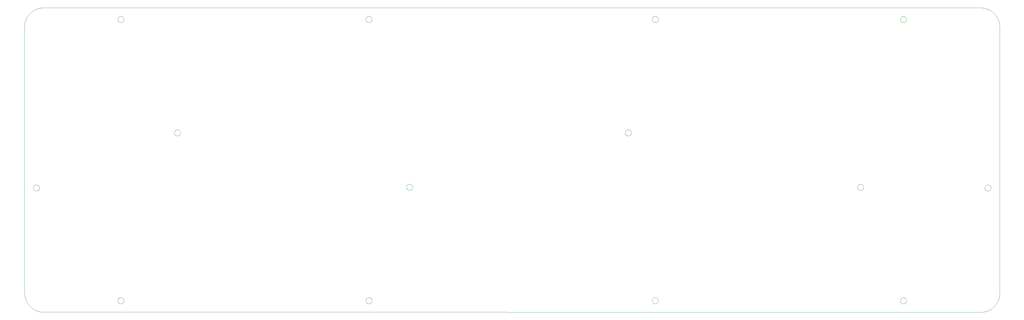
<source format=gbr>
%TF.GenerationSoftware,KiCad,Pcbnew,(6.0.5)*%
%TF.CreationDate,2022-06-29T23:50:53+09:00*%
%TF.ProjectId,sandwitch,73616e64-7769-4746-9368-2e6b69636164,rev?*%
%TF.SameCoordinates,Original*%
%TF.FileFunction,Profile,NP*%
%FSLAX46Y46*%
G04 Gerber Fmt 4.6, Leading zero omitted, Abs format (unit mm)*
G04 Created by KiCad (PCBNEW (6.0.5)) date 2022-06-29 23:50:53*
%MOMM*%
%LPD*%
G01*
G04 APERTURE LIST*
%TA.AperFunction,Profile*%
%ADD10C,0.096662*%
%TD*%
G04 APERTURE END LIST*
D10*
X469717852Y-267712403D02*
X469717852Y-267712403D01*
X469717852Y-267712403D02*
X469717852Y-267712403D01*
X469709723Y-268040380D02*
X469717852Y-267712403D01*
X469685485Y-268366132D02*
X469709723Y-268040380D01*
X469645362Y-268689116D02*
X469685485Y-268366132D01*
X469589579Y-269008790D02*
X469645362Y-268689116D01*
X469518361Y-269324611D02*
X469589579Y-269008790D01*
X469431932Y-269636038D02*
X469518361Y-269324611D01*
X469330516Y-269942528D02*
X469431932Y-269636038D01*
X469214339Y-270243538D02*
X469330516Y-269942528D01*
X469083625Y-270538527D02*
X469214339Y-270243538D01*
X468938598Y-270826952D02*
X469083625Y-270538527D01*
X468779483Y-271108270D02*
X468938598Y-270826952D01*
X468606504Y-271381939D02*
X468779483Y-271108270D01*
X468419886Y-271647418D02*
X468606504Y-271381939D01*
X468219854Y-271904163D02*
X468419886Y-271647418D01*
X468006632Y-272151632D02*
X468219854Y-271904163D01*
X467780444Y-272389283D02*
X468006632Y-272151632D01*
X467780444Y-272389283D02*
X467780444Y-272389283D01*
X467542755Y-272615435D02*
X467780444Y-272389283D01*
X467295251Y-272828621D02*
X467542755Y-272615435D01*
X467038474Y-273028616D02*
X467295251Y-272828621D01*
X466772968Y-273215195D02*
X467038474Y-273028616D01*
X466499273Y-273388134D02*
X466772968Y-273215195D01*
X466217932Y-273547208D02*
X466499273Y-273388134D01*
X465929488Y-273692193D02*
X466217932Y-273547208D01*
X465634482Y-273822865D02*
X465929488Y-273692193D01*
X465333457Y-273938999D02*
X465634482Y-273822865D01*
X465026955Y-274040370D02*
X465333457Y-273938999D01*
X464715518Y-274126755D02*
X465026955Y-274040370D01*
X464399689Y-274197928D02*
X464715518Y-274126755D01*
X464080009Y-274253666D02*
X464399689Y-274197928D01*
X463757021Y-274293743D02*
X464080009Y-274253666D01*
X463431267Y-274317936D02*
X463757021Y-274293743D01*
X463103289Y-274326020D02*
X463431267Y-274317936D01*
X463103289Y-274326020D02*
X463103289Y-274326020D01*
X136448718Y-274279664D02*
X463103289Y-274326020D01*
X136448718Y-274279664D02*
X136448718Y-274279664D01*
X136108301Y-274271009D02*
X136448718Y-274279664D01*
X135772353Y-274245421D02*
X136108301Y-274271009D01*
X135441290Y-274203313D02*
X135772353Y-274245421D01*
X135115527Y-274145103D02*
X135441290Y-274203313D01*
X134795479Y-274071204D02*
X135115527Y-274145103D01*
X134481563Y-273982033D02*
X134795479Y-274071204D01*
X134174193Y-273878005D02*
X134481563Y-273982033D01*
X133873786Y-273759536D02*
X134174193Y-273878005D01*
X133580756Y-273627041D02*
X133873786Y-273759536D01*
X133295519Y-273480936D02*
X133580756Y-273627041D01*
X133018491Y-273321635D02*
X133295519Y-273480936D01*
X132750087Y-273149556D02*
X133018491Y-273321635D01*
X132490722Y-272965112D02*
X132750087Y-273149556D01*
X132240813Y-272768720D02*
X132490722Y-272965112D01*
X132000774Y-272560794D02*
X132240813Y-272768720D01*
X131771021Y-272341752D02*
X132000774Y-272560794D01*
X131551969Y-272112007D02*
X131771021Y-272341752D01*
X131344035Y-271871976D02*
X131551969Y-272112007D01*
X131147633Y-271622073D02*
X131344035Y-271871976D01*
X130963179Y-271362715D02*
X131147633Y-271622073D01*
X130791089Y-271094317D02*
X130963179Y-271362715D01*
X130631778Y-270817295D02*
X130791089Y-271094317D01*
X130485661Y-270532063D02*
X130631778Y-270817295D01*
X130353154Y-270239038D02*
X130485661Y-270532063D01*
X130234673Y-269938635D02*
X130353154Y-270239038D01*
X130130633Y-269631269D02*
X130234673Y-269938635D01*
X130041449Y-269317355D02*
X130130633Y-269631269D01*
X129967537Y-268997311D02*
X130041449Y-269317355D01*
X129909313Y-268671549D02*
X129967537Y-268997311D01*
X129867191Y-268340488D02*
X129909313Y-268671549D01*
X129841588Y-268004541D02*
X129867191Y-268340488D01*
X129832919Y-267664124D02*
X129841588Y-268004541D01*
X129832919Y-267664124D02*
X129832919Y-267664124D01*
X129815783Y-174538208D02*
X129832919Y-267664124D01*
X129815783Y-174538208D02*
X129815783Y-174538208D01*
X129823853Y-174210233D02*
X129815783Y-174538208D01*
X129848033Y-173884481D02*
X129823853Y-174210233D01*
X129888099Y-173561495D02*
X129848033Y-173884481D01*
X129943825Y-173241816D02*
X129888099Y-173561495D01*
X130014988Y-172925987D02*
X129943825Y-173241816D01*
X130101363Y-172614551D02*
X130014988Y-172925987D01*
X130202725Y-172308050D02*
X130101363Y-172614551D01*
X130318850Y-172007025D02*
X130202725Y-172308050D01*
X130449514Y-171712020D02*
X130318850Y-172007025D01*
X130594491Y-171423577D02*
X130449514Y-171712020D01*
X130753557Y-171142238D02*
X130594491Y-171423577D01*
X130926488Y-170868545D02*
X130753557Y-171142238D01*
X131113059Y-170603041D02*
X130926488Y-170868545D01*
X131313046Y-170346268D02*
X131113059Y-170603041D01*
X131526224Y-170098769D02*
X131313046Y-170346268D01*
X131752368Y-169861084D02*
X131526224Y-170098769D01*
X131752368Y-169861084D02*
X131752368Y-169861084D01*
X131990010Y-169634894D02*
X131752368Y-169861084D01*
X132237470Y-169421668D02*
X131990010Y-169634894D01*
X132494206Y-169221633D02*
X132237470Y-169421668D01*
X132759675Y-169035011D02*
X132494206Y-169221633D01*
X133033336Y-168862029D02*
X132759675Y-169035011D01*
X133314645Y-168702910D02*
X133033336Y-168862029D01*
X133603061Y-168557879D02*
X133314645Y-168702910D01*
X133898042Y-168427161D02*
X133603061Y-168557879D01*
X134199044Y-168310980D02*
X133898042Y-168427161D01*
X134505527Y-168209562D02*
X134199044Y-168310980D01*
X134816948Y-168123130D02*
X134505527Y-168209562D01*
X135132764Y-168051909D02*
X134816948Y-168123130D01*
X135452434Y-167996124D02*
X135132764Y-168051909D01*
X135775415Y-167955999D02*
X135452434Y-167996124D01*
X136101165Y-167931760D02*
X135775415Y-167955999D01*
X136429141Y-167923630D02*
X136101165Y-167931760D01*
X136429141Y-167923630D02*
X136429141Y-167923630D01*
X463103259Y-167923630D02*
X136429141Y-167923630D01*
X463103259Y-167923630D02*
X463103259Y-167923630D01*
X463431258Y-167931759D02*
X463103259Y-167923630D01*
X463757031Y-167955997D02*
X463431258Y-167931759D01*
X464080035Y-167996119D02*
X463757031Y-167955997D01*
X464399728Y-168051901D02*
X464080035Y-167996119D01*
X464715568Y-168123117D02*
X464399728Y-168051901D01*
X465027014Y-168209545D02*
X464715568Y-168123117D01*
X465333522Y-168310958D02*
X465027014Y-168209545D01*
X465634551Y-168427132D02*
X465333522Y-168310958D01*
X465929558Y-168557843D02*
X465634551Y-168427132D01*
X466218002Y-168702867D02*
X465929558Y-168557843D01*
X466499341Y-168861979D02*
X466218002Y-168702867D01*
X466773032Y-169034953D02*
X466499341Y-168861979D01*
X467038532Y-169221566D02*
X466773032Y-169034953D01*
X467295301Y-169421594D02*
X467038532Y-169221566D01*
X467542796Y-169634811D02*
X467295301Y-169421594D01*
X467780475Y-169860993D02*
X467542796Y-169634811D01*
X467780475Y-169860993D02*
X467780475Y-169860993D01*
X468006657Y-170098671D02*
X467780475Y-169860993D01*
X468219874Y-170346166D02*
X468006657Y-170098671D01*
X468419902Y-170602935D02*
X468219874Y-170346166D01*
X468606517Y-170868436D02*
X468419902Y-170602935D01*
X468779492Y-171142127D02*
X468606517Y-170868436D01*
X468938605Y-171423465D02*
X468779492Y-171142127D01*
X469083630Y-171711909D02*
X468938605Y-171423465D01*
X469214343Y-172006917D02*
X469083630Y-171711909D01*
X469330519Y-172307945D02*
X469214343Y-172006917D01*
X469431933Y-172614454D02*
X469330519Y-172307945D01*
X469518362Y-172925899D02*
X469431933Y-172614454D01*
X469589579Y-173241739D02*
X469518362Y-172925899D01*
X469645362Y-173561433D02*
X469589579Y-173241739D01*
X469685485Y-173884437D02*
X469645362Y-173561433D01*
X469709723Y-174210209D02*
X469685485Y-173884437D01*
X469717852Y-174538208D02*
X469709723Y-174210209D01*
X469717852Y-174538208D02*
X469717852Y-174538208D01*
X469717852Y-267712403D02*
X469717852Y-174538208D01*
X163324038Y-170921418D02*
X163377780Y-170920472D01*
X163324038Y-170921418D02*
X163324038Y-170921418D01*
X163270800Y-170925034D02*
X163324038Y-170921418D01*
X163270800Y-170925034D02*
X163270800Y-170925034D01*
X163218615Y-170932267D02*
X163270800Y-170925034D01*
X163218615Y-170932267D02*
X163218615Y-170932267D01*
X163166934Y-170941041D02*
X163218615Y-170932267D01*
X163166934Y-170941041D02*
X163166934Y-170941041D01*
X163114734Y-170953446D02*
X163166934Y-170941041D01*
X163114734Y-170953446D02*
X163114734Y-170953446D01*
X163063571Y-170967408D02*
X163114734Y-170953446D01*
X163063571Y-170967408D02*
X163063571Y-170967408D01*
X163013949Y-170983429D02*
X163063571Y-170967408D01*
X163013949Y-170983429D02*
X163013949Y-170983429D01*
X162964862Y-171002030D02*
X163013949Y-170983429D01*
X162964862Y-171002030D02*
X162964862Y-171002030D01*
X162916797Y-171023224D02*
X162964862Y-171002030D01*
X162916797Y-171023224D02*
X162916797Y-171023224D01*
X162869784Y-171046998D02*
X162916797Y-171023224D01*
X162869784Y-171046998D02*
X162869784Y-171046998D01*
X162823794Y-171073349D02*
X162869784Y-171046998D01*
X162823794Y-171073349D02*
X162823794Y-171073349D01*
X162779879Y-171101258D02*
X162823794Y-171073349D01*
X162779879Y-171101258D02*
X162779879Y-171101258D01*
X162735934Y-171132264D02*
X162779879Y-171101258D01*
X162735934Y-171132264D02*
X162735934Y-171132264D01*
X162694598Y-171164307D02*
X162735934Y-171132264D01*
X162694598Y-171164307D02*
X162694598Y-171164307D01*
X162653781Y-171199448D02*
X162694598Y-171164307D01*
X162653781Y-171199448D02*
X162653781Y-171199448D01*
X162615023Y-171236130D02*
X162653781Y-171199448D01*
X162615023Y-171236130D02*
X162615023Y-171236130D01*
X162578845Y-171275406D02*
X162615023Y-171236130D01*
X162578845Y-171275406D02*
X162578845Y-171275406D01*
X162543719Y-171315201D02*
X162578845Y-171275406D01*
X162543719Y-171315201D02*
X162543719Y-171315201D01*
X162510638Y-171357056D02*
X162543719Y-171315201D01*
X162510638Y-171357056D02*
X162510638Y-171357056D01*
X162480670Y-171400467D02*
X162510638Y-171357056D01*
X162480670Y-171400467D02*
X162480670Y-171400467D01*
X162452777Y-171445420D02*
X162480670Y-171400467D01*
X162452777Y-171445420D02*
X162452777Y-171445420D01*
X162426944Y-171490372D02*
X162452777Y-171445420D01*
X162426944Y-171490372D02*
X162426944Y-171490372D01*
X162402652Y-171538437D02*
X162426944Y-171490372D01*
X162402652Y-171538437D02*
X162402652Y-171538437D01*
X162381991Y-171585969D02*
X162402652Y-171538437D01*
X162381991Y-171585969D02*
X162381991Y-171585969D01*
X162362872Y-171635071D02*
X162381991Y-171585969D01*
X162362872Y-171635071D02*
X162362872Y-171635071D01*
X162345813Y-171685212D02*
X162362872Y-171635071D01*
X162345813Y-171685212D02*
X162345813Y-171685212D01*
X162331851Y-171735337D02*
X162345813Y-171685212D01*
X162331851Y-171735337D02*
X162331851Y-171735337D01*
X162321017Y-171787018D02*
X162331851Y-171735337D01*
X162321017Y-171787018D02*
X162321017Y-171787018D01*
X162310672Y-171839203D02*
X162321017Y-171787018D01*
X162310672Y-171839203D02*
X162310672Y-171839203D01*
X162304995Y-171892426D02*
X162310672Y-171839203D01*
X162304995Y-171892426D02*
X162304995Y-171892426D01*
X162300860Y-171945130D02*
X162304995Y-171892426D01*
X162300860Y-171945130D02*
X162300860Y-171945130D01*
X162299823Y-171998353D02*
X162300860Y-171945130D01*
X162299823Y-171998353D02*
X162299823Y-171998353D01*
X162300860Y-172052094D02*
X162299823Y-171998353D01*
X162300860Y-172052094D02*
X162300860Y-172052094D01*
X162304995Y-172105317D02*
X162300860Y-172052094D01*
X162304995Y-172105317D02*
X162304995Y-172105317D01*
X162310672Y-172156998D02*
X162304995Y-172105317D01*
X162310672Y-172156998D02*
X162310672Y-172156998D01*
X162321017Y-172210221D02*
X162310672Y-172156998D01*
X162321017Y-172210221D02*
X162321017Y-172210221D01*
X162331851Y-172261384D02*
X162321017Y-172210221D01*
X162331851Y-172261384D02*
X162331851Y-172261384D01*
X162345813Y-172312043D02*
X162331851Y-172261384D01*
X162345813Y-172312043D02*
X162345813Y-172312043D01*
X162362872Y-172362153D02*
X162345813Y-172312043D01*
X162362872Y-172362153D02*
X162362872Y-172362153D01*
X162381991Y-172411255D02*
X162362872Y-172362153D01*
X162381991Y-172411255D02*
X162381991Y-172411255D01*
X162402652Y-172459321D02*
X162381991Y-172411255D01*
X162402652Y-172459321D02*
X162402652Y-172459321D01*
X162426944Y-172506348D02*
X162402652Y-172459321D01*
X162426944Y-172506348D02*
X162426944Y-172506348D01*
X162452777Y-172552323D02*
X162426944Y-172506348D01*
X162452777Y-172552323D02*
X162452777Y-172552323D01*
X162480670Y-172596268D02*
X162452777Y-172552323D01*
X162480670Y-172596268D02*
X162480670Y-172596268D01*
X162510638Y-172640183D02*
X162480670Y-172596268D01*
X162510638Y-172640183D02*
X162510638Y-172640183D01*
X162543719Y-172682038D02*
X162510638Y-172640183D01*
X162543719Y-172682038D02*
X162543719Y-172682038D01*
X162578845Y-172722336D02*
X162543719Y-172682038D01*
X162578845Y-172722336D02*
X162578845Y-172722336D01*
X162615023Y-172761109D02*
X162578845Y-172722336D01*
X162615023Y-172761109D02*
X162615023Y-172761109D01*
X162653781Y-172798310D02*
X162615023Y-172761109D01*
X162653781Y-172798310D02*
X162653781Y-172798310D01*
X162694598Y-172832428D02*
X162653781Y-172798310D01*
X162694598Y-172832428D02*
X162694598Y-172832428D01*
X162735934Y-172864975D02*
X162694598Y-172832428D01*
X162735934Y-172864975D02*
X162735934Y-172864975D01*
X162779879Y-172895463D02*
X162735934Y-172864975D01*
X162779879Y-172895463D02*
X162779879Y-172895463D01*
X162823794Y-172923371D02*
X162779879Y-172895463D01*
X162823794Y-172923371D02*
X162823794Y-172923371D01*
X162869784Y-172949204D02*
X162823794Y-172923371D01*
X162869784Y-172949204D02*
X162869784Y-172949204D01*
X162916797Y-172972977D02*
X162869784Y-172949204D01*
X162916797Y-172972977D02*
X162916797Y-172972977D01*
X162964862Y-172994172D02*
X162916797Y-172972977D01*
X162964862Y-172994172D02*
X162964862Y-172994172D01*
X163013949Y-173013291D02*
X162964862Y-172994172D01*
X163013949Y-173013291D02*
X163013949Y-173013291D01*
X163063571Y-173030335D02*
X163013949Y-173013291D01*
X163063571Y-173030335D02*
X163063571Y-173030335D01*
X163114718Y-173044297D02*
X163063571Y-173030335D01*
X163114718Y-173044297D02*
X163114718Y-173044297D01*
X163166919Y-173056183D02*
X163114718Y-173044297D01*
X163166919Y-173056183D02*
X163166919Y-173056183D01*
X163218600Y-173064972D02*
X163166919Y-173056183D01*
X163218600Y-173064972D02*
X163218600Y-173064972D01*
X163270785Y-173071167D02*
X163218600Y-173064972D01*
X163270785Y-173071167D02*
X163270785Y-173071167D01*
X163324023Y-173075318D02*
X163270785Y-173071167D01*
X163324023Y-173075318D02*
X163324023Y-173075318D01*
X163377765Y-173076340D02*
X163324023Y-173075318D01*
X163377765Y-173076340D02*
X163377765Y-173076340D01*
X163432544Y-173075318D02*
X163377765Y-173076340D01*
X163432544Y-173075318D02*
X163432544Y-173075318D01*
X163487841Y-173071167D02*
X163432544Y-173075318D01*
X163487841Y-173071167D02*
X163487841Y-173071167D01*
X163541583Y-173064469D02*
X163487841Y-173071167D01*
X163541583Y-173064469D02*
X163541583Y-173064469D01*
X163594806Y-173055161D02*
X163541583Y-173064469D01*
X163594806Y-173055161D02*
X163594806Y-173055161D01*
X163647006Y-173042252D02*
X163594806Y-173055161D01*
X163647006Y-173042252D02*
X163647006Y-173042252D01*
X163697650Y-173028275D02*
X163647006Y-173042252D01*
X163697650Y-173028275D02*
X163697650Y-173028275D01*
X163748813Y-173011216D02*
X163697650Y-173028275D01*
X163748813Y-173011216D02*
X163748813Y-173011216D01*
X163797900Y-172992096D02*
X163748813Y-173011216D01*
X163797900Y-172992096D02*
X163797900Y-172992096D01*
X163844928Y-172970398D02*
X163797900Y-172992096D01*
X163844928Y-172970398D02*
X163844928Y-172970398D01*
X163891955Y-172946122D02*
X163844928Y-172970398D01*
X163891955Y-172946122D02*
X163891955Y-172946122D01*
X163936908Y-172920273D02*
X163891955Y-172946122D01*
X163936908Y-172920273D02*
X163936908Y-172920273D01*
X163980853Y-172892380D02*
X163936908Y-172920273D01*
X163980853Y-172892380D02*
X163980853Y-172892380D01*
X164022708Y-172862412D02*
X163980853Y-172892380D01*
X164022708Y-172862412D02*
X164022708Y-172862412D01*
X164064044Y-172830369D02*
X164022708Y-172862412D01*
X164064044Y-172830369D02*
X164064044Y-172830369D01*
X164102801Y-172796280D02*
X164064044Y-172830369D01*
X164102801Y-172796280D02*
X164102801Y-172796280D01*
X164140017Y-172761139D02*
X164102801Y-172796280D01*
X164140017Y-172761139D02*
X164140017Y-172761139D01*
X164175677Y-172723420D02*
X164140017Y-172761139D01*
X164175677Y-172723420D02*
X164175677Y-172723420D01*
X164209781Y-172684144D02*
X164175677Y-172723420D01*
X164209781Y-172684144D02*
X164209781Y-172684144D01*
X164241809Y-172643311D02*
X164209781Y-172684144D01*
X164241809Y-172643311D02*
X164241809Y-172643311D01*
X164271777Y-172601456D02*
X164241809Y-172643311D01*
X164271777Y-172601456D02*
X164271777Y-172601456D01*
X164299685Y-172557007D02*
X164271777Y-172601456D01*
X164299685Y-172557007D02*
X164299685Y-172557007D01*
X164326037Y-172512070D02*
X164299685Y-172557007D01*
X164326037Y-172512070D02*
X164326037Y-172512070D01*
X164349810Y-172466065D02*
X164326037Y-172512070D01*
X164349810Y-172466065D02*
X164349810Y-172466065D01*
X164370990Y-172418000D02*
X164349810Y-172466065D01*
X164370990Y-172418000D02*
X164370990Y-172418000D01*
X164390643Y-172369431D02*
X164370990Y-172418000D01*
X164390643Y-172369431D02*
X164390643Y-172369431D01*
X164407702Y-172319306D02*
X164390643Y-172369431D01*
X164407702Y-172319306D02*
X164407702Y-172319306D01*
X164421649Y-172268128D02*
X164407702Y-172319306D01*
X164421649Y-172268128D02*
X164421649Y-172268128D01*
X164434054Y-172216477D02*
X164421649Y-172268128D01*
X164434054Y-172216477D02*
X164434054Y-172216477D01*
X164443881Y-172162217D02*
X164434054Y-172216477D01*
X164443881Y-172162217D02*
X164443881Y-172162217D01*
X164450579Y-172108475D02*
X164443881Y-172162217D01*
X164450579Y-172108475D02*
X164450579Y-172108475D01*
X164454715Y-172054215D02*
X164450579Y-172108475D01*
X164454715Y-172054215D02*
X164454715Y-172054215D01*
X164455752Y-171998398D02*
X164454715Y-172054215D01*
X164455752Y-171998398D02*
X164455752Y-171998398D01*
X164454715Y-171945176D02*
X164455752Y-171998398D01*
X164454715Y-171945176D02*
X164454715Y-171945176D01*
X164450579Y-171892472D02*
X164454715Y-171945176D01*
X164450579Y-171892472D02*
X164450579Y-171892472D01*
X164443881Y-171839249D02*
X164450579Y-171892472D01*
X164443881Y-171839249D02*
X164443881Y-171839249D01*
X164434573Y-171787064D02*
X164443881Y-171839249D01*
X164434573Y-171787064D02*
X164434573Y-171787064D01*
X164423709Y-171735383D02*
X164434573Y-171787064D01*
X164423709Y-171735383D02*
X164423709Y-171735383D01*
X164408740Y-171685257D02*
X164423709Y-171735383D01*
X164408740Y-171685257D02*
X164408740Y-171685257D01*
X164392718Y-171635132D02*
X164408740Y-171685257D01*
X164392718Y-171635132D02*
X164392718Y-171635132D01*
X164373599Y-171586014D02*
X164392718Y-171635132D01*
X164373599Y-171586014D02*
X164373599Y-171586014D01*
X164352923Y-171538483D02*
X164373599Y-171586014D01*
X164352923Y-171538483D02*
X164352923Y-171538483D01*
X164328647Y-171490418D02*
X164352923Y-171538483D01*
X164328647Y-171490418D02*
X164328647Y-171490418D01*
X164302798Y-171445466D02*
X164328647Y-171490418D01*
X164302798Y-171445466D02*
X164302798Y-171445466D01*
X164274905Y-171400513D02*
X164302798Y-171445466D01*
X164274905Y-171400513D02*
X164274905Y-171400513D01*
X164244922Y-171357102D02*
X164274905Y-171400513D01*
X164244922Y-171357102D02*
X164244922Y-171357102D01*
X164211840Y-171315247D02*
X164244922Y-171357102D01*
X164211840Y-171315247D02*
X164211840Y-171315247D01*
X164176699Y-171275467D02*
X164211840Y-171315247D01*
X164176699Y-171275467D02*
X164176699Y-171275467D01*
X164140017Y-171236176D02*
X164176699Y-171275467D01*
X164140017Y-171236176D02*
X164140017Y-171236176D01*
X164101779Y-171199494D02*
X164140017Y-171236176D01*
X164101779Y-171199494D02*
X164101779Y-171199494D01*
X164060946Y-171164353D02*
X164101779Y-171199494D01*
X164060946Y-171164353D02*
X164060946Y-171164353D01*
X164018573Y-171132325D02*
X164060946Y-171164353D01*
X164018573Y-171132325D02*
X164018573Y-171132325D01*
X163975680Y-171101334D02*
X164018573Y-171132325D01*
X163975680Y-171101334D02*
X163975680Y-171101334D01*
X163930728Y-171073426D02*
X163975680Y-171101334D01*
X163930728Y-171073426D02*
X163930728Y-171073426D01*
X163885760Y-171047074D02*
X163930728Y-171073426D01*
X163885760Y-171047074D02*
X163885760Y-171047074D01*
X163838733Y-171023301D02*
X163885760Y-171047074D01*
X163838733Y-171023301D02*
X163838733Y-171023301D01*
X163789630Y-171002121D02*
X163838733Y-171023301D01*
X163789630Y-171002121D02*
X163789630Y-171002121D01*
X163740542Y-170983506D02*
X163789630Y-171002121D01*
X163740542Y-170983506D02*
X163740542Y-170983506D01*
X163690936Y-170967499D02*
X163740542Y-170983506D01*
X163690936Y-170967499D02*
X163690936Y-170967499D01*
X163640811Y-170953537D02*
X163690936Y-170967499D01*
X163640811Y-170953537D02*
X163640811Y-170953537D01*
X163588610Y-170941147D02*
X163640811Y-170953537D01*
X163588610Y-170941147D02*
X163588610Y-170941147D01*
X163536944Y-170932358D02*
X163588610Y-170941147D01*
X163536944Y-170932358D02*
X163536944Y-170932358D01*
X163483722Y-170925110D02*
X163536944Y-170932358D01*
X163483722Y-170925110D02*
X163483722Y-170925110D01*
X163431018Y-170921494D02*
X163483722Y-170925110D01*
X163431018Y-170921494D02*
X163431018Y-170921494D01*
X163377780Y-170920472D02*
X163431018Y-170921494D01*
X249787036Y-170921463D02*
X249841739Y-170920472D01*
X249787036Y-170921463D02*
X249787036Y-170921463D01*
X249731738Y-170926117D02*
X249787036Y-170921463D01*
X249731738Y-170926117D02*
X249731738Y-170926117D01*
X249677996Y-170932328D02*
X249731738Y-170926117D01*
X249677996Y-170932328D02*
X249677996Y-170932328D01*
X249624759Y-170942154D02*
X249677996Y-170932328D01*
X249624759Y-170942154D02*
X249624759Y-170942154D01*
X249573092Y-170954041D02*
X249624759Y-170942154D01*
X249573092Y-170954041D02*
X249573092Y-170954041D01*
X249521930Y-170968506D02*
X249573092Y-170954041D01*
X249521930Y-170968506D02*
X249521930Y-170968506D01*
X249470767Y-170985047D02*
X249521930Y-170968506D01*
X249470767Y-170985047D02*
X249470767Y-170985047D01*
X249422702Y-171005188D02*
X249470767Y-170985047D01*
X249422702Y-171005188D02*
X249422702Y-171005188D01*
X249374636Y-171026368D02*
X249422702Y-171005188D01*
X249374636Y-171026368D02*
X249374636Y-171026368D01*
X249327609Y-171050156D02*
X249374636Y-171026368D01*
X249327609Y-171050156D02*
X249327609Y-171050156D01*
X249282672Y-171076508D02*
X249327609Y-171050156D01*
X249282672Y-171076508D02*
X249282672Y-171076508D01*
X249238726Y-171104401D02*
X249282672Y-171076508D01*
X249238726Y-171104401D02*
X249238726Y-171104401D01*
X249196872Y-171134369D02*
X249238726Y-171104401D01*
X249196872Y-171134369D02*
X249196872Y-171134369D01*
X249156054Y-171166413D02*
X249196872Y-171134369D01*
X249156054Y-171166413D02*
X249156054Y-171166413D01*
X249116778Y-171199982D02*
X249156054Y-171166413D01*
X249116778Y-171199982D02*
X249116778Y-171199982D01*
X249080081Y-171236161D02*
X249116778Y-171199982D01*
X249080081Y-171236161D02*
X249080081Y-171236161D01*
X249043918Y-171273377D02*
X249080081Y-171236161D01*
X249043918Y-171273377D02*
X249043918Y-171273377D01*
X249009799Y-171312150D02*
X249043918Y-171273377D01*
X249009799Y-171312150D02*
X249009799Y-171312150D01*
X248977771Y-171353501D02*
X249009799Y-171312150D01*
X248977771Y-171353501D02*
X248977771Y-171353501D01*
X248947802Y-171395356D02*
X248977771Y-171353501D01*
X248947802Y-171395356D02*
X248947802Y-171395356D01*
X248919894Y-171439271D02*
X248947802Y-171395356D01*
X248919894Y-171439271D02*
X248919894Y-171439271D01*
X248894061Y-171484223D02*
X248919894Y-171439271D01*
X248894061Y-171484223D02*
X248894061Y-171484223D01*
X248869769Y-171531250D02*
X248894061Y-171484223D01*
X248869769Y-171531250D02*
X248869769Y-171531250D01*
X248849093Y-171579316D02*
X248869769Y-171531250D01*
X248849093Y-171579316D02*
X248849093Y-171579316D01*
X248828952Y-171628403D02*
X248849093Y-171579316D01*
X248828952Y-171628403D02*
X248828952Y-171628403D01*
X248811892Y-171678025D02*
X248828952Y-171628403D01*
X248811892Y-171678025D02*
X248811892Y-171678025D01*
X248797946Y-171729172D02*
X248811892Y-171678025D01*
X248797946Y-171729172D02*
X248797946Y-171729172D01*
X248786059Y-171781373D02*
X248797946Y-171729172D01*
X248786059Y-171781373D02*
X248786059Y-171781373D01*
X248775714Y-171834076D02*
X248786059Y-171781373D01*
X248775714Y-171834076D02*
X248775714Y-171834076D01*
X248770022Y-171888321D02*
X248775714Y-171834076D01*
X248770022Y-171888321D02*
X248770022Y-171888321D01*
X248764865Y-171943116D02*
X248770022Y-171888321D01*
X248764865Y-171943116D02*
X248764865Y-171943116D01*
X248763827Y-171998398D02*
X248764865Y-171943116D01*
X248763827Y-171998398D02*
X248763827Y-171998398D01*
X248764865Y-172054215D02*
X248763827Y-171998398D01*
X248764865Y-172054215D02*
X248764865Y-172054215D01*
X248770022Y-172108475D02*
X248764865Y-172054215D01*
X248770022Y-172108475D02*
X248770022Y-172108475D01*
X248775714Y-172162217D02*
X248770022Y-172108475D01*
X248775714Y-172162217D02*
X248775714Y-172162217D01*
X248786059Y-172216477D02*
X248775714Y-172162217D01*
X248786059Y-172216477D02*
X248786059Y-172216477D01*
X248797946Y-172268128D02*
X248786059Y-172216477D01*
X248797946Y-172268128D02*
X248797946Y-172268128D01*
X248811892Y-172319306D02*
X248797946Y-172268128D01*
X248811892Y-172319306D02*
X248811892Y-172319306D01*
X248828952Y-172369431D02*
X248811892Y-172319306D01*
X248828952Y-172369431D02*
X248828952Y-172369431D01*
X248849093Y-172418000D02*
X248828952Y-172369431D01*
X248849093Y-172418000D02*
X248849093Y-172418000D01*
X248869769Y-172466065D02*
X248849093Y-172418000D01*
X248869769Y-172466065D02*
X248869769Y-172466065D01*
X248894061Y-172512070D02*
X248869769Y-172466065D01*
X248894061Y-172512070D02*
X248894061Y-172512070D01*
X248919894Y-172557007D02*
X248894061Y-172512070D01*
X248919894Y-172557007D02*
X248919894Y-172557007D01*
X248947802Y-172601456D02*
X248919894Y-172557007D01*
X248947802Y-172601456D02*
X248947802Y-172601456D01*
X248977771Y-172643311D02*
X248947802Y-172601456D01*
X248977771Y-172643311D02*
X248977771Y-172643311D01*
X249009799Y-172684144D02*
X248977771Y-172643311D01*
X249009799Y-172684144D02*
X249009799Y-172684144D01*
X249043918Y-172723420D02*
X249009799Y-172684144D01*
X249043918Y-172723420D02*
X249043918Y-172723420D01*
X249080081Y-172761139D02*
X249043918Y-172723420D01*
X249080081Y-172761139D02*
X249080081Y-172761139D01*
X249116778Y-172796280D02*
X249080081Y-172761139D01*
X249116778Y-172796280D02*
X249116778Y-172796280D01*
X249156054Y-172830369D02*
X249116778Y-172796280D01*
X249156054Y-172830369D02*
X249156054Y-172830369D01*
X249196872Y-172862412D02*
X249156054Y-172830369D01*
X249196872Y-172862412D02*
X249196872Y-172862412D01*
X249238726Y-172892380D02*
X249196872Y-172862412D01*
X249238726Y-172892380D02*
X249238726Y-172892380D01*
X249282672Y-172920273D02*
X249238726Y-172892380D01*
X249282672Y-172920273D02*
X249282672Y-172920273D01*
X249327609Y-172946122D02*
X249282672Y-172920273D01*
X249327609Y-172946122D02*
X249327609Y-172946122D01*
X249374636Y-172970398D02*
X249327609Y-172946122D01*
X249374636Y-172970398D02*
X249374636Y-172970398D01*
X249422702Y-172992096D02*
X249374636Y-172970398D01*
X249422702Y-172992096D02*
X249422702Y-172992096D01*
X249470767Y-173011216D02*
X249422702Y-172992096D01*
X249470767Y-173011216D02*
X249470767Y-173011216D01*
X249521930Y-173028275D02*
X249470767Y-173011216D01*
X249521930Y-173028275D02*
X249521930Y-173028275D01*
X249573077Y-173043274D02*
X249521930Y-173028275D01*
X249573077Y-173043274D02*
X249573077Y-173043274D01*
X249624743Y-173055161D02*
X249573077Y-173043274D01*
X249624743Y-173055161D02*
X249624743Y-173055161D01*
X249677981Y-173064469D02*
X249624743Y-173055161D01*
X249677981Y-173064469D02*
X249677981Y-173064469D01*
X249731723Y-173071167D02*
X249677981Y-173064469D01*
X249731723Y-173071167D02*
X249731723Y-173071167D01*
X249787021Y-173075318D02*
X249731723Y-173071167D01*
X249787021Y-173075318D02*
X249787021Y-173075318D01*
X249841784Y-173076340D02*
X249787021Y-173075318D01*
X249841784Y-173076340D02*
X249841784Y-173076340D01*
X249896045Y-173075318D02*
X249841784Y-173076340D01*
X249896045Y-173075318D02*
X249896045Y-173075318D01*
X249948748Y-173071167D02*
X249896045Y-173075318D01*
X249948748Y-173071167D02*
X249948748Y-173071167D01*
X250000933Y-173064988D02*
X249948748Y-173071167D01*
X250000933Y-173064988D02*
X250000933Y-173064988D01*
X250053637Y-173056199D02*
X250000933Y-173064988D01*
X250053637Y-173056199D02*
X250053637Y-173056199D01*
X250104815Y-173044312D02*
X250053637Y-173056199D01*
X250104815Y-173044312D02*
X250104815Y-173044312D01*
X250155963Y-173030350D02*
X250104815Y-173044312D01*
X250155963Y-173030350D02*
X250155963Y-173030350D01*
X250205569Y-173013306D02*
X250155963Y-173030350D01*
X250205569Y-173013306D02*
X250205569Y-173013306D01*
X250254657Y-172994187D02*
X250205569Y-173013306D01*
X250254657Y-172994187D02*
X250254657Y-172994187D01*
X250302722Y-172972992D02*
X250254657Y-172994187D01*
X250302722Y-172972992D02*
X250302722Y-172972992D01*
X250349749Y-172949219D02*
X250302722Y-172972992D01*
X250349749Y-172949219D02*
X250349749Y-172949219D01*
X250395755Y-172923386D02*
X250349749Y-172949219D01*
X250395755Y-172923386D02*
X250395755Y-172923386D01*
X250439669Y-172895478D02*
X250395755Y-172923386D01*
X250439669Y-172895478D02*
X250439669Y-172895478D01*
X250483615Y-172864991D02*
X250439669Y-172895478D01*
X250483615Y-172864991D02*
X250483615Y-172864991D01*
X250525973Y-172832444D02*
X250483615Y-172864991D01*
X250525973Y-172832444D02*
X250525973Y-172832444D01*
X250565768Y-172798325D02*
X250525973Y-172832444D01*
X250565768Y-172798325D02*
X250565768Y-172798325D01*
X250605029Y-172761124D02*
X250565768Y-172798325D01*
X250605029Y-172761124D02*
X250605029Y-172761124D01*
X250641742Y-172722367D02*
X250605029Y-172761124D01*
X250641742Y-172722367D02*
X250641742Y-172722367D01*
X250675830Y-172682068D02*
X250641742Y-172722367D01*
X250675830Y-172682068D02*
X250675830Y-172682068D01*
X250708911Y-172640213D02*
X250675830Y-172682068D01*
X250708911Y-172640213D02*
X250708911Y-172640213D01*
X250738894Y-172596299D02*
X250708911Y-172640213D01*
X250738894Y-172596299D02*
X250738894Y-172596299D01*
X250766787Y-172552353D02*
X250738894Y-172596299D01*
X250766787Y-172552353D02*
X250766787Y-172552353D01*
X250792636Y-172506379D02*
X250766787Y-172552353D01*
X250792636Y-172506379D02*
X250792636Y-172506379D01*
X250816928Y-172459351D02*
X250792636Y-172506379D01*
X250816928Y-172459351D02*
X250816928Y-172459351D01*
X250837588Y-172411286D02*
X250816928Y-172459351D01*
X250837588Y-172411286D02*
X250837588Y-172411286D01*
X250856707Y-172362183D02*
X250837588Y-172411286D01*
X250856707Y-172362183D02*
X250856707Y-172362183D01*
X250873767Y-172312073D02*
X250856707Y-172362183D01*
X250873767Y-172312073D02*
X250873767Y-172312073D01*
X250887713Y-172261414D02*
X250873767Y-172312073D01*
X250887713Y-172261414D02*
X250887713Y-172261414D01*
X250899585Y-172210267D02*
X250887713Y-172261414D01*
X250899585Y-172210267D02*
X250899585Y-172210267D01*
X250908892Y-172157044D02*
X250899585Y-172210267D01*
X250908892Y-172157044D02*
X250908892Y-172157044D01*
X250914584Y-172105362D02*
X250908892Y-172157044D01*
X250914584Y-172105362D02*
X250914584Y-172105362D01*
X250918719Y-172052155D02*
X250914584Y-172105362D01*
X250918719Y-172052155D02*
X250918719Y-172052155D01*
X250919741Y-171998398D02*
X250918719Y-172052155D01*
X250919741Y-171998398D02*
X250919741Y-171998398D01*
X250918719Y-171945176D02*
X250919741Y-171998398D01*
X250918719Y-171945176D02*
X250918719Y-171945176D01*
X250914584Y-171892472D02*
X250918719Y-171945176D01*
X250914584Y-171892472D02*
X250914584Y-171892472D01*
X250908892Y-171839249D02*
X250914584Y-171892472D01*
X250908892Y-171839249D02*
X250908892Y-171839249D01*
X250899585Y-171787064D02*
X250908892Y-171839249D01*
X250899585Y-171787064D02*
X250899585Y-171787064D01*
X250887713Y-171735383D02*
X250899585Y-171787064D01*
X250887713Y-171735383D02*
X250887713Y-171735383D01*
X250873751Y-171685257D02*
X250887713Y-171735383D01*
X250873751Y-171685257D02*
X250873751Y-171685257D01*
X250856692Y-171635132D02*
X250873751Y-171685257D01*
X250856692Y-171635132D02*
X250856692Y-171635132D01*
X250837573Y-171586014D02*
X250856692Y-171635132D01*
X250837573Y-171586014D02*
X250837573Y-171586014D01*
X250816897Y-171538483D02*
X250837573Y-171586014D01*
X250816897Y-171538483D02*
X250816897Y-171538483D01*
X250792621Y-171491456D02*
X250816897Y-171538483D01*
X250792621Y-171491456D02*
X250792621Y-171491456D01*
X250766772Y-171445466D02*
X250792621Y-171491456D01*
X250766772Y-171445466D02*
X250766772Y-171445466D01*
X250738879Y-171400513D02*
X250766772Y-171445466D01*
X250738879Y-171400513D02*
X250738879Y-171400513D01*
X250708896Y-171357102D02*
X250738879Y-171400513D01*
X250708896Y-171357102D02*
X250708896Y-171357102D01*
X250675814Y-171315247D02*
X250708896Y-171357102D01*
X250675814Y-171315247D02*
X250675814Y-171315247D01*
X250641726Y-171275467D02*
X250675814Y-171315247D01*
X250641726Y-171275467D02*
X250641726Y-171275467D01*
X250605014Y-171236176D02*
X250641726Y-171275467D01*
X250605014Y-171236176D02*
X250605014Y-171236176D01*
X250565753Y-171199494D02*
X250605014Y-171236176D01*
X250565753Y-171199494D02*
X250565753Y-171199494D01*
X250525958Y-171164353D02*
X250565753Y-171199494D01*
X250525958Y-171164353D02*
X250525958Y-171164353D01*
X250483600Y-171132325D02*
X250525958Y-171164353D01*
X250483600Y-171132325D02*
X250483600Y-171132325D01*
X250439654Y-171101334D02*
X250483600Y-171132325D01*
X250439654Y-171101334D02*
X250439654Y-171101334D01*
X250395739Y-171073426D02*
X250439654Y-171101334D01*
X250395739Y-171073426D02*
X250395739Y-171073426D01*
X250349734Y-171047074D02*
X250395739Y-171073426D01*
X250349734Y-171047074D02*
X250349734Y-171047074D01*
X250302707Y-171023301D02*
X250349734Y-171047074D01*
X250302707Y-171023301D02*
X250302707Y-171023301D01*
X250254641Y-171002121D02*
X250302707Y-171023301D01*
X250254641Y-171002121D02*
X250254641Y-171002121D01*
X250205554Y-170983506D02*
X250254641Y-171002121D01*
X250205554Y-170983506D02*
X250205554Y-170983506D01*
X250155948Y-170967499D02*
X250205554Y-170983506D01*
X250155948Y-170967499D02*
X250155948Y-170967499D01*
X250104770Y-170953537D02*
X250155948Y-170967499D01*
X250104770Y-170953537D02*
X250104770Y-170953537D01*
X250053607Y-170941147D02*
X250104770Y-170953537D01*
X250053607Y-170941147D02*
X250053607Y-170941147D01*
X250000903Y-170932358D02*
X250053607Y-170941147D01*
X250000903Y-170932358D02*
X250000903Y-170932358D01*
X249948703Y-170925110D02*
X250000903Y-170932358D01*
X249948703Y-170925110D02*
X249948703Y-170925110D01*
X249895999Y-170921494D02*
X249948703Y-170925110D01*
X249895999Y-170921494D02*
X249895999Y-170921494D01*
X249841739Y-170920472D02*
X249895999Y-170921494D01*
X349646991Y-170921418D02*
X349700732Y-170920472D01*
X349646991Y-170921418D02*
X349646991Y-170921418D01*
X349593798Y-170925034D02*
X349646991Y-170921418D01*
X349593798Y-170925034D02*
X349593798Y-170925034D01*
X349540576Y-170932267D02*
X349593798Y-170925034D01*
X349540576Y-170932267D02*
X349540576Y-170932267D01*
X349488879Y-170941041D02*
X349540576Y-170932267D01*
X349488879Y-170941041D02*
X349488879Y-170941041D01*
X349437732Y-170953446D02*
X349488879Y-170941041D01*
X349437732Y-170953446D02*
X349437732Y-170953446D01*
X349386554Y-170967408D02*
X349437732Y-170953446D01*
X349386554Y-170967408D02*
X349386554Y-170967408D01*
X349336963Y-170983429D02*
X349386554Y-170967408D01*
X349336963Y-170983429D02*
X349336963Y-170983429D01*
X349287860Y-171002030D02*
X349336963Y-170983429D01*
X349287860Y-171002030D02*
X349287860Y-171002030D01*
X349239795Y-171023224D02*
X349287860Y-171002030D01*
X349239795Y-171023224D02*
X349239795Y-171023224D01*
X349192767Y-171046998D02*
X349239795Y-171023224D01*
X349192767Y-171046998D02*
X349192767Y-171046998D01*
X349146777Y-171073349D02*
X349192767Y-171046998D01*
X349146777Y-171073349D02*
X349146777Y-171073349D01*
X349101825Y-171101258D02*
X349146777Y-171073349D01*
X349101825Y-171101258D02*
X349101825Y-171101258D01*
X349058947Y-171132264D02*
X349101825Y-171101258D01*
X349058947Y-171132264D02*
X349058947Y-171132264D01*
X349016558Y-171164307D02*
X349058947Y-171132264D01*
X349016558Y-171164307D02*
X349016558Y-171164307D01*
X348976794Y-171199448D02*
X349016558Y-171164307D01*
X348976794Y-171199448D02*
X348976794Y-171199448D01*
X348938037Y-171236130D02*
X348976794Y-171199448D01*
X348938037Y-171236130D02*
X348938037Y-171236130D01*
X348900836Y-171275406D02*
X348938037Y-171236130D01*
X348900836Y-171275406D02*
X348900836Y-171275406D01*
X348866717Y-171315201D02*
X348900836Y-171275406D01*
X348866717Y-171315201D02*
X348866717Y-171315201D01*
X348833636Y-171357056D02*
X348866717Y-171315201D01*
X348833636Y-171357056D02*
X348833636Y-171357056D01*
X348803637Y-171400467D02*
X348833636Y-171357056D01*
X348803637Y-171400467D02*
X348803637Y-171400467D01*
X348774707Y-171445420D02*
X348803637Y-171400467D01*
X348774707Y-171445420D02*
X348774707Y-171445420D01*
X348748889Y-171491410D02*
X348774707Y-171445420D01*
X348748889Y-171491410D02*
X348748889Y-171491410D01*
X348725634Y-171538437D02*
X348748889Y-171491410D01*
X348725634Y-171538437D02*
X348725634Y-171538437D01*
X348704944Y-171585969D02*
X348725634Y-171538437D01*
X348704944Y-171585969D02*
X348704944Y-171585969D01*
X348685809Y-171635071D02*
X348704944Y-171585969D01*
X348685809Y-171635071D02*
X348685809Y-171635071D01*
X348668750Y-171685212D02*
X348685809Y-171635071D01*
X348668750Y-171685212D02*
X348668750Y-171685212D01*
X348654803Y-171735337D02*
X348668750Y-171685212D01*
X348654803Y-171735337D02*
X348654803Y-171735337D01*
X348642932Y-171787018D02*
X348654803Y-171735337D01*
X348642932Y-171787018D02*
X348642932Y-171787018D01*
X348633624Y-171839203D02*
X348642932Y-171787018D01*
X348633624Y-171839203D02*
X348633624Y-171839203D01*
X348627948Y-171892426D02*
X348633624Y-171839203D01*
X348627948Y-171892426D02*
X348627948Y-171892426D01*
X348623797Y-171945130D02*
X348627948Y-171892426D01*
X348623797Y-171945130D02*
X348623797Y-171945130D01*
X348621722Y-171998353D02*
X348623797Y-171945130D01*
X348621722Y-171998353D02*
X348621722Y-171998353D01*
X348623797Y-172052094D02*
X348621722Y-171998353D01*
X348623797Y-172052094D02*
X348623797Y-172052094D01*
X348627948Y-172105317D02*
X348623797Y-172052094D01*
X348627948Y-172105317D02*
X348627948Y-172105317D01*
X348633624Y-172156998D02*
X348627948Y-172105317D01*
X348633624Y-172156998D02*
X348633624Y-172156998D01*
X348642932Y-172210221D02*
X348633624Y-172156998D01*
X348642932Y-172210221D02*
X348642932Y-172210221D01*
X348654803Y-172261384D02*
X348642932Y-172210221D01*
X348654803Y-172261384D02*
X348654803Y-172261384D01*
X348668750Y-172312043D02*
X348654803Y-172261384D01*
X348668750Y-172312043D02*
X348668750Y-172312043D01*
X348685809Y-172362153D02*
X348668750Y-172312043D01*
X348685809Y-172362153D02*
X348685809Y-172362153D01*
X348704913Y-172411255D02*
X348685809Y-172362153D01*
X348704913Y-172411255D02*
X348704913Y-172411255D01*
X348725604Y-172459321D02*
X348704913Y-172411255D01*
X348725604Y-172459321D02*
X348725604Y-172459321D01*
X348748858Y-172506348D02*
X348725604Y-172459321D01*
X348748858Y-172506348D02*
X348748858Y-172506348D01*
X348774707Y-172552323D02*
X348748858Y-172506348D01*
X348774707Y-172552323D02*
X348774707Y-172552323D01*
X348803637Y-172596268D02*
X348774707Y-172552323D01*
X348803637Y-172596268D02*
X348803637Y-172596268D01*
X348833636Y-172640183D02*
X348803637Y-172596268D01*
X348833636Y-172640183D02*
X348833636Y-172640183D01*
X348866717Y-172682038D02*
X348833636Y-172640183D01*
X348866717Y-172682038D02*
X348866717Y-172682038D01*
X348900836Y-172722336D02*
X348866717Y-172682038D01*
X348900836Y-172722336D02*
X348900836Y-172722336D01*
X348938037Y-172761109D02*
X348900836Y-172722336D01*
X348938037Y-172761109D02*
X348938037Y-172761109D01*
X348976794Y-172798310D02*
X348938037Y-172761109D01*
X348976794Y-172798310D02*
X348976794Y-172798310D01*
X349016558Y-172832428D02*
X348976794Y-172798310D01*
X349016558Y-172832428D02*
X349016558Y-172832428D01*
X349058947Y-172864975D02*
X349016558Y-172832428D01*
X349058947Y-172864975D02*
X349058947Y-172864975D01*
X349101825Y-172895463D02*
X349058947Y-172864975D01*
X349101825Y-172895463D02*
X349101825Y-172895463D01*
X349146777Y-172923371D02*
X349101825Y-172895463D01*
X349146777Y-172923371D02*
X349146777Y-172923371D01*
X349192767Y-172949204D02*
X349146777Y-172923371D01*
X349192767Y-172949204D02*
X349192767Y-172949204D01*
X349239795Y-172972977D02*
X349192767Y-172949204D01*
X349239795Y-172972977D02*
X349239795Y-172972977D01*
X349287860Y-172994172D02*
X349239795Y-172972977D01*
X349287860Y-172994172D02*
X349287860Y-172994172D01*
X349336963Y-173013291D02*
X349287860Y-172994172D01*
X349336963Y-173013291D02*
X349336963Y-173013291D01*
X349386554Y-173030335D02*
X349336963Y-173013291D01*
X349386554Y-173030335D02*
X349386554Y-173030335D01*
X349437732Y-173044297D02*
X349386554Y-173030335D01*
X349437732Y-173044297D02*
X349437732Y-173044297D01*
X349488879Y-173056183D02*
X349437732Y-173044297D01*
X349488879Y-173056183D02*
X349488879Y-173056183D01*
X349540576Y-173064972D02*
X349488879Y-173056183D01*
X349540576Y-173064972D02*
X349540576Y-173064972D01*
X349593798Y-173071152D02*
X349540576Y-173064972D01*
X349593798Y-173071152D02*
X349593798Y-173071152D01*
X349646991Y-173075303D02*
X349593798Y-173071152D01*
X349646991Y-173075303D02*
X349646991Y-173075303D01*
X349700732Y-173076325D02*
X349646991Y-173075303D01*
X349700732Y-173076325D02*
X349700732Y-173076325D01*
X349755511Y-173075303D02*
X349700732Y-173076325D01*
X349755511Y-173075303D02*
X349755511Y-173075303D01*
X349810809Y-173071152D02*
X349755511Y-173075303D01*
X349810809Y-173071152D02*
X349810809Y-173071152D01*
X349864581Y-173064454D02*
X349810809Y-173071152D01*
X349864581Y-173064454D02*
X349864581Y-173064454D01*
X349917804Y-173055146D02*
X349864581Y-173064454D01*
X349917804Y-173055146D02*
X349917804Y-173055146D01*
X349969989Y-173043274D02*
X349917804Y-173055146D01*
X349969989Y-173043274D02*
X349969989Y-173043274D01*
X350020617Y-173028275D02*
X349969989Y-173043274D01*
X350020617Y-173028275D02*
X350020617Y-173028275D01*
X350070758Y-173011216D02*
X350020617Y-173028275D01*
X350070758Y-173011216D02*
X350070758Y-173011216D01*
X350119830Y-172992096D02*
X350070758Y-173011216D01*
X350119830Y-172992096D02*
X350119830Y-172992096D01*
X350167895Y-172970398D02*
X350119830Y-172992096D01*
X350167895Y-172970398D02*
X350167895Y-172970398D01*
X350214923Y-172946122D02*
X350167895Y-172970398D01*
X350214923Y-172946122D02*
X350214923Y-172946122D01*
X350259875Y-172920273D02*
X350214923Y-172946122D01*
X350259875Y-172920273D02*
X350259875Y-172920273D01*
X350303790Y-172892380D02*
X350259875Y-172920273D01*
X350303790Y-172892380D02*
X350303790Y-172892380D01*
X350345660Y-172862412D02*
X350303790Y-172892380D01*
X350345660Y-172862412D02*
X350345660Y-172862412D01*
X350387011Y-172830369D02*
X350345660Y-172862412D01*
X350387011Y-172830369D02*
X350387011Y-172830369D01*
X350425769Y-172796280D02*
X350387011Y-172830369D01*
X350425769Y-172796280D02*
X350425769Y-172796280D01*
X350462970Y-172761139D02*
X350425769Y-172796280D01*
X350462970Y-172761139D02*
X350462970Y-172761139D01*
X350498614Y-172723420D02*
X350462970Y-172761139D01*
X350498614Y-172723420D02*
X350498614Y-172723420D01*
X350532733Y-172684144D02*
X350498614Y-172723420D01*
X350532733Y-172684144D02*
X350532733Y-172684144D01*
X350564776Y-172643311D02*
X350532733Y-172684144D01*
X350564776Y-172643311D02*
X350564776Y-172643311D01*
X350594745Y-172601456D02*
X350564776Y-172643311D01*
X350594745Y-172601456D02*
X350594745Y-172601456D01*
X350622638Y-172557007D02*
X350594745Y-172601456D01*
X350622638Y-172557007D02*
X350622638Y-172557007D01*
X350649035Y-172512070D02*
X350622638Y-172557007D01*
X350649035Y-172512070D02*
X350649035Y-172512070D01*
X350672808Y-172466065D02*
X350649035Y-172512070D01*
X350672808Y-172466065D02*
X350672808Y-172466065D01*
X350693988Y-172418000D02*
X350672808Y-172466065D01*
X350693988Y-172418000D02*
X350693988Y-172418000D01*
X350712603Y-172369431D02*
X350693988Y-172418000D01*
X350712603Y-172369431D02*
X350712603Y-172369431D01*
X350729663Y-172319306D02*
X350712603Y-172369431D01*
X350729663Y-172319306D02*
X350729663Y-172319306D01*
X350744647Y-172268143D02*
X350729663Y-172319306D01*
X350744647Y-172268143D02*
X350744647Y-172268143D01*
X350757068Y-172216492D02*
X350744647Y-172268143D01*
X350757068Y-172216492D02*
X350757068Y-172216492D01*
X350765826Y-172162232D02*
X350757068Y-172216492D01*
X350765826Y-172162232D02*
X350765826Y-172162232D01*
X350772540Y-172108490D02*
X350765826Y-172162232D01*
X350772540Y-172108490D02*
X350772540Y-172108490D01*
X350776660Y-172054230D02*
X350772540Y-172108490D01*
X350776660Y-172054230D02*
X350776660Y-172054230D01*
X350778704Y-171998429D02*
X350776660Y-172054230D01*
X350778704Y-171998429D02*
X350778704Y-171998429D01*
X350776660Y-171943131D02*
X350778704Y-171998429D01*
X350776660Y-171943131D02*
X350776660Y-171943131D01*
X350772540Y-171888337D02*
X350776660Y-171943131D01*
X350772540Y-171888337D02*
X350772540Y-171888337D01*
X350765826Y-171834092D02*
X350772540Y-171888337D01*
X350765826Y-171834092D02*
X350765826Y-171834092D01*
X350757068Y-171781388D02*
X350765826Y-171834092D01*
X350757068Y-171781388D02*
X350757068Y-171781388D01*
X350744647Y-171729187D02*
X350757068Y-171781388D01*
X350744647Y-171729187D02*
X350744647Y-171729187D01*
X350729663Y-171678040D02*
X350744647Y-171729187D01*
X350729663Y-171678040D02*
X350729663Y-171678040D01*
X350712603Y-171628418D02*
X350729663Y-171678040D01*
X350712603Y-171628418D02*
X350712603Y-171628418D01*
X350693988Y-171579331D02*
X350712603Y-171628418D01*
X350693988Y-171579331D02*
X350693988Y-171579331D01*
X350672808Y-171531266D02*
X350693988Y-171579331D01*
X350672808Y-171531266D02*
X350672808Y-171531266D01*
X350649035Y-171484238D02*
X350672808Y-171531266D01*
X350649035Y-171484238D02*
X350649035Y-171484238D01*
X350622638Y-171439286D02*
X350649035Y-171484238D01*
X350622638Y-171439286D02*
X350622638Y-171439286D01*
X350594745Y-171395371D02*
X350622638Y-171439286D01*
X350594745Y-171395371D02*
X350594745Y-171395371D01*
X350564776Y-171353516D02*
X350594745Y-171395371D01*
X350564776Y-171353516D02*
X350564776Y-171353516D01*
X350532733Y-171312165D02*
X350564776Y-171353516D01*
X350532733Y-171312165D02*
X350532733Y-171312165D01*
X350498614Y-171273407D02*
X350532733Y-171312165D01*
X350498614Y-171273407D02*
X350498614Y-171273407D01*
X350462970Y-171236191D02*
X350498614Y-171273407D01*
X350462970Y-171236191D02*
X350462970Y-171236191D01*
X350425769Y-171200028D02*
X350462970Y-171236191D01*
X350425769Y-171200028D02*
X350425769Y-171200028D01*
X350387011Y-171166443D02*
X350425769Y-171200028D01*
X350387011Y-171166443D02*
X350387011Y-171166443D01*
X350345660Y-171134385D02*
X350387011Y-171166443D01*
X350345660Y-171134385D02*
X350345660Y-171134385D01*
X350303790Y-171104416D02*
X350345660Y-171134385D01*
X350303790Y-171104416D02*
X350303790Y-171104416D01*
X350259875Y-171076523D02*
X350303790Y-171104416D01*
X350259875Y-171076523D02*
X350259875Y-171076523D01*
X350214923Y-171050171D02*
X350259875Y-171076523D01*
X350214923Y-171050171D02*
X350214923Y-171050171D01*
X350167895Y-171026383D02*
X350214923Y-171050171D01*
X350167895Y-171026383D02*
X350167895Y-171026383D01*
X350119830Y-171005204D02*
X350167895Y-171026383D01*
X350119830Y-171005204D02*
X350119830Y-171005204D01*
X350070758Y-170985062D02*
X350119830Y-171005204D01*
X350070758Y-170985062D02*
X350070758Y-170985062D01*
X350020617Y-170968522D02*
X350070758Y-170985062D01*
X350020617Y-170968522D02*
X350020617Y-170968522D01*
X349969989Y-170954056D02*
X350020617Y-170968522D01*
X349969989Y-170954056D02*
X349969989Y-170954056D01*
X349917804Y-170942185D02*
X349969989Y-170954056D01*
X349917804Y-170942185D02*
X349917804Y-170942185D01*
X349864581Y-170932358D02*
X349917804Y-170942185D01*
X349864581Y-170932358D02*
X349864581Y-170932358D01*
X349810809Y-170926148D02*
X349864581Y-170932358D01*
X349810809Y-170926148D02*
X349810809Y-170926148D01*
X349755511Y-170921494D02*
X349810809Y-170926148D01*
X349755511Y-170921494D02*
X349755511Y-170921494D01*
X349700732Y-170920472D02*
X349755511Y-170921494D01*
X436142016Y-170921479D02*
X436194690Y-170920472D01*
X436142016Y-170921479D02*
X436142016Y-170921479D01*
X436088794Y-170925095D02*
X436142016Y-170921479D01*
X436088794Y-170925095D02*
X436088794Y-170925095D01*
X436035571Y-170932328D02*
X436088794Y-170925095D01*
X436035571Y-170932328D02*
X436035571Y-170932328D01*
X435983905Y-170941117D02*
X436035571Y-170932328D01*
X435983905Y-170941117D02*
X435983905Y-170941117D01*
X435931689Y-170953507D02*
X435983905Y-170941117D01*
X435931689Y-170953507D02*
X435931689Y-170953507D01*
X435881579Y-170967484D02*
X435931689Y-170953507D01*
X435881579Y-170967484D02*
X435881579Y-170967484D01*
X435831988Y-170983490D02*
X435881579Y-170967484D01*
X435831988Y-170983490D02*
X435831988Y-170983490D01*
X435782885Y-171002106D02*
X435831988Y-170983490D01*
X435782885Y-171002106D02*
X435782885Y-171002106D01*
X435734820Y-171023285D02*
X435782885Y-171002106D01*
X435734820Y-171023285D02*
X435734820Y-171023285D01*
X435687793Y-171047059D02*
X435734820Y-171023285D01*
X435687793Y-171047059D02*
X435687793Y-171047059D01*
X435641803Y-171073411D02*
X435687793Y-171047059D01*
X435641803Y-171073411D02*
X435641803Y-171073411D01*
X435596850Y-171101319D02*
X435641803Y-171073411D01*
X435596850Y-171101319D02*
X435596850Y-171101319D01*
X435553973Y-171132325D02*
X435596850Y-171101319D01*
X435553973Y-171132325D02*
X435553973Y-171132325D01*
X435511615Y-171164368D02*
X435553973Y-171132325D01*
X435511615Y-171164368D02*
X435511615Y-171164368D01*
X435471789Y-171199509D02*
X435511615Y-171164368D01*
X435471789Y-171199509D02*
X435471789Y-171199509D01*
X435433032Y-171236191D02*
X435471789Y-171199509D01*
X435433032Y-171236191D02*
X435433032Y-171236191D01*
X435395831Y-171275483D02*
X435433032Y-171236191D01*
X435395831Y-171275483D02*
X435395831Y-171275483D01*
X435360705Y-171315262D02*
X435395831Y-171275483D01*
X435360705Y-171315262D02*
X435360705Y-171315262D01*
X435328662Y-171357132D02*
X435360705Y-171315262D01*
X435328662Y-171357132D02*
X435328662Y-171357132D01*
X435297656Y-171400528D02*
X435328662Y-171357132D01*
X435297656Y-171400528D02*
X435297656Y-171400528D01*
X435269732Y-171445481D02*
X435297656Y-171400528D01*
X435269732Y-171445481D02*
X435269732Y-171445481D01*
X435243914Y-171490433D02*
X435269732Y-171445481D01*
X435243914Y-171490433D02*
X435243914Y-171490433D01*
X435219622Y-171538498D02*
X435243914Y-171490433D01*
X435219622Y-171538498D02*
X435219622Y-171538498D01*
X435198962Y-171586045D02*
X435219622Y-171538498D01*
X435198962Y-171586045D02*
X435198962Y-171586045D01*
X435179858Y-171635148D02*
X435198962Y-171586045D01*
X435179858Y-171635148D02*
X435179858Y-171635148D01*
X435163836Y-171685257D02*
X435179858Y-171635148D01*
X435163836Y-171685257D02*
X435163836Y-171685257D01*
X435149890Y-171735383D02*
X435163836Y-171685257D01*
X435149890Y-171735383D02*
X435149890Y-171735383D01*
X435137957Y-171787064D02*
X435149890Y-171735383D01*
X435137957Y-171787064D02*
X435137957Y-171787064D01*
X435128650Y-171839249D02*
X435137957Y-171787064D01*
X435128650Y-171839249D02*
X435128650Y-171839249D01*
X435121936Y-171892472D02*
X435128650Y-171839249D01*
X435121936Y-171892472D02*
X435121936Y-171892472D01*
X435117816Y-171945176D02*
X435121936Y-171892472D01*
X435117816Y-171945176D02*
X435117816Y-171945176D01*
X435116778Y-171998398D02*
X435117816Y-171945176D01*
X435116778Y-171998398D02*
X435116778Y-171998398D01*
X435117816Y-172054215D02*
X435116778Y-171998398D01*
X435117816Y-172054215D02*
X435117816Y-172054215D01*
X435123004Y-172108475D02*
X435117816Y-172054215D01*
X435123004Y-172108475D02*
X435123004Y-172108475D01*
X435128680Y-172162217D02*
X435123004Y-172108475D01*
X435128680Y-172162217D02*
X435128680Y-172162217D01*
X435139026Y-172216477D02*
X435128680Y-172162217D01*
X435139026Y-172216477D02*
X435139026Y-172216477D01*
X435150897Y-172268128D02*
X435139026Y-172216477D01*
X435150897Y-172268128D02*
X435150897Y-172268128D01*
X435165881Y-172319306D02*
X435150897Y-172268128D01*
X435165881Y-172319306D02*
X435165881Y-172319306D01*
X435181903Y-172369431D02*
X435165881Y-172319306D01*
X435181903Y-172369431D02*
X435181903Y-172369431D01*
X435202075Y-172418000D02*
X435181903Y-172369431D01*
X435202075Y-172418000D02*
X435202075Y-172418000D01*
X435222735Y-172466065D02*
X435202075Y-172418000D01*
X435222735Y-172466065D02*
X435222735Y-172466065D01*
X435247027Y-172512070D02*
X435222735Y-172466065D01*
X435247027Y-172512070D02*
X435247027Y-172512070D01*
X435272845Y-172557007D02*
X435247027Y-172512070D01*
X435272845Y-172557007D02*
X435272845Y-172557007D01*
X435300769Y-172601456D02*
X435272845Y-172557007D01*
X435300769Y-172601456D02*
X435300769Y-172601456D01*
X435330737Y-172643311D02*
X435300769Y-172601456D01*
X435330737Y-172643311D02*
X435330737Y-172643311D01*
X435362780Y-172684144D02*
X435330737Y-172643311D01*
X435362780Y-172684144D02*
X435362780Y-172684144D01*
X435396869Y-172723420D02*
X435362780Y-172684144D01*
X435396869Y-172723420D02*
X435396869Y-172723420D01*
X435433062Y-172761139D02*
X435396869Y-172723420D01*
X435433062Y-172761139D02*
X435433062Y-172761139D01*
X435469775Y-172796280D02*
X435433062Y-172761139D01*
X435469775Y-172796280D02*
X435469775Y-172796280D01*
X435509051Y-172830369D02*
X435469775Y-172796280D01*
X435509051Y-172830369D02*
X435509051Y-172830369D01*
X435549884Y-172862427D02*
X435509051Y-172830369D01*
X435549884Y-172862427D02*
X435549884Y-172862427D01*
X435591723Y-172892396D02*
X435549884Y-172862427D01*
X435591723Y-172892396D02*
X435591723Y-172892396D01*
X435635669Y-172920289D02*
X435591723Y-172892396D01*
X435635669Y-172920289D02*
X435635669Y-172920289D01*
X435681140Y-172946137D02*
X435635669Y-172920289D01*
X435681140Y-172946137D02*
X435681140Y-172946137D01*
X435727649Y-172970429D02*
X435681140Y-172946137D01*
X435727649Y-172970429D02*
X435727649Y-172970429D01*
X435775714Y-172992112D02*
X435727649Y-172970429D01*
X435775714Y-172992112D02*
X435775714Y-172992112D01*
X435824786Y-173011231D02*
X435775714Y-172992112D01*
X435824786Y-173011231D02*
X435824786Y-173011231D01*
X435874926Y-173028290D02*
X435824786Y-173011231D01*
X435874926Y-173028290D02*
X435874926Y-173028290D01*
X435926104Y-173042252D02*
X435874926Y-173028290D01*
X435926104Y-173042252D02*
X435926104Y-173042252D01*
X435977771Y-173055161D02*
X435926104Y-173042252D01*
X435977771Y-173055161D02*
X435977771Y-173055161D01*
X436030993Y-173064469D02*
X435977771Y-173055161D01*
X436030993Y-173064469D02*
X436030993Y-173064469D01*
X436084765Y-173071167D02*
X436030993Y-173064469D01*
X436084765Y-173071167D02*
X436084765Y-173071167D01*
X436140063Y-173075318D02*
X436084765Y-173071167D01*
X436140063Y-173075318D02*
X436140063Y-173075318D01*
X436194842Y-173076340D02*
X436140063Y-173075318D01*
X436194842Y-173076340D02*
X436194842Y-173076340D01*
X436251147Y-173075318D02*
X436194842Y-173076340D01*
X436251147Y-173075318D02*
X436251147Y-173075318D01*
X436304889Y-173071167D02*
X436251147Y-173075318D01*
X436304889Y-173071167D02*
X436304889Y-173071167D01*
X436359149Y-173064469D02*
X436304889Y-173071167D01*
X436359149Y-173064469D02*
X436359149Y-173064469D01*
X436412890Y-173055161D02*
X436359149Y-173064469D01*
X436412890Y-173055161D02*
X436412890Y-173055161D01*
X436465075Y-173042252D02*
X436412890Y-173055161D01*
X436465075Y-173042252D02*
X436465075Y-173042252D01*
X436515704Y-173028275D02*
X436465075Y-173042252D01*
X436515704Y-173028275D02*
X436515704Y-173028275D01*
X436565814Y-173011216D02*
X436515704Y-173028275D01*
X436565814Y-173011216D02*
X436565814Y-173011216D01*
X436614886Y-172992096D02*
X436565814Y-173011216D01*
X436614886Y-172992096D02*
X436614886Y-172992096D01*
X436662951Y-172970398D02*
X436614886Y-172992096D01*
X436662951Y-172970398D02*
X436662951Y-172970398D01*
X436708941Y-172946122D02*
X436662951Y-172970398D01*
X436708941Y-172946122D02*
X436708941Y-172946122D01*
X436753894Y-172920273D02*
X436708941Y-172946122D01*
X436753894Y-172920273D02*
X436753894Y-172920273D01*
X436797839Y-172892380D02*
X436753894Y-172920273D01*
X436797839Y-172892380D02*
X436797839Y-172892380D01*
X436839709Y-172862412D02*
X436797839Y-172892380D01*
X436839709Y-172862412D02*
X436839709Y-172862412D01*
X436881030Y-172830369D02*
X436839709Y-172862412D01*
X436881030Y-172830369D02*
X436881030Y-172830369D01*
X436919787Y-172796280D02*
X436881030Y-172830369D01*
X436919787Y-172796280D02*
X436919787Y-172796280D01*
X436958026Y-172761139D02*
X436919787Y-172796280D01*
X436958026Y-172761139D02*
X436958026Y-172761139D01*
X436992663Y-172723420D02*
X436958026Y-172761139D01*
X436992663Y-172723420D02*
X436992663Y-172723420D01*
X437026782Y-172684144D02*
X436992663Y-172723420D01*
X437026782Y-172684144D02*
X437026782Y-172684144D01*
X437058795Y-172643311D02*
X437026782Y-172684144D01*
X437058795Y-172643311D02*
X437058795Y-172643311D01*
X437088794Y-172601456D02*
X437058795Y-172643311D01*
X437088794Y-172601456D02*
X437088794Y-172601456D01*
X437116687Y-172557007D02*
X437088794Y-172601456D01*
X437116687Y-172557007D02*
X437116687Y-172557007D01*
X437143023Y-172512070D02*
X437116687Y-172557007D01*
X437143023Y-172512070D02*
X437143023Y-172512070D01*
X437166797Y-172466065D02*
X437143023Y-172512070D01*
X437166797Y-172466065D02*
X437166797Y-172466065D01*
X437189013Y-172418000D02*
X437166797Y-172466065D01*
X437189013Y-172418000D02*
X437189013Y-172418000D01*
X437207629Y-172369431D02*
X437189013Y-172418000D01*
X437207629Y-172369431D02*
X437207629Y-172369431D01*
X437224688Y-172319306D02*
X437207629Y-172369431D01*
X437224688Y-172319306D02*
X437224688Y-172319306D01*
X437239673Y-172268128D02*
X437224688Y-172319306D01*
X437239673Y-172268128D02*
X437239673Y-172268128D01*
X437252063Y-172216477D02*
X437239673Y-172268128D01*
X437252063Y-172216477D02*
X437252063Y-172216477D01*
X437260821Y-172162217D02*
X437252063Y-172216477D01*
X437260821Y-172162217D02*
X437260821Y-172162217D01*
X437268054Y-172108475D02*
X437260821Y-172162217D01*
X437268054Y-172108475D02*
X437268054Y-172108475D01*
X437271655Y-172054215D02*
X437268054Y-172108475D01*
X437271655Y-172054215D02*
X437271655Y-172054215D01*
X437272693Y-171998398D02*
X437271655Y-172054215D01*
X437272693Y-171998398D02*
X437272693Y-171998398D01*
X437271655Y-171945176D02*
X437272693Y-171998398D01*
X437271655Y-171945176D02*
X437271655Y-171945176D01*
X437268054Y-171892472D02*
X437271655Y-171945176D01*
X437268054Y-171892472D02*
X437268054Y-171892472D01*
X437261828Y-171839249D02*
X437268054Y-171892472D01*
X437261828Y-171839249D02*
X437261828Y-171839249D01*
X437253039Y-171787064D02*
X437261828Y-171839249D01*
X437253039Y-171787064D02*
X437253039Y-171787064D01*
X437240649Y-171735383D02*
X437253039Y-171787064D01*
X437240649Y-171735383D02*
X437240649Y-171735383D01*
X437226703Y-171685257D02*
X437240649Y-171735383D01*
X437226703Y-171685257D02*
X437226703Y-171685257D01*
X437209643Y-171635132D02*
X437226703Y-171685257D01*
X437209643Y-171635132D02*
X437209643Y-171635132D01*
X437191058Y-171586014D02*
X437209643Y-171635132D01*
X437191058Y-171586014D02*
X437191058Y-171586014D01*
X437169879Y-171538483D02*
X437191058Y-171586014D01*
X437169879Y-171538483D02*
X437169879Y-171538483D01*
X437145587Y-171490418D02*
X437169879Y-171538483D01*
X437145587Y-171490418D02*
X437145587Y-171490418D01*
X437120776Y-171445466D02*
X437145587Y-171490418D01*
X437120776Y-171445466D02*
X437120776Y-171445466D01*
X437091845Y-171400513D02*
X437120776Y-171445466D01*
X437091845Y-171400513D02*
X437091845Y-171400513D01*
X437061877Y-171357102D02*
X437091845Y-171400513D01*
X437061877Y-171357102D02*
X437061877Y-171357102D01*
X437028827Y-171315247D02*
X437061877Y-171357102D01*
X437028827Y-171315247D02*
X437028827Y-171315247D01*
X436994708Y-171275467D02*
X437028827Y-171315247D01*
X436994708Y-171275467D02*
X436994708Y-171275467D01*
X436957995Y-171236176D02*
X436994708Y-171275467D01*
X436957995Y-171236176D02*
X436957995Y-171236176D01*
X436918719Y-171199494D02*
X436957995Y-171236176D01*
X436918719Y-171199494D02*
X436918719Y-171199494D01*
X436878924Y-171164353D02*
X436918719Y-171199494D01*
X436878924Y-171164353D02*
X436878924Y-171164353D01*
X436837085Y-171132325D02*
X436878924Y-171164353D01*
X436837085Y-171132325D02*
X436837085Y-171132325D01*
X436792621Y-171101334D02*
X436837085Y-171132325D01*
X436792621Y-171101334D02*
X436792621Y-171101334D01*
X436748706Y-171073426D02*
X436792621Y-171101334D01*
X436748706Y-171073426D02*
X436748706Y-171073426D01*
X436702716Y-171047074D02*
X436748706Y-171073426D01*
X436702716Y-171047074D02*
X436702716Y-171047074D01*
X436655658Y-171023301D02*
X436702716Y-171047074D01*
X436655658Y-171023301D02*
X436655658Y-171023301D01*
X436607592Y-171002121D02*
X436655658Y-171023301D01*
X436607592Y-171002121D02*
X436607592Y-171002121D01*
X436559039Y-170983506D02*
X436607592Y-171002121D01*
X436559039Y-170983506D02*
X436559039Y-170983506D01*
X436508868Y-170967499D02*
X436559039Y-170983506D01*
X436508868Y-170967499D02*
X436508868Y-170967499D01*
X436457721Y-170953537D02*
X436508868Y-170967499D01*
X436457721Y-170953537D02*
X436457721Y-170953537D01*
X436406543Y-170941147D02*
X436457721Y-170953537D01*
X436406543Y-170941147D02*
X436406543Y-170941147D01*
X436353839Y-170932358D02*
X436406543Y-170941147D01*
X436353839Y-170932358D02*
X436353839Y-170932358D01*
X436301654Y-170925110D02*
X436353839Y-170932358D01*
X436301654Y-170925110D02*
X436301654Y-170925110D01*
X436248950Y-170921494D02*
X436301654Y-170925110D01*
X436248950Y-170921494D02*
X436248950Y-170921494D01*
X436194690Y-170920472D02*
X436248950Y-170921494D01*
X183041674Y-210518036D02*
X183094897Y-210517548D01*
X183041674Y-210518036D02*
X183041674Y-210518036D01*
X182988971Y-210522187D02*
X183041674Y-210518036D01*
X182988971Y-210522187D02*
X182988971Y-210522187D01*
X182935748Y-210529419D02*
X182988971Y-210522187D01*
X182935748Y-210529419D02*
X182935748Y-210529419D01*
X182883548Y-210538193D02*
X182935748Y-210529419D01*
X182883548Y-210538193D02*
X182883548Y-210538193D01*
X182832919Y-210549042D02*
X182883548Y-210538193D01*
X182832919Y-210549042D02*
X182832919Y-210549042D01*
X182781756Y-210563508D02*
X182832919Y-210549042D01*
X182781756Y-210563508D02*
X182781756Y-210563508D01*
X182731631Y-210580048D02*
X182781756Y-210563508D01*
X182731631Y-210580048D02*
X182731631Y-210580048D01*
X182682544Y-210599167D02*
X182731631Y-210580048D01*
X182682544Y-210599167D02*
X182682544Y-210599167D01*
X182634997Y-210620362D02*
X182682544Y-210599167D01*
X182634997Y-210620362D02*
X182634997Y-210620362D01*
X182587970Y-210644135D02*
X182634997Y-210620362D01*
X182587970Y-210644135D02*
X182587970Y-210644135D01*
X182541980Y-210670502D02*
X182587970Y-210644135D01*
X182541980Y-210670502D02*
X182541980Y-210670502D01*
X182497027Y-210698411D02*
X182541980Y-210670502D01*
X182497027Y-210698411D02*
X182497027Y-210698411D01*
X182453616Y-210728394D02*
X182497027Y-210698411D01*
X182453616Y-210728394D02*
X182453616Y-210728394D01*
X182411761Y-210761460D02*
X182453616Y-210728394D01*
X182411761Y-210761460D02*
X182411761Y-210761460D01*
X182371966Y-210796082D02*
X182411761Y-210761460D01*
X182371966Y-210796082D02*
X182371966Y-210796082D01*
X182332705Y-210833298D02*
X182371966Y-210796082D01*
X182332705Y-210833298D02*
X182332705Y-210833298D01*
X182296023Y-210871537D02*
X182332705Y-210833298D01*
X182296023Y-210871537D02*
X182296023Y-210871537D01*
X182260882Y-210912354D02*
X182296023Y-210871537D01*
X182260882Y-210912354D02*
X182260882Y-210912354D01*
X182228854Y-210953187D02*
X182260882Y-210912354D01*
X182228854Y-210953187D02*
X182228854Y-210953187D01*
X182197833Y-210997117D02*
X182228854Y-210953187D01*
X182197833Y-210997117D02*
X182197833Y-210997117D01*
X182169940Y-211041550D02*
X182197833Y-210997117D01*
X182169940Y-211041550D02*
X182169940Y-211041550D01*
X182143573Y-211087540D02*
X182169940Y-211041550D01*
X182143573Y-211087540D02*
X182143573Y-211087540D01*
X182119799Y-211134049D02*
X182143573Y-211087540D01*
X182119799Y-211134049D02*
X182119799Y-211134049D01*
X182098605Y-211182114D02*
X182119799Y-211134049D01*
X182098605Y-211182114D02*
X182098605Y-211182114D01*
X182080005Y-211231202D02*
X182098605Y-211182114D01*
X182080005Y-211231202D02*
X182080005Y-211231202D01*
X182063983Y-211281312D02*
X182080005Y-211231202D01*
X182063983Y-211281312D02*
X182063983Y-211281312D01*
X182050036Y-211332490D02*
X182063983Y-211281312D01*
X182050036Y-211332490D02*
X182050036Y-211332490D01*
X182037616Y-211384171D02*
X182050036Y-211332490D01*
X182037616Y-211384171D02*
X182037616Y-211384171D01*
X182028827Y-211436356D02*
X182037616Y-211384171D01*
X182028827Y-211436356D02*
X182028827Y-211436356D01*
X182021594Y-211488572D02*
X182028827Y-211436356D01*
X182021594Y-211488572D02*
X182021594Y-211488572D01*
X182017978Y-211541276D02*
X182021594Y-211488572D01*
X182017978Y-211541276D02*
X182017978Y-211541276D01*
X182016940Y-211595521D02*
X182017978Y-211541276D01*
X182016940Y-211595521D02*
X182016940Y-211595521D01*
X182019015Y-211650300D02*
X182016940Y-211595521D01*
X182019015Y-211650300D02*
X182019015Y-211650300D01*
X182022631Y-211705079D02*
X182019015Y-211650300D01*
X182022631Y-211705079D02*
X182022631Y-211705079D01*
X182029849Y-211759339D02*
X182022631Y-211705079D01*
X182029849Y-211759339D02*
X182029849Y-211759339D01*
X182038638Y-211812562D02*
X182029849Y-211759339D01*
X182038638Y-211812562D02*
X182038638Y-211812562D01*
X182050525Y-211864228D02*
X182038638Y-211812562D01*
X182050525Y-211864228D02*
X182050525Y-211864228D01*
X182066027Y-211916428D02*
X182050525Y-211864228D01*
X182066027Y-211916428D02*
X182066027Y-211916428D01*
X182082553Y-211966538D02*
X182066027Y-211916428D01*
X182082553Y-211966538D02*
X182082553Y-211966538D01*
X182101687Y-212015107D02*
X182082553Y-211966538D01*
X182101687Y-212015107D02*
X182101687Y-212015107D01*
X182122866Y-212062134D02*
X182101687Y-212015107D01*
X182122866Y-212062134D02*
X182122866Y-212062134D01*
X182146640Y-212109162D02*
X182122866Y-212062134D01*
X182146640Y-212109162D02*
X182146640Y-212109162D01*
X182172992Y-212154114D02*
X182146640Y-212109162D01*
X182172992Y-212154114D02*
X182172992Y-212154114D01*
X182200900Y-212198044D02*
X182172992Y-212154114D01*
X182200900Y-212198044D02*
X182200900Y-212198044D01*
X182230868Y-212240418D02*
X182200900Y-212198044D01*
X182230868Y-212240418D02*
X182230868Y-212240418D01*
X182262896Y-212281235D02*
X182230868Y-212240418D01*
X182262896Y-212281235D02*
X182262896Y-212281235D01*
X182297015Y-212320511D02*
X182262896Y-212281235D01*
X182297015Y-212320511D02*
X182297015Y-212320511D01*
X182332675Y-212357209D02*
X182297015Y-212320511D01*
X182332675Y-212357209D02*
X182332675Y-212357209D01*
X182369876Y-212393387D02*
X182332675Y-212357209D01*
X182369876Y-212393387D02*
X182369876Y-212393387D01*
X182408618Y-212427491D02*
X182369876Y-212393387D01*
X182408618Y-212427491D02*
X182408618Y-212427491D01*
X182449969Y-212459519D02*
X182408618Y-212427491D01*
X182449969Y-212459519D02*
X182449969Y-212459519D01*
X182491824Y-212489487D02*
X182449969Y-212459519D01*
X182491824Y-212489487D02*
X182491824Y-212489487D01*
X182535754Y-212517396D02*
X182491824Y-212489487D01*
X182535754Y-212517396D02*
X182535754Y-212517396D01*
X182580706Y-212543244D02*
X182535754Y-212517396D01*
X182580706Y-212543244D02*
X182580706Y-212543244D01*
X182627734Y-212567521D02*
X182580706Y-212543244D01*
X182627734Y-212567521D02*
X182627734Y-212567521D01*
X182675799Y-212588196D02*
X182627734Y-212567521D01*
X182675799Y-212588196D02*
X182675799Y-212588196D01*
X182724887Y-212608353D02*
X182675799Y-212588196D01*
X182724887Y-212608353D02*
X182724887Y-212608353D01*
X182775012Y-212625412D02*
X182724887Y-212608353D01*
X182775012Y-212625412D02*
X182775012Y-212625412D01*
X182825641Y-212639359D02*
X182775012Y-212625412D01*
X182825641Y-212639359D02*
X182825641Y-212639359D01*
X182877841Y-212651261D02*
X182825641Y-212639359D01*
X182877841Y-212651261D02*
X182877841Y-212651261D01*
X182930545Y-212661072D02*
X182877841Y-212651261D01*
X182930545Y-212661072D02*
X182930545Y-212661072D01*
X182984805Y-212668305D02*
X182930545Y-212661072D01*
X182984805Y-212668305D02*
X182984805Y-212668305D01*
X183039584Y-212672440D02*
X182984805Y-212668305D01*
X183039584Y-212672440D02*
X183039584Y-212672440D01*
X183094882Y-212673478D02*
X183039584Y-212672440D01*
X183094882Y-212673478D02*
X183094882Y-212673478D01*
X183150699Y-212672440D02*
X183094882Y-212673478D01*
X183150699Y-212672440D02*
X183150699Y-212672440D01*
X183205996Y-212668305D02*
X183150699Y-212672440D01*
X183205996Y-212668305D02*
X183205996Y-212668305D01*
X183259738Y-212661072D02*
X183205996Y-212668305D01*
X183259738Y-212661072D02*
X183259738Y-212661072D01*
X183312976Y-212651261D02*
X183259738Y-212661072D01*
X183312976Y-212651261D02*
X183312976Y-212651261D01*
X183364657Y-212639359D02*
X183312976Y-212651261D01*
X183364657Y-212639359D02*
X183364657Y-212639359D01*
X183415820Y-212625412D02*
X183364657Y-212639359D01*
X183415820Y-212625412D02*
X183415820Y-212625412D01*
X183465930Y-212608353D02*
X183415820Y-212625412D01*
X183465930Y-212608353D02*
X183465930Y-212608353D01*
X183515017Y-212588196D02*
X183465930Y-212608353D01*
X183515017Y-212588196D02*
X183515017Y-212588196D01*
X183562579Y-212567521D02*
X183515017Y-212588196D01*
X183562579Y-212567521D02*
X183562579Y-212567521D01*
X183608554Y-212543244D02*
X183562579Y-212567521D01*
X183608554Y-212543244D02*
X183608554Y-212543244D01*
X183653521Y-212517396D02*
X183608554Y-212543244D01*
X183653521Y-212517396D02*
X183653521Y-212517396D01*
X183697970Y-212489487D02*
X183653521Y-212517396D01*
X183697970Y-212489487D02*
X183697970Y-212489487D01*
X183739825Y-212459519D02*
X183697970Y-212489487D01*
X183739825Y-212459519D02*
X183739825Y-212459519D01*
X183780642Y-212427491D02*
X183739825Y-212459519D01*
X183780642Y-212427491D02*
X183780642Y-212427491D01*
X183819918Y-212393387D02*
X183780642Y-212427491D01*
X183819918Y-212393387D02*
X183819918Y-212393387D01*
X183857638Y-212357209D02*
X183819918Y-212393387D01*
X183857638Y-212357209D02*
X183857638Y-212357209D01*
X183892764Y-212320511D02*
X183857638Y-212357209D01*
X183892764Y-212320511D02*
X183892764Y-212320511D01*
X183926883Y-212281235D02*
X183892764Y-212320511D01*
X183926883Y-212281235D02*
X183926883Y-212281235D01*
X183958911Y-212240418D02*
X183926883Y-212281235D01*
X183958911Y-212240418D02*
X183958911Y-212240418D01*
X183988894Y-212198044D02*
X183958911Y-212240418D01*
X183988894Y-212198044D02*
X183988894Y-212198044D01*
X184016803Y-212154114D02*
X183988894Y-212198044D01*
X184016803Y-212154114D02*
X184016803Y-212154114D01*
X184042636Y-212109162D02*
X184016803Y-212154114D01*
X184042636Y-212109162D02*
X184042636Y-212109162D01*
X184066928Y-212062134D02*
X184042636Y-212109162D01*
X184066928Y-212062134D02*
X184066928Y-212062134D01*
X184088626Y-212015107D02*
X184066928Y-212062134D01*
X184088626Y-212015107D02*
X184088626Y-212015107D01*
X184107745Y-211966538D02*
X184088626Y-212015107D01*
X184107745Y-211966538D02*
X184107745Y-211966538D01*
X184124804Y-211916428D02*
X184107745Y-211966538D01*
X184124804Y-211916428D02*
X184124804Y-211916428D01*
X184139773Y-211864213D02*
X184124804Y-211916428D01*
X184139773Y-211864213D02*
X184139773Y-211864213D01*
X184151660Y-211812546D02*
X184139773Y-211864213D01*
X184151660Y-211812546D02*
X184151660Y-211812546D01*
X184160952Y-211759324D02*
X184151660Y-211812546D01*
X184160952Y-211759324D02*
X184160952Y-211759324D01*
X184167682Y-211705063D02*
X184160952Y-211759324D01*
X184167682Y-211705063D02*
X184167682Y-211705063D01*
X184171801Y-211650284D02*
X184167682Y-211705063D01*
X184171801Y-211650284D02*
X184171801Y-211650284D01*
X184173877Y-211595505D02*
X184171801Y-211650284D01*
X184173877Y-211595505D02*
X184173877Y-211595505D01*
X184171801Y-211541260D02*
X184173877Y-211595505D01*
X184171801Y-211541260D02*
X184171801Y-211541260D01*
X184167682Y-211488556D02*
X184171801Y-211541260D01*
X184167682Y-211488556D02*
X184167682Y-211488556D01*
X184161990Y-211436356D02*
X184167682Y-211488556D01*
X184161990Y-211436356D02*
X184161990Y-211436356D01*
X184152682Y-211384171D02*
X184161990Y-211436356D01*
X184152682Y-211384171D02*
X184152682Y-211384171D01*
X184140811Y-211332490D02*
X184152682Y-211384171D01*
X184140811Y-211332490D02*
X184140811Y-211332490D01*
X184126864Y-211281312D02*
X184140811Y-211332490D01*
X184126864Y-211281312D02*
X184126864Y-211281312D01*
X184109805Y-211231202D02*
X184126864Y-211281312D01*
X184109805Y-211231202D02*
X184109805Y-211231202D01*
X184090686Y-211182114D02*
X184109805Y-211231202D01*
X184090686Y-211182114D02*
X184090686Y-211182114D01*
X184069506Y-211134049D02*
X184090686Y-211182114D01*
X184069506Y-211134049D02*
X184069506Y-211134049D01*
X184046771Y-211087540D02*
X184069506Y-211134049D01*
X184046771Y-211087540D02*
X184046771Y-211087540D01*
X184020938Y-211041550D02*
X184046771Y-211087540D01*
X184020938Y-211041550D02*
X184020938Y-211041550D01*
X183992007Y-210997117D02*
X184020938Y-211041550D01*
X183992007Y-210997117D02*
X183992007Y-210997117D01*
X183962039Y-210953187D02*
X183992007Y-210997117D01*
X183962039Y-210953187D02*
X183962039Y-210953187D01*
X183928958Y-210912354D02*
X183962039Y-210953187D01*
X183928958Y-210912354D02*
X183928958Y-210912354D01*
X183894870Y-210871537D02*
X183928958Y-210912354D01*
X183894870Y-210871537D02*
X183894870Y-210871537D01*
X183857653Y-210833298D02*
X183894870Y-210871537D01*
X183857653Y-210833298D02*
X183857653Y-210833298D01*
X183818881Y-210796082D02*
X183857653Y-210833298D01*
X183818881Y-210796082D02*
X183818881Y-210796082D01*
X183778582Y-210761460D02*
X183818881Y-210796082D01*
X183778582Y-210761460D02*
X183778582Y-210761460D01*
X183736728Y-210728394D02*
X183778582Y-210761460D01*
X183736728Y-210728394D02*
X183736728Y-210728394D01*
X183693820Y-210698411D02*
X183736728Y-210728394D01*
X183693820Y-210698411D02*
X183693820Y-210698411D01*
X183648883Y-210670502D02*
X183693820Y-210698411D01*
X183648883Y-210670502D02*
X183648883Y-210670502D01*
X183602877Y-210644150D02*
X183648883Y-210670502D01*
X183602877Y-210644150D02*
X183602877Y-210644150D01*
X183555850Y-210620377D02*
X183602877Y-210644150D01*
X183555850Y-210620377D02*
X183555850Y-210620377D01*
X183507785Y-210599183D02*
X183555850Y-210620377D01*
X183507785Y-210599183D02*
X183507785Y-210599183D01*
X183458697Y-210580063D02*
X183507785Y-210599183D01*
X183458697Y-210580063D02*
X183458697Y-210580063D01*
X183408572Y-210563523D02*
X183458697Y-210580063D01*
X183408572Y-210563523D02*
X183408572Y-210563523D01*
X183357943Y-210549057D02*
X183408572Y-210563523D01*
X183357943Y-210549057D02*
X183357943Y-210549057D01*
X183306765Y-210538208D02*
X183357943Y-210549057D01*
X183306765Y-210538208D02*
X183306765Y-210538208D01*
X183254565Y-210529435D02*
X183306765Y-210538208D01*
X183254565Y-210529435D02*
X183254565Y-210529435D01*
X183201861Y-210522202D02*
X183254565Y-210529435D01*
X183201861Y-210522202D02*
X183201861Y-210522202D01*
X183148639Y-210518052D02*
X183201861Y-210522202D01*
X183148639Y-210518052D02*
X183148639Y-210518052D01*
X183094897Y-210517548D02*
X183148639Y-210518052D01*
X340206622Y-210526307D02*
X340261004Y-210525284D01*
X340206622Y-210526307D02*
X340206622Y-210526307D01*
X340153399Y-210530457D02*
X340206622Y-210526307D01*
X340153399Y-210530457D02*
X340153399Y-210530457D01*
X340101733Y-210537156D02*
X340153399Y-210530457D01*
X340101733Y-210537156D02*
X340101733Y-210537156D01*
X340048510Y-210546463D02*
X340101733Y-210537156D01*
X340048510Y-210546463D02*
X340048510Y-210546463D01*
X339997851Y-210558350D02*
X340048510Y-210546463D01*
X339997851Y-210558350D02*
X339997851Y-210558350D01*
X339946673Y-210572312D02*
X339997851Y-210558350D01*
X339946673Y-210572312D02*
X339946673Y-210572312D01*
X339896533Y-210588318D02*
X339946673Y-210572312D01*
X339896533Y-210588318D02*
X339896533Y-210588318D01*
X339847461Y-210607453D02*
X339896533Y-210588318D01*
X339847461Y-210607453D02*
X339847461Y-210607453D01*
X339799395Y-210628113D02*
X339847461Y-210607453D01*
X339799395Y-210628113D02*
X339799395Y-210628113D01*
X339752337Y-210652405D02*
X339799395Y-210628113D01*
X339752337Y-210652405D02*
X339752337Y-210652405D01*
X339706378Y-210678238D02*
X339752337Y-210652405D01*
X339706378Y-210678238D02*
X339706378Y-210678238D01*
X339662433Y-210706147D02*
X339706378Y-210678238D01*
X339662433Y-210706147D02*
X339662433Y-210706147D01*
X339618487Y-210737153D02*
X339662433Y-210706147D01*
X339618487Y-210737153D02*
X339618487Y-210737153D01*
X339576648Y-210769196D02*
X339618487Y-210737153D01*
X339576648Y-210769196D02*
X339576648Y-210769196D01*
X339536853Y-210804322D02*
X339576648Y-210769196D01*
X339536853Y-210804322D02*
X339536853Y-210804322D01*
X339497607Y-210841538D02*
X339536853Y-210804322D01*
X339497607Y-210841538D02*
X339497607Y-210841538D01*
X339461444Y-210880295D02*
X339497607Y-210841538D01*
X339461444Y-210880295D02*
X339461444Y-210880295D01*
X339426806Y-210920090D02*
X339461444Y-210880295D01*
X339426806Y-210920090D02*
X339426806Y-210920090D01*
X339393756Y-210962449D02*
X339426806Y-210920090D01*
X339393756Y-210962449D02*
X339393756Y-210962449D01*
X339363787Y-211005356D02*
X339393756Y-210962449D01*
X339363787Y-211005356D02*
X339363787Y-211005356D01*
X339335864Y-211050309D02*
X339363787Y-211005356D01*
X339335864Y-211050309D02*
X339335864Y-211050309D01*
X339309527Y-211096299D02*
X339335864Y-211050309D01*
X339309527Y-211096299D02*
X339309527Y-211096299D01*
X339285754Y-211143311D02*
X339309527Y-211096299D01*
X339285754Y-211143311D02*
X339285754Y-211143311D01*
X339264575Y-211191376D02*
X339285754Y-211143311D01*
X339264575Y-211191376D02*
X339264575Y-211191376D01*
X339245440Y-211240464D02*
X339264575Y-211191376D01*
X339245440Y-211240464D02*
X339245440Y-211240464D01*
X339228381Y-211290085D02*
X339245440Y-211240464D01*
X339228381Y-211290085D02*
X339228381Y-211290085D01*
X339214434Y-211341248D02*
X339228381Y-211290085D01*
X339214434Y-211341248D02*
X339214434Y-211341248D01*
X339202563Y-211392426D02*
X339214434Y-211341248D01*
X339202563Y-211392426D02*
X339202563Y-211392426D01*
X339193744Y-211444108D02*
X339202563Y-211392426D01*
X339193744Y-211444108D02*
X339193744Y-211444108D01*
X339187548Y-211497315D02*
X339193744Y-211444108D01*
X339187548Y-211497315D02*
X339187548Y-211497315D01*
X339183429Y-211550019D02*
X339187548Y-211497315D01*
X339183429Y-211550019D02*
X339183429Y-211550019D01*
X339182391Y-211603257D02*
X339183429Y-211550019D01*
X339182391Y-211603257D02*
X339182391Y-211603257D01*
X339183429Y-211657517D02*
X339182391Y-211603257D01*
X339183429Y-211657517D02*
X339183429Y-211657517D01*
X339187548Y-211710221D02*
X339183429Y-211657517D01*
X339187548Y-211710221D02*
X339187548Y-211710221D01*
X339193744Y-211763443D02*
X339187548Y-211710221D01*
X339193744Y-211763443D02*
X339193744Y-211763443D01*
X339202563Y-211815110D02*
X339193744Y-211763443D01*
X339202563Y-211815110D02*
X339202563Y-211815110D01*
X339214434Y-211866272D02*
X339202563Y-211815110D01*
X339214434Y-211866272D02*
X339214434Y-211866272D01*
X339228381Y-211917435D02*
X339214434Y-211866272D01*
X339228381Y-211917435D02*
X339228381Y-211917435D01*
X339245440Y-211967042D02*
X339228381Y-211917435D01*
X339245440Y-211967042D02*
X339245440Y-211967042D01*
X339264544Y-212016129D02*
X339245440Y-211967042D01*
X339264544Y-212016129D02*
X339264544Y-212016129D01*
X339285724Y-212064194D02*
X339264544Y-212016129D01*
X339285724Y-212064194D02*
X339285724Y-212064194D01*
X339309497Y-212111222D02*
X339285724Y-212064194D01*
X339309497Y-212111222D02*
X339309497Y-212111222D01*
X339335833Y-212157212D02*
X339309497Y-212111222D01*
X339335833Y-212157212D02*
X339335833Y-212157212D01*
X339363757Y-212202164D02*
X339335833Y-212157212D01*
X339363757Y-212202164D02*
X339363757Y-212202164D01*
X339393725Y-212245057D02*
X339363757Y-212202164D01*
X339393725Y-212245057D02*
X339393725Y-212245057D01*
X339426776Y-212287430D02*
X339393725Y-212245057D01*
X339426776Y-212287430D02*
X339426776Y-212287430D01*
X339461413Y-212327225D02*
X339426776Y-212287430D01*
X339461413Y-212327225D02*
X339461413Y-212327225D01*
X339497577Y-212366486D02*
X339461413Y-212327225D01*
X339497577Y-212366486D02*
X339497577Y-212366486D01*
X339536822Y-212403168D02*
X339497577Y-212366486D01*
X339536822Y-212403168D02*
X339536822Y-212403168D01*
X339576617Y-212437287D02*
X339536822Y-212403168D01*
X339576617Y-212437287D02*
X339576617Y-212437287D01*
X339618457Y-212470353D02*
X339576617Y-212437287D01*
X339618457Y-212470353D02*
X339618457Y-212470353D01*
X339662402Y-212500321D02*
X339618457Y-212470353D01*
X339662402Y-212500321D02*
X339662402Y-212500321D01*
X339706347Y-212529267D02*
X339662402Y-212500321D01*
X339706347Y-212529267D02*
X339706347Y-212529267D01*
X339752307Y-212555115D02*
X339706347Y-212529267D01*
X339752307Y-212555115D02*
X339752307Y-212555115D01*
X339799365Y-212578354D02*
X339752307Y-212555115D01*
X339799365Y-212578354D02*
X339799365Y-212578354D01*
X339847430Y-212599030D02*
X339799365Y-212578354D01*
X339847430Y-212599030D02*
X339847430Y-212599030D01*
X339896502Y-212618149D02*
X339847430Y-212599030D01*
X339896502Y-212618149D02*
X339896502Y-212618149D01*
X339946643Y-212635209D02*
X339896502Y-212618149D01*
X339946643Y-212635209D02*
X339946643Y-212635209D01*
X339997821Y-212649155D02*
X339946643Y-212635209D01*
X339997821Y-212649155D02*
X339997821Y-212649155D01*
X340048449Y-212661042D02*
X339997821Y-212649155D01*
X340048449Y-212661042D02*
X340048449Y-212661042D01*
X340101672Y-212670334D02*
X340048449Y-212661042D01*
X340101672Y-212670334D02*
X340101672Y-212670334D01*
X340153338Y-212676026D02*
X340101672Y-212670334D01*
X340153338Y-212676026D02*
X340153338Y-212676026D01*
X340206561Y-212680161D02*
X340153338Y-212676026D01*
X340206561Y-212680161D02*
X340206561Y-212680161D01*
X340260821Y-212682236D02*
X340206561Y-212680161D01*
X340260821Y-212682236D02*
X340260821Y-212682236D01*
X340315600Y-212680161D02*
X340260821Y-212682236D01*
X340315600Y-212680161D02*
X340315600Y-212680161D01*
X340370410Y-212676026D02*
X340315600Y-212680161D01*
X340370410Y-212676026D02*
X340370410Y-212676026D01*
X340424670Y-212669297D02*
X340370410Y-212676026D01*
X340424670Y-212669297D02*
X340424670Y-212669297D01*
X340477374Y-212660004D02*
X340424670Y-212669297D01*
X340477374Y-212660004D02*
X340477374Y-212660004D01*
X340529559Y-212648118D02*
X340477374Y-212660004D01*
X340529559Y-212648118D02*
X340529559Y-212648118D01*
X340580737Y-212633118D02*
X340529559Y-212648118D01*
X340580737Y-212633118D02*
X340580737Y-212633118D01*
X340631396Y-212616074D02*
X340580737Y-212633118D01*
X340631396Y-212616074D02*
X340631396Y-212616074D01*
X340680468Y-212597458D02*
X340631396Y-212616074D01*
X340680468Y-212597458D02*
X340680468Y-212597458D01*
X340727527Y-212575242D02*
X340680468Y-212597458D01*
X340727527Y-212575242D02*
X340727527Y-212575242D01*
X340774524Y-212551468D02*
X340727527Y-212575242D01*
X340774524Y-212551468D02*
X340774524Y-212551468D01*
X340819476Y-212525116D02*
X340774524Y-212551468D01*
X340819476Y-212525116D02*
X340819476Y-212525116D01*
X340863421Y-212497208D02*
X340819476Y-212525116D01*
X340863421Y-212497208D02*
X340863421Y-212497208D01*
X340905780Y-212467240D02*
X340863421Y-212497208D01*
X340905780Y-212467240D02*
X340905780Y-212467240D01*
X340946612Y-212435212D02*
X340905780Y-212467240D01*
X340946612Y-212435212D02*
X340946612Y-212435212D01*
X340985370Y-212401093D02*
X340946612Y-212435212D01*
X340985370Y-212401093D02*
X340985370Y-212401093D01*
X341022601Y-212366471D02*
X340985370Y-212401093D01*
X341022601Y-212366471D02*
X341022601Y-212366471D01*
X341058764Y-212328232D02*
X341022601Y-212366471D01*
X341058764Y-212328232D02*
X341058764Y-212328232D01*
X341092852Y-212289460D02*
X341058764Y-212328232D01*
X341092852Y-212289460D02*
X341092852Y-212289460D01*
X341124377Y-212248124D02*
X341092852Y-212289460D01*
X341124377Y-212248124D02*
X341124377Y-212248124D01*
X341154864Y-212206269D02*
X341124377Y-212248124D01*
X341154864Y-212206269D02*
X341154864Y-212206269D01*
X341182788Y-212162339D02*
X341154864Y-212206269D01*
X341182788Y-212162339D02*
X341182788Y-212162339D01*
X341208606Y-212117386D02*
X341182788Y-212162339D01*
X341208606Y-212117386D02*
X341208606Y-212117386D01*
X341232379Y-212071396D02*
X341208606Y-212117386D01*
X341232379Y-212071396D02*
X341232379Y-212071396D01*
X341253558Y-212023331D02*
X341232379Y-212071396D01*
X341253558Y-212023331D02*
X341253558Y-212023331D01*
X341273730Y-211974244D02*
X341253558Y-212023331D01*
X341273730Y-211974244D02*
X341273730Y-211974244D01*
X341290789Y-211924119D02*
X341273730Y-211974244D01*
X341290789Y-211924119D02*
X341290789Y-211924119D01*
X341304736Y-211873475D02*
X341290789Y-211924119D01*
X341304736Y-211873475D02*
X341304736Y-211873475D01*
X341316638Y-211821290D02*
X341304736Y-211873475D01*
X341316638Y-211821290D02*
X341316638Y-211821290D01*
X341326464Y-211768067D02*
X341316638Y-211821290D01*
X341326464Y-211768067D02*
X341326464Y-211768067D01*
X341332660Y-211714325D02*
X341326464Y-211768067D01*
X341332660Y-211714325D02*
X341332660Y-211714325D01*
X341337848Y-211659028D02*
X341332660Y-211714325D01*
X341337848Y-211659028D02*
X341337848Y-211659028D01*
X341338885Y-211603226D02*
X341337848Y-211659028D01*
X341338885Y-211603226D02*
X341338885Y-211603226D01*
X341337848Y-211549988D02*
X341338885Y-211603226D01*
X341337848Y-211549988D02*
X341337848Y-211549988D01*
X341333728Y-211497284D02*
X341337848Y-211549988D01*
X341333728Y-211497284D02*
X341333728Y-211497284D01*
X341326495Y-211444077D02*
X341333728Y-211497284D01*
X341326495Y-211444077D02*
X341326495Y-211444077D01*
X341317706Y-211392396D02*
X341326495Y-211444077D01*
X341317706Y-211392396D02*
X341317706Y-211392396D01*
X341306842Y-211341218D02*
X341317706Y-211392396D01*
X341306842Y-211341218D02*
X341306842Y-211341218D01*
X341291858Y-211290055D02*
X341306842Y-211341218D01*
X341291858Y-211290055D02*
X341291858Y-211290055D01*
X341275866Y-211240433D02*
X341291858Y-211290055D01*
X341275866Y-211240433D02*
X341275866Y-211240433D01*
X341256732Y-211191346D02*
X341275866Y-211240433D01*
X341256732Y-211191346D02*
X341256732Y-211191346D01*
X341235553Y-211143281D02*
X341256732Y-211191346D01*
X341235553Y-211143281D02*
X341235553Y-211143281D01*
X341211779Y-211096268D02*
X341235553Y-211143281D01*
X341211779Y-211096268D02*
X341211779Y-211096268D01*
X341185962Y-211050278D02*
X341211779Y-211096268D01*
X341185962Y-211050278D02*
X341185962Y-211050278D01*
X341157519Y-211005311D02*
X341185962Y-211050278D01*
X341157519Y-211005311D02*
X341157519Y-211005311D01*
X341126513Y-210962418D02*
X341157519Y-211005311D01*
X341126513Y-210962418D02*
X341126513Y-210962418D01*
X341094500Y-210920060D02*
X341126513Y-210962418D01*
X341094500Y-210920060D02*
X341094500Y-210920060D01*
X341059863Y-210880265D02*
X341094500Y-210920060D01*
X341059863Y-210880265D02*
X341059863Y-210880265D01*
X341022662Y-210841507D02*
X341059863Y-210880265D01*
X341022662Y-210841507D02*
X341022662Y-210841507D01*
X340983905Y-210804291D02*
X341022662Y-210841507D01*
X340983905Y-210804291D02*
X340983905Y-210804291D01*
X340943621Y-210769150D02*
X340983905Y-210804291D01*
X340943621Y-210769150D02*
X340943621Y-210769150D01*
X340901751Y-210737122D02*
X340943621Y-210769150D01*
X340901751Y-210737122D02*
X340901751Y-210737122D01*
X340858874Y-210706131D02*
X340901751Y-210737122D01*
X340858874Y-210706131D02*
X340858874Y-210706131D01*
X340813922Y-210678223D02*
X340858874Y-210706131D01*
X340813922Y-210678223D02*
X340813922Y-210678223D01*
X340768969Y-210652390D02*
X340813922Y-210678223D01*
X340768969Y-210652390D02*
X340768969Y-210652390D01*
X340721911Y-210628098D02*
X340768969Y-210652390D01*
X340721911Y-210628098D02*
X340721911Y-210628098D01*
X340672839Y-210607422D02*
X340721911Y-210628098D01*
X340672839Y-210607422D02*
X340672839Y-210607422D01*
X340623736Y-210588303D02*
X340672839Y-210607422D01*
X340623736Y-210588303D02*
X340623736Y-210588303D01*
X340573596Y-210572297D02*
X340623736Y-210588303D01*
X340573596Y-210572297D02*
X340573596Y-210572297D01*
X340523486Y-210558335D02*
X340573596Y-210572297D01*
X340523486Y-210558335D02*
X340523486Y-210558335D01*
X340471820Y-210546463D02*
X340523486Y-210558335D01*
X340471820Y-210546463D02*
X340471820Y-210546463D01*
X340419604Y-210537156D02*
X340471820Y-210546463D01*
X340419604Y-210537156D02*
X340419604Y-210537156D01*
X340366900Y-210530457D02*
X340419604Y-210537156D01*
X340366900Y-210530457D02*
X340366900Y-210530457D01*
X340313708Y-210526307D02*
X340366900Y-210530457D01*
X340313708Y-210526307D02*
X340313708Y-210526307D01*
X340261004Y-210525284D02*
X340313708Y-210526307D01*
X263989642Y-229576294D02*
X264043933Y-229574250D01*
X263989642Y-229576294D02*
X263989642Y-229576294D01*
X263936938Y-229580445D02*
X263989642Y-229576294D01*
X263936938Y-229580445D02*
X263936938Y-229580445D01*
X263884723Y-229586121D02*
X263936938Y-229580445D01*
X263884723Y-229586121D02*
X263884723Y-229586121D01*
X263831500Y-229595429D02*
X263884723Y-229586121D01*
X263831500Y-229595429D02*
X263831500Y-229595429D01*
X263780841Y-229607331D02*
X263831500Y-229595429D01*
X263780841Y-229607331D02*
X263780841Y-229607331D01*
X263729693Y-229621277D02*
X263780841Y-229607331D01*
X263729693Y-229621277D02*
X263729693Y-229621277D01*
X263679583Y-229637299D02*
X263729693Y-229621277D01*
X263679583Y-229637299D02*
X263679583Y-229637299D01*
X263630481Y-229656403D02*
X263679583Y-229637299D01*
X263630481Y-229656403D02*
X263630481Y-229656403D01*
X263582934Y-229678101D02*
X263630481Y-229656403D01*
X263582934Y-229678101D02*
X263582934Y-229678101D01*
X263535907Y-229701355D02*
X263582934Y-229678101D01*
X263535907Y-229701355D02*
X263535907Y-229701355D01*
X263489917Y-229727204D02*
X263535907Y-229701355D01*
X263489917Y-229727204D02*
X263489917Y-229727204D01*
X263445483Y-229755097D02*
X263489917Y-229727204D01*
X263445483Y-229755097D02*
X263445483Y-229755097D01*
X263401568Y-229786103D02*
X263445483Y-229755097D01*
X263401568Y-229786103D02*
X263401568Y-229786103D01*
X263359698Y-229818177D02*
X263401568Y-229786103D01*
X263359698Y-229818177D02*
X263359698Y-229818177D01*
X263319903Y-229853302D02*
X263359698Y-229818177D01*
X263319903Y-229853302D02*
X263319903Y-229853302D01*
X263280658Y-229890503D02*
X263319903Y-229853302D01*
X263280658Y-229890503D02*
X263280658Y-229890503D01*
X263244464Y-229929261D02*
X263280658Y-229890503D01*
X263244464Y-229929261D02*
X263244464Y-229929261D01*
X263209857Y-229969056D02*
X263244464Y-229929261D01*
X263209857Y-229969056D02*
X263209857Y-229969056D01*
X263176776Y-230011445D02*
X263209857Y-229969056D01*
X263176776Y-230011445D02*
X263176776Y-230011445D01*
X263146777Y-230054322D02*
X263176776Y-230011445D01*
X263146777Y-230054322D02*
X263146777Y-230054322D01*
X263118884Y-230099274D02*
X263146777Y-230054322D01*
X263118884Y-230099274D02*
X263118884Y-230099274D01*
X263092517Y-230145264D02*
X263118884Y-230099274D01*
X263092517Y-230145264D02*
X263092517Y-230145264D01*
X263068744Y-230192292D02*
X263092517Y-230145264D01*
X263068744Y-230192292D02*
X263068744Y-230192292D01*
X263047564Y-230240357D02*
X263068744Y-230192292D01*
X263047564Y-230240357D02*
X263047564Y-230240357D01*
X263028430Y-230289460D02*
X263047564Y-230240357D01*
X263028430Y-230289460D02*
X263028430Y-230289460D01*
X263011889Y-230339081D02*
X263028430Y-230289460D01*
X263011889Y-230339081D02*
X263011889Y-230339081D01*
X262997943Y-230390259D02*
X263011889Y-230339081D01*
X262997943Y-230390259D02*
X262997943Y-230390259D01*
X262985522Y-230441407D02*
X262997943Y-230390259D01*
X262985522Y-230441407D02*
X262985522Y-230441407D01*
X262976733Y-230493073D02*
X262985522Y-230441407D01*
X262976733Y-230493073D02*
X262976733Y-230493073D01*
X262970538Y-230546296D02*
X262976733Y-230493073D01*
X262970538Y-230546296D02*
X262970538Y-230546296D01*
X262966937Y-230599549D02*
X262970538Y-230546296D01*
X262966937Y-230599549D02*
X262966937Y-230599549D01*
X262965899Y-230653290D02*
X262966937Y-230599549D01*
X262965899Y-230653290D02*
X262965899Y-230653290D01*
X262966937Y-230708069D02*
X262965899Y-230653290D01*
X262966937Y-230708069D02*
X262966937Y-230708069D01*
X262970538Y-230763367D02*
X262966937Y-230708069D01*
X262970538Y-230763367D02*
X262970538Y-230763367D01*
X262977771Y-230817109D02*
X262970538Y-230763367D01*
X262977771Y-230817109D02*
X262977771Y-230817109D01*
X262986560Y-230870331D02*
X262977771Y-230817109D01*
X262986560Y-230870331D02*
X262986560Y-230870331D01*
X262999499Y-230922547D02*
X262986560Y-230870331D01*
X262999499Y-230922547D02*
X262999499Y-230922547D01*
X263013446Y-230973176D02*
X262999499Y-230922547D01*
X263013446Y-230973176D02*
X263013446Y-230973176D01*
X263030505Y-231023316D02*
X263013446Y-230973176D01*
X263030505Y-231023316D02*
X263030505Y-231023316D01*
X263049609Y-231072419D02*
X263030505Y-231023316D01*
X263049609Y-231072419D02*
X263049609Y-231072419D01*
X263071856Y-231120484D02*
X263049609Y-231072419D01*
X263071856Y-231120484D02*
X263071856Y-231120484D01*
X263095630Y-231166474D02*
X263071856Y-231120484D01*
X263095630Y-231166474D02*
X263095630Y-231166474D01*
X263121447Y-231212464D02*
X263095630Y-231166474D01*
X263121447Y-231212464D02*
X263121447Y-231212464D01*
X263149890Y-231255341D02*
X263121447Y-231212464D01*
X263149890Y-231255341D02*
X263149890Y-231255341D01*
X263179858Y-231298249D02*
X263149890Y-231255341D01*
X263179858Y-231298249D02*
X263179858Y-231298249D01*
X263211871Y-231338562D02*
X263179858Y-231298249D01*
X263211871Y-231338562D02*
X263211871Y-231338562D01*
X263245471Y-231378327D02*
X263211871Y-231338562D01*
X263245471Y-231378327D02*
X263245471Y-231378327D01*
X263280597Y-231415558D02*
X263245471Y-231378327D01*
X263280597Y-231415558D02*
X263280597Y-231415558D01*
X263318835Y-231451203D02*
X263280597Y-231415558D01*
X263318835Y-231451203D02*
X263318835Y-231451203D01*
X263357592Y-231485322D02*
X263318835Y-231451203D01*
X263357592Y-231485322D02*
X263357592Y-231485322D01*
X263398425Y-231517334D02*
X263357592Y-231485322D01*
X263398425Y-231517334D02*
X263398425Y-231517334D01*
X263440783Y-231547303D02*
X263398425Y-231517334D01*
X263440783Y-231547303D02*
X263440783Y-231547303D01*
X263484729Y-231575226D02*
X263440783Y-231547303D01*
X263484729Y-231575226D02*
X263484729Y-231575226D01*
X263529681Y-231601563D02*
X263484729Y-231575226D01*
X263529681Y-231601563D02*
X263529681Y-231601563D01*
X263575671Y-231624299D02*
X263529681Y-231601563D01*
X263575671Y-231624299D02*
X263575671Y-231624299D01*
X263623736Y-231646546D02*
X263575671Y-231624299D01*
X263623736Y-231646546D02*
X263623736Y-231646546D01*
X263672808Y-231665131D02*
X263623736Y-231646546D01*
X263672808Y-231665131D02*
X263672808Y-231665131D01*
X263722430Y-231682190D02*
X263672808Y-231665131D01*
X263722430Y-231682190D02*
X263722430Y-231682190D01*
X263773608Y-231697144D02*
X263722430Y-231682190D01*
X263773608Y-231697144D02*
X263773608Y-231697144D01*
X263826831Y-231709565D02*
X263773608Y-231697144D01*
X263826831Y-231709565D02*
X263826831Y-231709565D01*
X263879535Y-231718354D02*
X263826831Y-231709565D01*
X263879535Y-231718354D02*
X263879535Y-231718354D01*
X263933795Y-231725586D02*
X263879535Y-231718354D01*
X263933795Y-231725586D02*
X263933795Y-231725586D01*
X263987536Y-231729187D02*
X263933795Y-231725586D01*
X263987536Y-231729187D02*
X263987536Y-231729187D01*
X264043872Y-231731263D02*
X263987536Y-231729187D01*
X264043872Y-231731263D02*
X264043872Y-231731263D01*
X264098651Y-231729187D02*
X264043872Y-231731263D01*
X264098651Y-231729187D02*
X264098651Y-231729187D01*
X264153430Y-231725586D02*
X264098651Y-231729187D01*
X264153430Y-231725586D02*
X264153430Y-231725586D01*
X264207690Y-231718354D02*
X264153430Y-231725586D01*
X264207690Y-231718354D02*
X264207690Y-231718354D01*
X264260913Y-231709565D02*
X264207690Y-231718354D01*
X264260913Y-231709565D02*
X264260913Y-231709565D01*
X264312610Y-231697144D02*
X264260913Y-231709565D01*
X264312610Y-231697144D02*
X264312610Y-231697144D01*
X264363757Y-231682190D02*
X264312610Y-231697144D01*
X264363757Y-231682190D02*
X264363757Y-231682190D01*
X264414904Y-231665131D02*
X264363757Y-231682190D01*
X264414904Y-231665131D02*
X264414904Y-231665131D01*
X264463488Y-231646546D02*
X264414904Y-231665131D01*
X264463488Y-231646546D02*
X264463488Y-231646546D01*
X264510516Y-231624299D02*
X264463488Y-231646546D01*
X264510516Y-231624299D02*
X264510516Y-231624299D01*
X264557544Y-231601563D02*
X264510516Y-231624299D01*
X264557544Y-231601563D02*
X264557544Y-231601563D01*
X264602496Y-231575226D02*
X264557544Y-231601563D01*
X264602496Y-231575226D02*
X264602496Y-231575226D01*
X264646960Y-231547303D02*
X264602496Y-231575226D01*
X264646960Y-231547303D02*
X264646960Y-231547303D01*
X264688800Y-231517334D02*
X264646960Y-231547303D01*
X264688800Y-231517334D02*
X264688800Y-231517334D01*
X264729632Y-231485291D02*
X264688800Y-231517334D01*
X264729632Y-231485291D02*
X264729632Y-231485291D01*
X264768908Y-231451203D02*
X264729632Y-231485291D01*
X264768908Y-231451203D02*
X264768908Y-231451203D01*
X264805590Y-231415528D02*
X264768908Y-231451203D01*
X264805590Y-231415528D02*
X264805590Y-231415528D01*
X264841754Y-231378327D02*
X264805590Y-231415528D01*
X264841754Y-231378327D02*
X264841754Y-231378327D01*
X264875872Y-231338532D02*
X264841754Y-231378327D01*
X264875872Y-231338532D02*
X264875872Y-231338532D01*
X264907916Y-231298218D02*
X264875872Y-231338532D01*
X264907916Y-231298218D02*
X264907916Y-231298218D01*
X264937884Y-231255341D02*
X264907916Y-231298218D01*
X264937884Y-231255341D02*
X264937884Y-231255341D01*
X264965777Y-231212433D02*
X264937884Y-231255341D01*
X264965777Y-231212433D02*
X264965777Y-231212433D01*
X264991595Y-231166443D02*
X264965777Y-231212433D01*
X264991595Y-231166443D02*
X264991595Y-231166443D01*
X265015887Y-231120453D02*
X264991595Y-231166443D01*
X265015887Y-231120453D02*
X265015887Y-231120453D01*
X265036578Y-231072388D02*
X265015887Y-231120453D01*
X265036578Y-231072388D02*
X265036578Y-231072388D01*
X265056720Y-231023316D02*
X265036578Y-231072388D01*
X265056720Y-231023316D02*
X265056720Y-231023316D01*
X265073779Y-230973176D02*
X265056720Y-231023316D01*
X265073779Y-230973176D02*
X265073779Y-230973176D01*
X265087725Y-230922547D02*
X265073779Y-230973176D01*
X265087725Y-230922547D02*
X265087725Y-230922547D01*
X265099627Y-230870331D02*
X265087725Y-230922547D01*
X265099627Y-230870331D02*
X265099627Y-230870331D01*
X265109454Y-230817109D02*
X265099627Y-230870331D01*
X265109454Y-230817109D02*
X265109454Y-230817109D01*
X265115649Y-230763367D02*
X265109454Y-230817109D01*
X265115649Y-230763367D02*
X265115649Y-230763367D01*
X265120837Y-230708069D02*
X265115649Y-230763367D01*
X265120837Y-230708069D02*
X265120837Y-230708069D01*
X265121875Y-230653290D02*
X265120837Y-230708069D01*
X265121875Y-230653290D02*
X265121875Y-230653290D01*
X265120837Y-230599549D02*
X265121875Y-230653290D01*
X265120837Y-230599549D02*
X265120837Y-230599549D01*
X265116687Y-230546296D02*
X265120837Y-230599549D01*
X265116687Y-230546296D02*
X265116687Y-230546296D01*
X265109454Y-230493073D02*
X265116687Y-230546296D01*
X265109454Y-230493073D02*
X265109454Y-230493073D01*
X265100665Y-230441407D02*
X265109454Y-230493073D01*
X265100665Y-230441407D02*
X265100665Y-230441407D01*
X265089831Y-230390259D02*
X265100665Y-230441407D01*
X265089831Y-230390259D02*
X265089831Y-230390259D01*
X265074847Y-230339081D02*
X265089831Y-230390259D01*
X265074847Y-230339081D02*
X265074847Y-230339081D01*
X265058825Y-230289460D02*
X265074847Y-230339081D01*
X265058825Y-230289460D02*
X265058825Y-230289460D01*
X265039691Y-230240357D02*
X265058825Y-230289460D01*
X265039691Y-230240357D02*
X265039691Y-230240357D01*
X265018512Y-230192292D02*
X265039691Y-230240357D01*
X265018512Y-230192292D02*
X265018512Y-230192292D01*
X264994738Y-230145264D02*
X265018512Y-230192292D01*
X264994738Y-230145264D02*
X264994738Y-230145264D01*
X264968921Y-230099274D02*
X264994738Y-230145264D01*
X264968921Y-230099274D02*
X264968921Y-230099274D01*
X264940478Y-230054322D02*
X264968921Y-230099274D01*
X264940478Y-230054322D02*
X264940478Y-230054322D01*
X264909472Y-230011445D02*
X264940478Y-230054322D01*
X264909472Y-230011445D02*
X264909472Y-230011445D01*
X264877948Y-229969056D02*
X264909472Y-230011445D01*
X264877948Y-229969056D02*
X264877948Y-229969056D01*
X264842822Y-229929261D02*
X264877948Y-229969056D01*
X264842822Y-229929261D02*
X264842822Y-229929261D01*
X264805621Y-229890473D02*
X264842822Y-229929261D01*
X264805621Y-229890473D02*
X264805621Y-229890473D01*
X264766864Y-229853272D02*
X264805621Y-229890473D01*
X264766864Y-229853272D02*
X264766864Y-229853272D01*
X264726550Y-229818146D02*
X264766864Y-229853272D01*
X264726550Y-229818146D02*
X264726550Y-229818146D01*
X264684680Y-229786103D02*
X264726550Y-229818146D01*
X264684680Y-229786103D02*
X264684680Y-229786103D01*
X264641803Y-229755097D02*
X264684680Y-229786103D01*
X264641803Y-229755097D02*
X264641803Y-229755097D01*
X264596850Y-229727204D02*
X264641803Y-229755097D01*
X264596850Y-229727204D02*
X264596850Y-229727204D01*
X264551898Y-229701355D02*
X264596850Y-229727204D01*
X264551898Y-229701355D02*
X264551898Y-229701355D01*
X264504870Y-229678101D02*
X264551898Y-229701355D01*
X264504870Y-229678101D02*
X264504870Y-229678101D01*
X264455767Y-229656403D02*
X264504870Y-229678101D01*
X264455767Y-229656403D02*
X264455767Y-229656403D01*
X264406695Y-229637299D02*
X264455767Y-229656403D01*
X264406695Y-229637299D02*
X264406695Y-229637299D01*
X264356555Y-229621277D02*
X264406695Y-229637299D01*
X264356555Y-229621277D02*
X264356555Y-229621277D01*
X264306964Y-229607331D02*
X264356555Y-229621277D01*
X264306964Y-229607331D02*
X264306964Y-229607331D01*
X264254748Y-229595429D02*
X264306964Y-229607331D01*
X264254748Y-229595429D02*
X264254748Y-229595429D01*
X264202563Y-229586121D02*
X264254748Y-229595429D01*
X264202563Y-229586121D02*
X264202563Y-229586121D01*
X264149859Y-229580445D02*
X264202563Y-229586121D01*
X264149859Y-229580445D02*
X264149859Y-229580445D01*
X264096637Y-229576294D02*
X264149859Y-229580445D01*
X264096637Y-229576294D02*
X264096637Y-229576294D01*
X264043933Y-229574250D02*
X264096637Y-229576294D01*
X421163501Y-229587128D02*
X421218798Y-229586121D01*
X421163501Y-229587128D02*
X421163501Y-229587128D01*
X421108722Y-229591279D02*
X421163501Y-229587128D01*
X421108722Y-229591279D02*
X421108722Y-229591279D01*
X421054461Y-229598511D02*
X421108722Y-229591279D01*
X421054461Y-229598511D02*
X421054461Y-229598511D01*
X421001757Y-229608338D02*
X421054461Y-229598511D01*
X421001757Y-229608338D02*
X421001757Y-229608338D01*
X420949542Y-229620240D02*
X421001757Y-229608338D01*
X420949542Y-229620240D02*
X420949542Y-229620240D01*
X420898913Y-229634186D02*
X420949542Y-229620240D01*
X420898913Y-229634186D02*
X420898913Y-229634186D01*
X420848742Y-229651246D02*
X420898913Y-229634186D01*
X420848742Y-229651246D02*
X420848742Y-229651246D01*
X420799670Y-229671387D02*
X420848742Y-229651246D01*
X420799670Y-229671387D02*
X420799670Y-229671387D01*
X420751605Y-229692078D02*
X420799670Y-229671387D01*
X420751605Y-229692078D02*
X420751605Y-229692078D01*
X420705615Y-229716370D02*
X420751605Y-229692078D01*
X420705615Y-229716370D02*
X420705615Y-229716370D01*
X420659625Y-229742188D02*
X420705615Y-229716370D01*
X420659625Y-229742188D02*
X420659625Y-229742188D01*
X420616748Y-229770112D02*
X420659625Y-229742188D01*
X420616748Y-229770112D02*
X420616748Y-229770112D01*
X420573871Y-229800080D02*
X420616748Y-229770112D01*
X420573871Y-229800080D02*
X420573871Y-229800080D01*
X420533557Y-229832093D02*
X420573871Y-229800080D01*
X420533557Y-229832093D02*
X420533557Y-229832093D01*
X420493792Y-229866211D02*
X420533557Y-229832093D01*
X420493792Y-229866211D02*
X420493792Y-229866211D01*
X420456561Y-229902375D02*
X420493792Y-229866211D01*
X420456561Y-229902375D02*
X420456561Y-229902375D01*
X420420916Y-229939087D02*
X420456561Y-229902375D01*
X420420916Y-229939087D02*
X420420916Y-229939087D01*
X420386798Y-229978333D02*
X420420916Y-229939087D01*
X420386798Y-229978333D02*
X420386798Y-229978333D01*
X420354785Y-230019166D02*
X420386798Y-229978333D01*
X420354785Y-230019166D02*
X420354785Y-230019166D01*
X420324786Y-230061036D02*
X420354785Y-230019166D01*
X420324786Y-230061036D02*
X420324786Y-230061036D01*
X420296893Y-230105469D02*
X420324786Y-230061036D01*
X420296893Y-230105469D02*
X420296893Y-230105469D01*
X420270556Y-230150422D02*
X420296893Y-230105469D01*
X420270556Y-230150422D02*
X420270556Y-230150422D01*
X420247790Y-230197449D02*
X420270556Y-230150422D01*
X420247790Y-230197449D02*
X420247790Y-230197449D01*
X420225573Y-230244477D02*
X420247790Y-230197449D01*
X420225573Y-230244477D02*
X420225573Y-230244477D01*
X420206469Y-230293030D02*
X420225573Y-230244477D01*
X420206469Y-230293030D02*
X420206469Y-230293030D01*
X420189929Y-230343171D02*
X420206469Y-230293030D01*
X420189929Y-230343171D02*
X420189929Y-230343171D01*
X420174975Y-230395356D02*
X420189929Y-230343171D01*
X420174975Y-230395356D02*
X420174975Y-230395356D01*
X420162555Y-230447052D02*
X420174975Y-230395356D01*
X420162555Y-230447052D02*
X420162555Y-230447052D01*
X420153766Y-230500275D02*
X420162555Y-230447052D01*
X420153766Y-230500275D02*
X420153766Y-230500275D01*
X420146563Y-230554017D02*
X420153766Y-230500275D01*
X420146563Y-230554017D02*
X420146563Y-230554017D01*
X420142932Y-230609314D02*
X420146563Y-230554017D01*
X420142932Y-230609314D02*
X420142932Y-230609314D01*
X420140887Y-230664094D02*
X420142932Y-230609314D01*
X420140887Y-230664094D02*
X420140887Y-230664094D01*
X420142932Y-230720429D02*
X420140887Y-230664094D01*
X420142932Y-230720429D02*
X420142932Y-230720429D01*
X420146563Y-230774170D02*
X420142932Y-230720429D01*
X420146563Y-230774170D02*
X420146563Y-230774170D01*
X420153766Y-230828431D02*
X420146563Y-230774170D01*
X420153766Y-230828431D02*
X420153766Y-230828431D01*
X420162555Y-230881135D02*
X420153766Y-230828431D01*
X420162555Y-230881135D02*
X420162555Y-230881135D01*
X420174945Y-230934388D02*
X420162555Y-230881135D01*
X420174945Y-230934388D02*
X420174945Y-230934388D01*
X420189898Y-230985535D02*
X420174945Y-230934388D01*
X420189898Y-230985535D02*
X420189898Y-230985535D01*
X420206439Y-231035157D02*
X420189898Y-230985535D01*
X420206439Y-231035157D02*
X420206439Y-231035157D01*
X420225543Y-231084260D02*
X420206439Y-231035157D01*
X420225543Y-231084260D02*
X420225543Y-231084260D01*
X420247760Y-231131257D02*
X420225543Y-231084260D01*
X420247760Y-231131257D02*
X420247760Y-231131257D01*
X420270526Y-231178284D02*
X420247760Y-231131257D01*
X420270526Y-231178284D02*
X420270526Y-231178284D01*
X420296862Y-231223267D02*
X420270526Y-231178284D01*
X420296862Y-231223267D02*
X420296862Y-231223267D01*
X420324756Y-231267182D02*
X420296862Y-231223267D01*
X420324756Y-231267182D02*
X420324756Y-231267182D01*
X420354754Y-231309021D02*
X420324756Y-231267182D01*
X420354754Y-231309021D02*
X420354754Y-231309021D01*
X420386767Y-231350373D02*
X420354754Y-231309021D01*
X420386767Y-231350373D02*
X420386767Y-231350373D01*
X420420886Y-231389130D02*
X420386767Y-231350373D01*
X420420886Y-231389130D02*
X420420886Y-231389130D01*
X420456530Y-231426331D02*
X420420886Y-231389130D01*
X420456530Y-231426331D02*
X420456530Y-231426331D01*
X420493762Y-231462525D02*
X420456530Y-231426331D01*
X420493762Y-231462525D02*
X420493762Y-231462525D01*
X420533526Y-231496094D02*
X420493762Y-231462525D01*
X420533526Y-231496094D02*
X420533526Y-231496094D01*
X420573840Y-231528138D02*
X420533526Y-231496094D01*
X420573840Y-231528138D02*
X420573840Y-231528138D01*
X420616717Y-231558106D02*
X420573840Y-231528138D01*
X420616717Y-231558106D02*
X420616717Y-231558106D01*
X420659594Y-231586518D02*
X420616717Y-231558106D01*
X420659594Y-231586518D02*
X420659594Y-231586518D01*
X420705584Y-231612366D02*
X420659594Y-231586518D01*
X420705584Y-231612366D02*
X420705584Y-231612366D01*
X420751574Y-231636139D02*
X420705584Y-231612366D01*
X420751574Y-231636139D02*
X420751574Y-231636139D01*
X420799640Y-231658356D02*
X420751574Y-231636139D01*
X420799640Y-231658356D02*
X420799640Y-231658356D01*
X420848712Y-231677491D02*
X420799640Y-231658356D01*
X420848712Y-231677491D02*
X420848712Y-231677491D01*
X420898883Y-231694520D02*
X420848712Y-231677491D01*
X420898883Y-231694520D02*
X420898883Y-231694520D01*
X420949511Y-231708497D02*
X420898883Y-231694520D01*
X420949511Y-231708497D02*
X420949511Y-231708497D01*
X421001727Y-231720368D02*
X420949511Y-231708497D01*
X421001727Y-231720368D02*
X421001727Y-231720368D01*
X421054431Y-231730195D02*
X421001727Y-231720368D01*
X421054431Y-231730195D02*
X421054431Y-231730195D01*
X421108691Y-231737427D02*
X421054431Y-231730195D01*
X421108691Y-231737427D02*
X421108691Y-231737427D01*
X421163470Y-231741059D02*
X421108691Y-231737427D01*
X421163470Y-231741059D02*
X421163470Y-231741059D01*
X421218768Y-231742066D02*
X421163470Y-231741059D01*
X421218768Y-231742066D02*
X421218768Y-231742066D01*
X421274585Y-231741059D02*
X421218768Y-231742066D01*
X421274585Y-231741059D02*
X421274585Y-231741059D01*
X421329882Y-231737427D02*
X421274585Y-231741059D01*
X421329882Y-231737427D02*
X421329882Y-231737427D01*
X421383624Y-231730195D02*
X421329882Y-231737427D01*
X421383624Y-231730195D02*
X421383624Y-231730195D01*
X421436847Y-231720368D02*
X421383624Y-231730195D01*
X421436847Y-231720368D02*
X421436847Y-231720368D01*
X421488543Y-231708497D02*
X421436847Y-231720368D01*
X421488543Y-231708497D02*
X421488543Y-231708497D01*
X421539691Y-231694520D02*
X421488543Y-231708497D01*
X421539691Y-231694520D02*
X421539691Y-231694520D01*
X421589801Y-231677491D02*
X421539691Y-231694520D01*
X421589801Y-231677491D02*
X421589801Y-231677491D01*
X421638903Y-231658356D02*
X421589801Y-231677491D01*
X421638903Y-231658356D02*
X421638903Y-231658356D01*
X421686450Y-231636139D02*
X421638903Y-231658356D01*
X421686450Y-231636139D02*
X421686450Y-231636139D01*
X421732440Y-231612366D02*
X421686450Y-231636139D01*
X421732440Y-231612366D02*
X421732440Y-231612366D01*
X421778430Y-231586518D02*
X421732440Y-231612366D01*
X421778430Y-231586518D02*
X421778430Y-231586518D01*
X421821856Y-231558106D02*
X421778430Y-231586518D01*
X421821856Y-231558106D02*
X421821856Y-231558106D01*
X421864734Y-231528138D02*
X421821856Y-231558106D01*
X421864734Y-231528138D02*
X421864734Y-231528138D01*
X421904498Y-231496094D02*
X421864734Y-231528138D01*
X421904498Y-231496094D02*
X421904498Y-231496094D01*
X421943774Y-231462525D02*
X421904498Y-231496094D01*
X421943774Y-231462525D02*
X421943774Y-231462525D01*
X421981494Y-231426331D02*
X421943774Y-231462525D01*
X421981494Y-231426331D02*
X421981494Y-231426331D01*
X422017688Y-231389130D02*
X421981494Y-231426331D01*
X422017688Y-231389130D02*
X422017688Y-231389130D01*
X422050738Y-231350373D02*
X422017688Y-231389130D01*
X422050738Y-231350373D02*
X422050738Y-231350373D01*
X422082782Y-231309021D02*
X422050738Y-231350373D01*
X422082782Y-231309021D02*
X422082782Y-231309021D01*
X422113787Y-231267182D02*
X422082782Y-231309021D01*
X422113787Y-231267182D02*
X422113787Y-231267182D01*
X422141681Y-231223267D02*
X422113787Y-231267182D01*
X422141681Y-231223267D02*
X422141681Y-231223267D01*
X422167498Y-231178284D02*
X422141681Y-231223267D01*
X422167498Y-231178284D02*
X422167498Y-231178284D01*
X422190783Y-231131257D02*
X422167498Y-231178284D01*
X422190783Y-231131257D02*
X422190783Y-231131257D01*
X422212481Y-231084260D02*
X422190783Y-231131257D01*
X422212481Y-231084260D02*
X422212481Y-231084260D01*
X422231616Y-231035157D02*
X422212481Y-231084260D01*
X422231616Y-231035157D02*
X422231616Y-231035157D01*
X422248675Y-230985535D02*
X422231616Y-231035157D01*
X422248675Y-230985535D02*
X422248675Y-230985535D01*
X422263629Y-230934388D02*
X422248675Y-230985535D01*
X422263629Y-230934388D02*
X422263629Y-230934388D01*
X422275500Y-230881165D02*
X422263629Y-230934388D01*
X422275500Y-230881165D02*
X422275500Y-230881165D01*
X422284808Y-230828461D02*
X422275500Y-230881165D01*
X422284808Y-230828461D02*
X422284808Y-230828461D01*
X422291552Y-230774201D02*
X422284808Y-230828461D01*
X422291552Y-230774201D02*
X422291552Y-230774201D01*
X422295672Y-230720459D02*
X422291552Y-230774201D01*
X422295672Y-230720459D02*
X422295672Y-230720459D01*
X422297747Y-230664124D02*
X422295672Y-230720459D01*
X422297747Y-230664124D02*
X422297747Y-230664124D01*
X422295672Y-230609345D02*
X422297747Y-230664124D01*
X422295672Y-230609345D02*
X422295672Y-230609345D01*
X422291552Y-230554047D02*
X422295672Y-230609345D01*
X422291552Y-230554047D02*
X422291552Y-230554047D01*
X422284808Y-230500306D02*
X422291552Y-230554047D01*
X422284808Y-230500306D02*
X422284808Y-230500306D01*
X422275500Y-230447052D02*
X422284808Y-230500306D01*
X422275500Y-230447052D02*
X422275500Y-230447052D01*
X422263629Y-230395386D02*
X422275500Y-230447052D01*
X422263629Y-230395386D02*
X422263629Y-230395386D01*
X422248675Y-230343201D02*
X422263629Y-230395386D01*
X422248675Y-230343201D02*
X422248675Y-230343201D01*
X422231616Y-230293061D02*
X422248675Y-230343201D01*
X422231616Y-230293061D02*
X422231616Y-230293061D01*
X422212512Y-230244477D02*
X422231616Y-230293061D01*
X422212512Y-230244477D02*
X422212512Y-230244477D01*
X422190814Y-230197449D02*
X422212512Y-230244477D01*
X422190814Y-230197449D02*
X422190814Y-230197449D01*
X422167529Y-230150452D02*
X422190814Y-230197449D01*
X422167529Y-230150452D02*
X422167529Y-230150452D01*
X422141711Y-230105469D02*
X422167529Y-230150452D01*
X422141711Y-230105469D02*
X422141711Y-230105469D01*
X422113818Y-230061036D02*
X422141711Y-230105469D01*
X422113818Y-230061036D02*
X422113818Y-230061036D01*
X422082812Y-230019166D02*
X422113818Y-230061036D01*
X422082812Y-230019166D02*
X422082812Y-230019166D01*
X422050769Y-229978333D02*
X422082812Y-230019166D01*
X422050769Y-229978333D02*
X422050769Y-229978333D01*
X422017718Y-229939087D02*
X422050769Y-229978333D01*
X422017718Y-229939087D02*
X422017718Y-229939087D01*
X421981524Y-229902375D02*
X422017718Y-229939087D01*
X421981524Y-229902375D02*
X421981524Y-229902375D01*
X421943805Y-229866211D02*
X421981524Y-229902375D01*
X421943805Y-229866211D02*
X421943805Y-229866211D01*
X421904528Y-229832093D02*
X421943805Y-229866211D01*
X421904528Y-229832093D02*
X421904528Y-229832093D01*
X421864764Y-229800080D02*
X421904528Y-229832093D01*
X421864764Y-229800080D02*
X421864764Y-229800080D01*
X421821887Y-229770112D02*
X421864764Y-229800080D01*
X421821887Y-229770112D02*
X421821887Y-229770112D01*
X421778460Y-229742188D02*
X421821887Y-229770112D01*
X421778460Y-229742188D02*
X421778460Y-229742188D01*
X421732470Y-229716370D02*
X421778460Y-229742188D01*
X421732470Y-229716370D02*
X421732470Y-229716370D01*
X421686480Y-229692078D02*
X421732470Y-229716370D01*
X421686480Y-229692078D02*
X421686480Y-229692078D01*
X421638934Y-229671418D02*
X421686480Y-229692078D01*
X421638934Y-229671418D02*
X421638934Y-229671418D01*
X421589831Y-229651246D02*
X421638934Y-229671418D01*
X421589831Y-229651246D02*
X421589831Y-229651246D01*
X421539721Y-229634186D02*
X421589831Y-229651246D01*
X421539721Y-229634186D02*
X421539721Y-229634186D01*
X421488574Y-229620240D02*
X421539721Y-229634186D01*
X421488574Y-229620240D02*
X421488574Y-229620240D01*
X421436877Y-229608368D02*
X421488574Y-229620240D01*
X421436877Y-229608368D02*
X421436877Y-229608368D01*
X421383654Y-229598542D02*
X421436877Y-229608368D01*
X421383654Y-229598542D02*
X421383654Y-229598542D01*
X421329913Y-229591309D02*
X421383654Y-229598542D01*
X421329913Y-229591309D02*
X421329913Y-229591309D01*
X421274615Y-229587159D02*
X421329913Y-229591309D01*
X421274615Y-229587159D02*
X421274615Y-229587159D01*
X421218798Y-229586121D02*
X421274615Y-229587159D01*
X133895816Y-229809357D02*
X133951602Y-229807312D01*
X133895816Y-229809357D02*
X133895816Y-229809357D01*
X133840533Y-229813508D02*
X133895816Y-229809357D01*
X133840533Y-229813508D02*
X133840533Y-229813508D01*
X133786776Y-229820191D02*
X133840533Y-229813508D01*
X133786776Y-229820191D02*
X133786776Y-229820191D01*
X133733554Y-229829499D02*
X133786776Y-229820191D01*
X133733554Y-229829499D02*
X133733554Y-229829499D01*
X133681872Y-229841401D02*
X133733554Y-229829499D01*
X133681872Y-229841401D02*
X133681872Y-229841401D01*
X133630709Y-229856385D02*
X133681872Y-229841401D01*
X133630709Y-229856385D02*
X133630709Y-229856385D01*
X133580584Y-229873444D02*
X133630709Y-229856385D01*
X133580584Y-229873444D02*
X133580584Y-229873444D01*
X133531497Y-229892029D02*
X133580584Y-229873444D01*
X133531497Y-229892029D02*
X133531497Y-229892029D01*
X133483950Y-229914246D02*
X133531497Y-229892029D01*
X133483950Y-229914246D02*
X133483950Y-229914246D01*
X133437960Y-229937500D02*
X133483950Y-229914246D01*
X133437960Y-229937500D02*
X133437960Y-229937500D01*
X133391970Y-229963349D02*
X133437960Y-229937500D01*
X133391970Y-229963349D02*
X133391970Y-229963349D01*
X133348559Y-229991242D02*
X133391970Y-229963349D01*
X133348559Y-229991242D02*
X133348559Y-229991242D01*
X133305682Y-230021241D02*
X133348559Y-229991242D01*
X133305682Y-230021241D02*
X133305682Y-230021241D01*
X133265887Y-230054322D02*
X133305682Y-230021241D01*
X133265887Y-230054322D02*
X133265887Y-230054322D01*
X133226611Y-230087372D02*
X133265887Y-230054322D01*
X133226611Y-230087372D02*
X133226611Y-230087372D01*
X133188891Y-230123047D02*
X133226611Y-230087372D01*
X133188891Y-230123047D02*
X133188891Y-230123047D01*
X133152697Y-230161286D02*
X133188891Y-230123047D01*
X133152697Y-230161286D02*
X133152697Y-230161286D01*
X133119632Y-230200043D02*
X133152697Y-230161286D01*
X133119632Y-230200043D02*
X133119632Y-230200043D01*
X133087588Y-230240357D02*
X133119632Y-230200043D01*
X133087588Y-230240357D02*
X133087588Y-230240357D01*
X133056582Y-230283265D02*
X133087588Y-230240357D01*
X133056582Y-230283265D02*
X133056582Y-230283265D01*
X133028674Y-230326142D02*
X133056582Y-230283265D01*
X133028674Y-230326142D02*
X133028674Y-230326142D01*
X133002841Y-230372132D02*
X133028674Y-230326142D01*
X133002841Y-230372132D02*
X133002841Y-230372132D01*
X132979586Y-230418122D02*
X133002841Y-230372132D01*
X132979586Y-230418122D02*
X132979586Y-230418122D01*
X132957873Y-230466187D02*
X132979586Y-230418122D01*
X132957873Y-230466187D02*
X132957873Y-230466187D01*
X132938754Y-230515259D02*
X132957873Y-230466187D01*
X132938754Y-230515259D02*
X132938754Y-230515259D01*
X132921710Y-230565400D02*
X132938754Y-230515259D01*
X132921710Y-230565400D02*
X132921710Y-230565400D01*
X132906710Y-230616028D02*
X132921710Y-230565400D01*
X132906710Y-230616028D02*
X132906710Y-230616028D01*
X132894839Y-230668244D02*
X132906710Y-230616028D01*
X132894839Y-230668244D02*
X132894839Y-230668244D01*
X132885547Y-230721467D02*
X132894839Y-230668244D01*
X132885547Y-230721467D02*
X132885547Y-230721467D01*
X132878817Y-230775208D02*
X132885547Y-230721467D01*
X132878817Y-230775208D02*
X132878817Y-230775208D01*
X132874682Y-230830506D02*
X132878817Y-230775208D01*
X132874682Y-230830506D02*
X132874682Y-230830506D01*
X132872607Y-230886323D02*
X132874682Y-230830506D01*
X132872607Y-230886323D02*
X132872607Y-230886323D01*
X132874682Y-230941102D02*
X132872607Y-230886323D01*
X132874682Y-230941102D02*
X132874682Y-230941102D01*
X132878817Y-230996399D02*
X132874682Y-230941102D01*
X132878817Y-230996399D02*
X132878817Y-230996399D01*
X132885547Y-231050141D02*
X132878817Y-230996399D01*
X132885547Y-231050141D02*
X132885547Y-231050141D01*
X132894839Y-231103364D02*
X132885547Y-231050141D01*
X132894839Y-231103364D02*
X132894839Y-231103364D01*
X132906726Y-231155060D02*
X132894839Y-231103364D01*
X132906726Y-231155060D02*
X132906726Y-231155060D01*
X132921725Y-231206208D02*
X132906726Y-231155060D01*
X132921725Y-231206208D02*
X132921725Y-231206208D01*
X132938769Y-231256348D02*
X132921725Y-231206208D01*
X132938769Y-231256348D02*
X132938769Y-231256348D01*
X132957888Y-231305451D02*
X132938769Y-231256348D01*
X132957888Y-231305451D02*
X132957888Y-231305451D01*
X132979602Y-231353486D02*
X132957888Y-231305451D01*
X132979602Y-231353486D02*
X132979602Y-231353486D01*
X133002841Y-231399506D02*
X132979602Y-231353486D01*
X133002841Y-231399506D02*
X133002841Y-231399506D01*
X133028689Y-231445466D02*
X133002841Y-231399506D01*
X133028689Y-231445466D02*
X133028689Y-231445466D01*
X133056598Y-231488373D02*
X133028689Y-231445466D01*
X133056598Y-231488373D02*
X133056598Y-231488373D01*
X133087603Y-231531281D02*
X133056598Y-231488373D01*
X133087603Y-231531281D02*
X133087603Y-231531281D01*
X133119632Y-231571076D02*
X133087603Y-231531281D01*
X133119632Y-231571076D02*
X133119632Y-231571076D01*
X133152713Y-231610352D02*
X133119632Y-231571076D01*
X133152713Y-231610352D02*
X133152713Y-231610352D01*
X133188891Y-231648591D02*
X133152713Y-231610352D01*
X133188891Y-231648591D02*
X133188891Y-231648591D01*
X133226611Y-231684235D02*
X133188891Y-231648591D01*
X133226611Y-231684235D02*
X133226611Y-231684235D01*
X133265887Y-231718354D02*
X133226611Y-231684235D01*
X133265887Y-231718354D02*
X133265887Y-231718354D01*
X133305682Y-231750367D02*
X133265887Y-231718354D01*
X133305682Y-231750367D02*
X133305682Y-231750367D01*
X133348559Y-231780335D02*
X133305682Y-231750367D01*
X133348559Y-231780335D02*
X133348559Y-231780335D01*
X133391970Y-231808259D02*
X133348559Y-231780335D01*
X133391970Y-231808259D02*
X133391970Y-231808259D01*
X133437960Y-231834076D02*
X133391970Y-231808259D01*
X133437960Y-231834076D02*
X133437960Y-231834076D01*
X133483950Y-231857331D02*
X133437960Y-231834076D01*
X133483950Y-231857331D02*
X133483950Y-231857331D01*
X133531497Y-231879548D02*
X133483950Y-231857331D01*
X133531497Y-231879548D02*
X133531497Y-231879548D01*
X133580584Y-231898163D02*
X133531497Y-231879548D01*
X133580584Y-231898163D02*
X133580584Y-231898163D01*
X133630725Y-231915192D02*
X133580584Y-231898163D01*
X133630725Y-231915192D02*
X133630725Y-231915192D01*
X133681872Y-231930176D02*
X133630725Y-231915192D01*
X133681872Y-231930176D02*
X133681872Y-231930176D01*
X133733554Y-231942078D02*
X133681872Y-231930176D01*
X133733554Y-231942078D02*
X133733554Y-231942078D01*
X133786776Y-231951355D02*
X133733554Y-231942078D01*
X133786776Y-231951355D02*
X133786776Y-231951355D01*
X133840533Y-231958100D02*
X133786776Y-231951355D01*
X133840533Y-231958100D02*
X133840533Y-231958100D01*
X133895816Y-231962220D02*
X133840533Y-231958100D01*
X133895816Y-231962220D02*
X133895816Y-231962220D01*
X133951617Y-231964264D02*
X133895816Y-231962220D01*
X133951617Y-231964264D02*
X133951617Y-231964264D01*
X134006915Y-231962220D02*
X133951617Y-231964264D01*
X134006915Y-231962220D02*
X134006915Y-231962220D01*
X134061679Y-231958100D02*
X134006915Y-231962220D01*
X134061679Y-231958100D02*
X134061679Y-231958100D01*
X134115939Y-231951355D02*
X134061679Y-231958100D01*
X134115939Y-231951355D02*
X134115939Y-231951355D01*
X134168658Y-231942078D02*
X134115939Y-231951355D01*
X134168658Y-231942078D02*
X134168658Y-231942078D01*
X134220858Y-231930176D02*
X134168658Y-231942078D01*
X134220858Y-231930176D02*
X134220858Y-231930176D01*
X134271487Y-231915192D02*
X134220858Y-231930176D01*
X134271487Y-231915192D02*
X134271487Y-231915192D01*
X134321627Y-231898163D02*
X134271487Y-231915192D01*
X134321627Y-231898163D02*
X134321627Y-231898163D01*
X134370715Y-231879548D02*
X134321627Y-231898163D01*
X134370715Y-231879548D02*
X134370715Y-231879548D01*
X134418780Y-231857331D02*
X134370715Y-231879548D01*
X134418780Y-231857331D02*
X134418780Y-231857331D01*
X134465793Y-231834076D02*
X134418780Y-231857331D01*
X134465793Y-231834076D02*
X134465793Y-231834076D01*
X134510760Y-231808259D02*
X134465793Y-231834076D01*
X134510760Y-231808259D02*
X134510760Y-231808259D01*
X134553653Y-231780335D02*
X134510760Y-231808259D01*
X134553653Y-231780335D02*
X134553653Y-231780335D01*
X134596530Y-231750367D02*
X134553653Y-231780335D01*
X134596530Y-231750367D02*
X134596530Y-231750367D01*
X134636844Y-231718323D02*
X134596530Y-231750367D01*
X134636844Y-231718323D02*
X134636844Y-231718323D01*
X134676638Y-231684205D02*
X134636844Y-231718323D01*
X134676638Y-231684205D02*
X134676638Y-231684205D01*
X134713839Y-231648560D02*
X134676638Y-231684205D01*
X134713839Y-231648560D02*
X134713839Y-231648560D01*
X134749514Y-231610322D02*
X134713839Y-231648560D01*
X134749514Y-231610322D02*
X134749514Y-231610322D01*
X134783603Y-231571045D02*
X134749514Y-231610322D01*
X134783603Y-231571045D02*
X134783603Y-231571045D01*
X134815646Y-231531250D02*
X134783603Y-231571045D01*
X134815646Y-231531250D02*
X134815646Y-231531250D01*
X134845614Y-231488343D02*
X134815646Y-231531250D01*
X134845614Y-231488343D02*
X134845614Y-231488343D01*
X134873523Y-231445466D02*
X134845614Y-231488343D01*
X134873523Y-231445466D02*
X134873523Y-231445466D01*
X134899875Y-231399476D02*
X134873523Y-231445466D01*
X134899875Y-231399476D02*
X134899875Y-231399476D01*
X134922610Y-231353486D02*
X134899875Y-231399476D01*
X134922610Y-231353486D02*
X134922610Y-231353486D01*
X134944842Y-231305420D02*
X134922610Y-231353486D01*
X134944842Y-231305420D02*
X134944842Y-231305420D01*
X134963961Y-231256318D02*
X134944842Y-231305420D01*
X134963961Y-231256318D02*
X134963961Y-231256318D01*
X134980502Y-231206208D02*
X134963961Y-231256318D01*
X134980502Y-231206208D02*
X134980502Y-231206208D01*
X134996005Y-231155060D02*
X134980502Y-231206208D01*
X134996005Y-231155060D02*
X134996005Y-231155060D01*
X135007892Y-231103394D02*
X134996005Y-231155060D01*
X135007892Y-231103394D02*
X135007892Y-231103394D01*
X135016665Y-231050141D02*
X135007892Y-231103394D01*
X135016665Y-231050141D02*
X135016665Y-231050141D01*
X135023913Y-230996399D02*
X135016665Y-231050141D01*
X135023913Y-230996399D02*
X135023913Y-230996399D01*
X135027530Y-230941102D02*
X135023913Y-230996399D01*
X135027530Y-230941102D02*
X135027530Y-230941102D01*
X135029589Y-230886323D02*
X135027530Y-230941102D01*
X135029589Y-230886323D02*
X135029589Y-230886323D01*
X135027530Y-230830506D02*
X135029589Y-230886323D01*
X135027530Y-230830506D02*
X135027530Y-230830506D01*
X135023898Y-230775208D02*
X135027530Y-230830506D01*
X135023898Y-230775208D02*
X135023898Y-230775208D01*
X135016665Y-230721467D02*
X135023898Y-230775208D01*
X135016665Y-230721467D02*
X135016665Y-230721467D01*
X135007876Y-230668244D02*
X135016665Y-230721467D01*
X135007876Y-230668244D02*
X135007876Y-230668244D01*
X134995990Y-230616059D02*
X135007876Y-230668244D01*
X134995990Y-230616059D02*
X134995990Y-230616059D01*
X134980487Y-230565400D02*
X134995990Y-230616059D01*
X134980487Y-230565400D02*
X134980487Y-230565400D01*
X134963946Y-230515290D02*
X134980487Y-230565400D01*
X134963946Y-230515290D02*
X134963946Y-230515290D01*
X134944827Y-230466187D02*
X134963946Y-230515290D01*
X134944827Y-230466187D02*
X134944827Y-230466187D01*
X134922595Y-230418122D02*
X134944827Y-230466187D01*
X134922595Y-230418122D02*
X134922595Y-230418122D01*
X134899859Y-230372162D02*
X134922595Y-230418122D01*
X134899859Y-230372162D02*
X134899859Y-230372162D01*
X134873507Y-230326172D02*
X134899859Y-230372162D01*
X134873507Y-230326172D02*
X134873507Y-230326172D01*
X134845599Y-230283265D02*
X134873507Y-230326172D01*
X134845599Y-230283265D02*
X134845599Y-230283265D01*
X134815631Y-230240387D02*
X134845599Y-230283265D01*
X134815631Y-230240387D02*
X134815631Y-230240387D01*
X134783587Y-230200074D02*
X134815631Y-230240387D01*
X134783587Y-230200074D02*
X134783587Y-230200074D01*
X134749499Y-230161316D02*
X134783587Y-230200074D01*
X134749499Y-230161316D02*
X134749499Y-230161316D01*
X134713824Y-230123078D02*
X134749499Y-230161316D01*
X134713824Y-230123078D02*
X134713824Y-230123078D01*
X134676623Y-230087403D02*
X134713824Y-230123078D01*
X134676623Y-230087403D02*
X134676623Y-230087403D01*
X134636828Y-230054352D02*
X134676623Y-230087403D01*
X134636828Y-230054352D02*
X134636828Y-230054352D01*
X134596515Y-230021271D02*
X134636828Y-230054352D01*
X134596515Y-230021271D02*
X134596515Y-230021271D01*
X134553622Y-229991272D02*
X134596515Y-230021271D01*
X134553622Y-229991272D02*
X134553622Y-229991272D01*
X134510745Y-229963379D02*
X134553622Y-229991272D01*
X134510745Y-229963379D02*
X134510745Y-229963379D01*
X134465777Y-229937531D02*
X134510745Y-229963379D01*
X134465777Y-229937531D02*
X134465777Y-229937531D01*
X134418765Y-229914307D02*
X134465777Y-229937531D01*
X134418765Y-229914307D02*
X134418765Y-229914307D01*
X134370700Y-229892060D02*
X134418765Y-229914307D01*
X134370700Y-229892060D02*
X134370700Y-229892060D01*
X134321612Y-229873475D02*
X134370700Y-229892060D01*
X134321612Y-229873475D02*
X134321612Y-229873475D01*
X134271472Y-229856415D02*
X134321612Y-229873475D01*
X134271472Y-229856415D02*
X134271472Y-229856415D01*
X134220843Y-229841401D02*
X134271472Y-229856415D01*
X134220843Y-229841401D02*
X134220843Y-229841401D01*
X134168643Y-229829529D02*
X134220843Y-229841401D01*
X134168643Y-229829529D02*
X134168643Y-229829529D01*
X134115924Y-229820221D02*
X134168643Y-229829529D01*
X134115924Y-229820221D02*
X134115924Y-229820221D01*
X134061663Y-229813538D02*
X134115924Y-229820221D01*
X134061663Y-229813538D02*
X134061663Y-229813538D01*
X134006900Y-229809388D02*
X134061663Y-229813538D01*
X134006900Y-229809388D02*
X134006900Y-229809388D01*
X133951602Y-229807312D02*
X134006900Y-229809388D01*
X465555438Y-229809388D02*
X465609881Y-229808350D01*
X465555438Y-229809388D02*
X465555438Y-229809388D01*
X465502734Y-229813538D02*
X465555438Y-229809388D01*
X465502734Y-229813538D02*
X465502734Y-229813538D01*
X465449511Y-229819214D02*
X465502734Y-229813538D01*
X465449511Y-229819214D02*
X465449511Y-229819214D01*
X465397326Y-229828492D02*
X465449511Y-229819214D01*
X465397326Y-229828492D02*
X465397326Y-229828492D01*
X465346667Y-229840394D02*
X465397326Y-229828492D01*
X465346667Y-229840394D02*
X465346667Y-229840394D01*
X465295489Y-229854340D02*
X465346667Y-229840394D01*
X465295489Y-229854340D02*
X465295489Y-229854340D01*
X465245379Y-229871399D02*
X465295489Y-229854340D01*
X465245379Y-229871399D02*
X465245379Y-229871399D01*
X465196307Y-229890503D02*
X465245379Y-229871399D01*
X465196307Y-229890503D02*
X465196307Y-229890503D01*
X465148761Y-229911194D02*
X465196307Y-229890503D01*
X465148761Y-229911194D02*
X465148761Y-229911194D01*
X465101733Y-229935486D02*
X465148761Y-229911194D01*
X465101733Y-229935486D02*
X465101733Y-229935486D01*
X465055713Y-229961304D02*
X465101733Y-229935486D01*
X465055713Y-229961304D02*
X465055713Y-229961304D01*
X465010760Y-229989228D02*
X465055713Y-229961304D01*
X465010760Y-229989228D02*
X465010760Y-229989228D01*
X464967334Y-230019196D02*
X465010760Y-229989228D01*
X464967334Y-230019196D02*
X464967334Y-230019196D01*
X464925494Y-230052247D02*
X464967334Y-230019196D01*
X464925494Y-230052247D02*
X464925494Y-230052247D01*
X464885699Y-230087403D02*
X464925494Y-230052247D01*
X464885699Y-230087403D02*
X464885699Y-230087403D01*
X464846454Y-230123047D02*
X464885699Y-230087403D01*
X464846454Y-230123047D02*
X464846454Y-230123047D01*
X464809741Y-230162323D02*
X464846454Y-230123047D01*
X464809741Y-230162323D02*
X464809741Y-230162323D01*
X464775622Y-230202118D02*
X464809741Y-230162323D01*
X464775622Y-230202118D02*
X464775622Y-230202118D01*
X464742572Y-230244507D02*
X464775622Y-230202118D01*
X464742572Y-230244507D02*
X464742572Y-230244507D01*
X464712603Y-230288422D02*
X464742572Y-230244507D01*
X464712603Y-230288422D02*
X464712603Y-230288422D01*
X464683673Y-230332367D02*
X464712603Y-230288422D01*
X464683673Y-230332367D02*
X464683673Y-230332367D01*
X464657336Y-230378327D02*
X464683673Y-230332367D01*
X464657336Y-230378327D02*
X464657336Y-230378327D01*
X464634570Y-230425354D02*
X464657336Y-230378327D01*
X464634570Y-230425354D02*
X464634570Y-230425354D01*
X464613391Y-230473420D02*
X464634570Y-230425354D01*
X464613391Y-230473420D02*
X464613391Y-230473420D01*
X464594806Y-230522522D02*
X464613391Y-230473420D01*
X464594806Y-230522522D02*
X464594806Y-230522522D01*
X464577746Y-230572144D02*
X464594806Y-230522522D01*
X464577746Y-230572144D02*
X464577746Y-230572144D01*
X464563800Y-230623292D02*
X464577746Y-230572144D01*
X464563800Y-230623292D02*
X464563800Y-230623292D01*
X464551379Y-230674439D02*
X464563800Y-230623292D01*
X464551379Y-230674439D02*
X464551379Y-230674439D01*
X464542621Y-230727143D02*
X464551379Y-230674439D01*
X464542621Y-230727143D02*
X464542621Y-230727143D01*
X464536395Y-230779358D02*
X464542621Y-230727143D01*
X464536395Y-230779358D02*
X464536395Y-230779358D01*
X464532794Y-230832062D02*
X464536395Y-230779358D01*
X464532794Y-230832062D02*
X464532794Y-230832062D01*
X464530688Y-230886323D02*
X464532794Y-230832062D01*
X464530688Y-230886323D02*
X464530688Y-230886323D01*
X464532794Y-230941102D02*
X464530688Y-230886323D01*
X464532794Y-230941102D02*
X464532794Y-230941102D01*
X464536395Y-230996399D02*
X464532794Y-230941102D01*
X464536395Y-230996399D02*
X464536395Y-230996399D01*
X464543628Y-231050141D02*
X464536395Y-230996399D01*
X464543628Y-231050141D02*
X464543628Y-231050141D01*
X464552417Y-231103364D02*
X464543628Y-231050141D01*
X464552417Y-231103364D02*
X464552417Y-231103364D01*
X464564319Y-231155060D02*
X464552417Y-231103364D01*
X464564319Y-231155060D02*
X464564319Y-231155060D01*
X464579272Y-231206208D02*
X464564319Y-231155060D01*
X464579272Y-231206208D02*
X464579272Y-231206208D01*
X464596331Y-231257355D02*
X464579272Y-231206208D01*
X464596331Y-231257355D02*
X464596331Y-231257355D01*
X464615435Y-231306458D02*
X464596331Y-231257355D01*
X464615435Y-231306458D02*
X464615435Y-231306458D01*
X464637652Y-231353486D02*
X464615435Y-231306458D01*
X464637652Y-231353486D02*
X464637652Y-231353486D01*
X464661425Y-231400513D02*
X464637652Y-231353486D01*
X464661425Y-231400513D02*
X464661425Y-231400513D01*
X464687243Y-231445466D02*
X464661425Y-231400513D01*
X464687243Y-231445466D02*
X464687243Y-231445466D01*
X464715655Y-231489380D02*
X464687243Y-231445466D01*
X464715655Y-231489380D02*
X464715655Y-231489380D01*
X464745654Y-231531250D02*
X464715655Y-231489380D01*
X464745654Y-231531250D02*
X464745654Y-231531250D01*
X464777667Y-231572083D02*
X464745654Y-231531250D01*
X464777667Y-231572083D02*
X464777667Y-231572083D01*
X464811267Y-231611329D02*
X464777667Y-231572083D01*
X464811267Y-231611329D02*
X464811267Y-231611329D01*
X464846423Y-231648560D02*
X464811267Y-231611329D01*
X464846423Y-231648560D02*
X464846423Y-231648560D01*
X464884662Y-231684205D02*
X464846423Y-231648560D01*
X464884662Y-231684205D02*
X464884662Y-231684205D01*
X464923419Y-231718323D02*
X464884662Y-231684205D01*
X464923419Y-231718323D02*
X464923419Y-231718323D01*
X464964740Y-231750336D02*
X464923419Y-231718323D01*
X464964740Y-231750336D02*
X464964740Y-231750336D01*
X465006610Y-231780304D02*
X464964740Y-231750336D01*
X465006610Y-231780304D02*
X465006610Y-231780304D01*
X465050555Y-231808228D02*
X465006610Y-231780304D01*
X465050555Y-231808228D02*
X465050555Y-231808228D01*
X465095507Y-231834046D02*
X465050555Y-231808228D01*
X465095507Y-231834046D02*
X465095507Y-231834046D01*
X465141497Y-231858338D02*
X465095507Y-231834046D01*
X465141497Y-231858338D02*
X465141497Y-231858338D01*
X465189563Y-231879517D02*
X465141497Y-231858338D01*
X465189563Y-231879517D02*
X465189563Y-231879517D01*
X465238635Y-231899170D02*
X465189563Y-231879517D01*
X465238635Y-231899170D02*
X465238635Y-231899170D01*
X465288226Y-231916230D02*
X465238635Y-231899170D01*
X465288226Y-231916230D02*
X465288226Y-231916230D01*
X465339404Y-231930176D02*
X465288226Y-231916230D01*
X465339404Y-231930176D02*
X465339404Y-231930176D01*
X465391589Y-231942078D02*
X465339404Y-231930176D01*
X465391589Y-231942078D02*
X465391589Y-231942078D01*
X465444293Y-231952393D02*
X465391589Y-231942078D01*
X465444293Y-231952393D02*
X465444293Y-231952393D01*
X465498584Y-231958100D02*
X465444293Y-231952393D01*
X465498584Y-231958100D02*
X465498584Y-231958100D01*
X465553363Y-231963257D02*
X465498584Y-231958100D01*
X465553363Y-231963257D02*
X465553363Y-231963257D01*
X465609668Y-231964295D02*
X465553363Y-231963257D01*
X465609668Y-231964295D02*
X465609668Y-231964295D01*
X465664477Y-231963257D02*
X465609668Y-231964295D01*
X465664477Y-231963257D02*
X465664477Y-231963257D01*
X465719745Y-231958100D02*
X465664477Y-231963257D01*
X465719745Y-231958100D02*
X465719745Y-231958100D01*
X465773486Y-231952393D02*
X465719745Y-231958100D01*
X465773486Y-231952393D02*
X465773486Y-231952393D01*
X465826709Y-231942078D02*
X465773486Y-231952393D01*
X465826709Y-231942078D02*
X465826709Y-231942078D01*
X465878375Y-231930176D02*
X465826709Y-231942078D01*
X465878375Y-231930176D02*
X465878375Y-231930176D01*
X465929553Y-231916230D02*
X465878375Y-231930176D01*
X465929553Y-231916230D02*
X465929553Y-231916230D01*
X465979693Y-231899170D02*
X465929553Y-231916230D01*
X465979693Y-231899170D02*
X465979693Y-231899170D01*
X466028277Y-231879517D02*
X465979693Y-231899170D01*
X466028277Y-231879517D02*
X466028277Y-231879517D01*
X466076342Y-231858338D02*
X466028277Y-231879517D01*
X466076342Y-231858338D02*
X466076342Y-231858338D01*
X466123370Y-231834046D02*
X466076342Y-231858338D01*
X466123370Y-231834046D02*
X466123370Y-231834046D01*
X466168322Y-231808228D02*
X466123370Y-231834046D01*
X466168322Y-231808228D02*
X466168322Y-231808228D01*
X466211749Y-231780304D02*
X466168322Y-231808228D01*
X466211749Y-231780304D02*
X466211749Y-231780304D01*
X466254626Y-231750336D02*
X466211749Y-231780304D01*
X466254626Y-231750336D02*
X466254626Y-231750336D01*
X466294421Y-231718293D02*
X466254626Y-231750336D01*
X466294421Y-231718293D02*
X466294421Y-231718293D01*
X466334735Y-231684174D02*
X466294421Y-231718293D01*
X466334735Y-231684174D02*
X466334735Y-231684174D01*
X466371447Y-231648530D02*
X466334735Y-231684174D01*
X466371447Y-231648530D02*
X466371447Y-231648530D01*
X466407611Y-231611329D02*
X466371447Y-231648530D01*
X466407611Y-231611329D02*
X466407611Y-231611329D01*
X466441699Y-231572052D02*
X466407611Y-231611329D01*
X466441699Y-231572052D02*
X466441699Y-231572052D01*
X466473742Y-231531220D02*
X466441699Y-231572052D01*
X466473742Y-231531220D02*
X466473742Y-231531220D01*
X466503741Y-231489380D02*
X466473742Y-231531220D01*
X466503741Y-231489380D02*
X466503741Y-231489380D01*
X466531634Y-231445435D02*
X466503741Y-231489380D01*
X466531634Y-231445435D02*
X466531634Y-231445435D01*
X466557452Y-231400483D02*
X466531634Y-231445435D01*
X466557452Y-231400483D02*
X466557452Y-231400483D01*
X466581744Y-231353455D02*
X466557452Y-231400483D01*
X466581744Y-231353455D02*
X466581744Y-231353455D01*
X466602404Y-231306427D02*
X466581744Y-231353455D01*
X466602404Y-231306427D02*
X466602404Y-231306427D01*
X466621539Y-231257355D02*
X466602404Y-231306427D01*
X466621539Y-231257355D02*
X466621539Y-231257355D01*
X466638598Y-231206177D02*
X466621539Y-231257355D01*
X466638598Y-231206177D02*
X466638598Y-231206177D01*
X466653582Y-231155030D02*
X466638598Y-231206177D01*
X466653582Y-231155030D02*
X466653582Y-231155030D01*
X466665484Y-231103364D02*
X466653582Y-231155030D01*
X466665484Y-231103364D02*
X466665484Y-231103364D01*
X466674792Y-231050110D02*
X466665484Y-231103364D01*
X466674792Y-231050110D02*
X466674792Y-231050110D01*
X466681506Y-230996369D02*
X466674792Y-231050110D01*
X466681506Y-230996369D02*
X466681506Y-230996369D01*
X466685656Y-230941071D02*
X466681506Y-230996369D01*
X466685656Y-230941071D02*
X466685656Y-230941071D01*
X466687732Y-230886292D02*
X466685656Y-230941071D01*
X466687732Y-230886292D02*
X466687732Y-230886292D01*
X466686694Y-230832032D02*
X466687732Y-230886292D01*
X466686694Y-230832032D02*
X466686694Y-230832032D01*
X466682574Y-230779328D02*
X466686694Y-230832032D01*
X466682574Y-230779328D02*
X466682574Y-230779328D01*
X466675341Y-230727143D02*
X466682574Y-230779328D01*
X466675341Y-230727143D02*
X466675341Y-230727143D01*
X466666583Y-230674439D02*
X466675341Y-230727143D01*
X466666583Y-230674439D02*
X466666583Y-230674439D01*
X466654681Y-230623261D02*
X466666583Y-230674439D01*
X466654681Y-230623261D02*
X466654681Y-230623261D01*
X466640704Y-230572114D02*
X466654681Y-230623261D01*
X466640704Y-230572114D02*
X466640704Y-230572114D01*
X466624682Y-230522492D02*
X466640704Y-230572114D01*
X466624682Y-230522492D02*
X466624682Y-230522492D01*
X466605578Y-230473389D02*
X466624682Y-230522492D01*
X466605578Y-230473389D02*
X466605578Y-230473389D01*
X466583361Y-230425354D02*
X466605578Y-230473389D01*
X466583361Y-230425354D02*
X466583361Y-230425354D01*
X466560626Y-230378327D02*
X466583361Y-230425354D01*
X466560626Y-230378327D02*
X466560626Y-230378327D01*
X466534777Y-230332337D02*
X466560626Y-230378327D01*
X466534777Y-230332337D02*
X466534777Y-230332337D01*
X466506366Y-230288392D02*
X466534777Y-230332337D01*
X466506366Y-230288392D02*
X466506366Y-230288392D01*
X466475329Y-230244477D02*
X466506366Y-230288392D01*
X466475329Y-230244477D02*
X466475329Y-230244477D01*
X466443835Y-230202088D02*
X466475329Y-230244477D01*
X466443835Y-230202088D02*
X466443835Y-230202088D01*
X466408679Y-230162323D02*
X466443835Y-230202088D01*
X466408679Y-230162323D02*
X466408679Y-230162323D01*
X466371508Y-230123047D02*
X466408679Y-230162323D01*
X466371508Y-230123047D02*
X466371508Y-230123047D01*
X466332751Y-230087372D02*
X466371508Y-230123047D01*
X466332751Y-230087372D02*
X466332751Y-230087372D01*
X466292437Y-230052247D02*
X466332751Y-230087372D01*
X466292437Y-230052247D02*
X466292437Y-230052247D01*
X466250567Y-230019166D02*
X466292437Y-230052247D01*
X466250567Y-230019166D02*
X466250567Y-230019166D01*
X466207690Y-229989197D02*
X466250567Y-230019166D01*
X466207690Y-229989197D02*
X466207690Y-229989197D01*
X466162738Y-229961304D02*
X466207690Y-229989197D01*
X466162738Y-229961304D02*
X466162738Y-229961304D01*
X466116748Y-229935456D02*
X466162738Y-229961304D01*
X466116748Y-229935456D02*
X466116748Y-229935456D01*
X466069751Y-229911164D02*
X466116748Y-229935456D01*
X466069751Y-229911164D02*
X466069751Y-229911164D01*
X466021685Y-229890503D02*
X466069751Y-229911164D01*
X466021685Y-229890503D02*
X466021685Y-229890503D01*
X465972583Y-229871369D02*
X466021685Y-229890503D01*
X465972583Y-229871369D02*
X465972583Y-229871369D01*
X465922473Y-229854340D02*
X465972583Y-229871369D01*
X465922473Y-229854340D02*
X465922473Y-229854340D01*
X465871844Y-229840363D02*
X465922473Y-229854340D01*
X465871844Y-229840363D02*
X465871844Y-229840363D01*
X465820697Y-229828492D02*
X465871844Y-229840363D01*
X465820697Y-229828492D02*
X465820697Y-229828492D01*
X465768481Y-229819184D02*
X465820697Y-229828492D01*
X465768481Y-229819184D02*
X465768481Y-229819184D01*
X465715777Y-229813508D02*
X465768481Y-229819184D01*
X465715777Y-229813508D02*
X465715777Y-229813508D01*
X465662585Y-229809357D02*
X465715777Y-229813508D01*
X465662585Y-229809357D02*
X465662585Y-229809357D01*
X465609881Y-229808350D02*
X465662585Y-229809357D01*
X163323977Y-269189362D02*
X163377719Y-269188355D01*
X163323977Y-269189362D02*
X163323977Y-269189362D01*
X163270739Y-269193482D02*
X163323977Y-269189362D01*
X163270739Y-269193482D02*
X163270739Y-269193482D01*
X163218539Y-269200196D02*
X163270739Y-269193482D01*
X163218539Y-269200196D02*
X163218539Y-269200196D01*
X163166873Y-269208954D02*
X163218539Y-269200196D01*
X163166873Y-269208954D02*
X163166873Y-269208954D01*
X163114673Y-269220337D02*
X163166873Y-269208954D01*
X163114673Y-269220337D02*
X163114673Y-269220337D01*
X163063510Y-269234284D02*
X163114673Y-269220337D01*
X163063510Y-269234284D02*
X163063510Y-269234284D01*
X163013888Y-269251343D02*
X163063510Y-269234284D01*
X163013888Y-269251343D02*
X163013888Y-269251343D01*
X162964801Y-269270447D02*
X163013888Y-269251343D01*
X162964801Y-269270447D02*
X162964801Y-269270447D01*
X162916735Y-269291108D02*
X162964801Y-269270447D01*
X162916735Y-269291108D02*
X162916735Y-269291108D01*
X162869708Y-269315400D02*
X162916735Y-269291108D01*
X162869708Y-269315400D02*
X162869708Y-269315400D01*
X162823733Y-269341248D02*
X162869708Y-269315400D01*
X162823733Y-269341248D02*
X162823733Y-269341248D01*
X162779803Y-269369172D02*
X162823733Y-269341248D01*
X162779803Y-269369172D02*
X162779803Y-269369172D01*
X162735873Y-269399140D02*
X162779803Y-269369172D01*
X162735873Y-269399140D02*
X162735873Y-269399140D01*
X162694537Y-269432221D02*
X162735873Y-269399140D01*
X162694537Y-269432221D02*
X162694537Y-269432221D01*
X162653720Y-269467377D02*
X162694537Y-269432221D01*
X162653720Y-269467377D02*
X162653720Y-269467377D01*
X162614962Y-269504059D02*
X162653720Y-269467377D01*
X162614962Y-269504059D02*
X162614962Y-269504059D01*
X162578784Y-269542298D02*
X162614962Y-269504059D01*
X162578784Y-269542298D02*
X162578784Y-269542298D01*
X162543643Y-269583130D02*
X162578784Y-269542298D01*
X162543643Y-269583130D02*
X162543643Y-269583130D01*
X162510577Y-269625000D02*
X162543643Y-269583130D01*
X162510577Y-269625000D02*
X162510577Y-269625000D01*
X162480609Y-269668427D02*
X162510577Y-269625000D01*
X162480609Y-269668427D02*
X162480609Y-269668427D01*
X162452700Y-269712372D02*
X162480609Y-269668427D01*
X162452700Y-269712372D02*
X162452700Y-269712372D01*
X162426883Y-269758332D02*
X162452700Y-269712372D01*
X162426883Y-269758332D02*
X162426883Y-269758332D01*
X162402591Y-269805390D02*
X162426883Y-269758332D01*
X162402591Y-269805390D02*
X162402591Y-269805390D01*
X162381915Y-269853455D02*
X162402591Y-269805390D01*
X162381915Y-269853455D02*
X162381915Y-269853455D01*
X162362796Y-269903046D02*
X162381915Y-269853455D01*
X162362796Y-269903046D02*
X162362796Y-269903046D01*
X162345752Y-269952118D02*
X162362796Y-269903046D01*
X162345752Y-269952118D02*
X162345752Y-269952118D01*
X162331790Y-270003296D02*
X162345752Y-269952118D01*
X162331790Y-270003296D02*
X162331790Y-270003296D01*
X162320941Y-270055481D02*
X162331790Y-270003296D01*
X162320941Y-270055481D02*
X162320941Y-270055481D01*
X162310611Y-270107178D02*
X162320941Y-270055481D01*
X162310611Y-270107178D02*
X162310611Y-270107178D01*
X162304934Y-270160401D02*
X162310611Y-270107178D01*
X162304934Y-270160401D02*
X162304934Y-270160401D01*
X162300799Y-270213105D02*
X162304934Y-270160401D01*
X162300799Y-270213105D02*
X162300799Y-270213105D01*
X162299762Y-270266297D02*
X162300799Y-270213105D01*
X162299762Y-270266297D02*
X162299762Y-270266297D01*
X162300799Y-270320069D02*
X162299762Y-270266297D01*
X162300799Y-270320069D02*
X162300799Y-270320069D01*
X162304934Y-270373292D02*
X162300799Y-270320069D01*
X162304934Y-270373292D02*
X162304934Y-270373292D01*
X162310611Y-270425477D02*
X162304934Y-270373292D01*
X162310611Y-270425477D02*
X162310611Y-270425477D01*
X162320941Y-270477143D02*
X162310611Y-270425477D01*
X162320941Y-270477143D02*
X162320941Y-270477143D01*
X162331790Y-270529358D02*
X162320941Y-270477143D01*
X162331790Y-270529358D02*
X162331790Y-270529358D01*
X162345752Y-270580506D02*
X162331790Y-270529358D01*
X162345752Y-270580506D02*
X162345752Y-270580506D01*
X162362796Y-270630127D02*
X162345752Y-270580506D01*
X162362796Y-270630127D02*
X162362796Y-270630127D01*
X162381915Y-270679200D02*
X162362796Y-270630127D01*
X162381915Y-270679200D02*
X162381915Y-270679200D01*
X162402591Y-270727265D02*
X162381915Y-270679200D01*
X162402591Y-270727265D02*
X162402591Y-270727265D01*
X162426883Y-270774292D02*
X162402591Y-270727265D01*
X162426883Y-270774292D02*
X162426883Y-270774292D01*
X162452700Y-270820282D02*
X162426883Y-270774292D01*
X162452700Y-270820282D02*
X162452700Y-270820282D01*
X162480609Y-270864228D02*
X162452700Y-270820282D01*
X162480609Y-270864228D02*
X162480609Y-270864228D01*
X162510577Y-270908173D02*
X162480609Y-270864228D01*
X162510577Y-270908173D02*
X162510577Y-270908173D01*
X162543643Y-270949524D02*
X162510577Y-270908173D01*
X162543643Y-270949524D02*
X162543643Y-270949524D01*
X162578784Y-270990326D02*
X162543643Y-270949524D01*
X162578784Y-270990326D02*
X162578784Y-270990326D01*
X162614962Y-271028077D02*
X162578784Y-270990326D01*
X162614962Y-271028077D02*
X162614962Y-271028077D01*
X162653720Y-271065278D02*
X162614962Y-271028077D01*
X162653720Y-271065278D02*
X162653720Y-271065278D01*
X162694537Y-271100434D02*
X162653720Y-271065278D01*
X162694537Y-271100434D02*
X162694537Y-271100434D01*
X162735873Y-271133484D02*
X162694537Y-271100434D01*
X162735873Y-271133484D02*
X162735873Y-271133484D01*
X162779803Y-271163453D02*
X162735873Y-271133484D01*
X162779803Y-271163453D02*
X162779803Y-271163453D01*
X162823733Y-271191376D02*
X162779803Y-271163453D01*
X162823733Y-271191376D02*
X162823733Y-271191376D01*
X162869708Y-271217194D02*
X162823733Y-271191376D01*
X162869708Y-271217194D02*
X162869708Y-271217194D01*
X162916735Y-271241486D02*
X162869708Y-271217194D01*
X162916735Y-271241486D02*
X162916735Y-271241486D01*
X162964801Y-271262146D02*
X162916735Y-271241486D01*
X162964801Y-271262146D02*
X162964801Y-271262146D01*
X163013888Y-271281281D02*
X162964801Y-271262146D01*
X163013888Y-271281281D02*
X163013888Y-271281281D01*
X163063510Y-271298340D02*
X163013888Y-271281281D01*
X163063510Y-271298340D02*
X163063510Y-271298340D01*
X163114657Y-271312287D02*
X163063510Y-271298340D01*
X163114657Y-271312287D02*
X163114657Y-271312287D01*
X163166858Y-271323151D02*
X163114657Y-271312287D01*
X163166858Y-271323151D02*
X163166858Y-271323151D01*
X163218524Y-271332459D02*
X163166858Y-271323151D01*
X163218524Y-271332459D02*
X163218524Y-271332459D01*
X163270724Y-271339173D02*
X163218524Y-271332459D01*
X163270724Y-271339173D02*
X163270724Y-271339173D01*
X163323947Y-271343293D02*
X163270724Y-271339173D01*
X163323947Y-271343293D02*
X163323947Y-271343293D01*
X163377704Y-271344330D02*
X163323947Y-271343293D01*
X163377704Y-271344330D02*
X163377704Y-271344330D01*
X163432483Y-271343293D02*
X163377704Y-271344330D01*
X163432483Y-271343293D02*
X163432483Y-271343293D01*
X163487780Y-271339173D02*
X163432483Y-271343293D01*
X163487780Y-271339173D02*
X163487780Y-271339173D01*
X163541522Y-271332459D02*
X163487780Y-271339173D01*
X163541522Y-271332459D02*
X163541522Y-271332459D01*
X163594745Y-271322114D02*
X163541522Y-271332459D01*
X163594745Y-271322114D02*
X163594745Y-271322114D01*
X163646945Y-271310242D02*
X163594745Y-271322114D01*
X163646945Y-271310242D02*
X163646945Y-271310242D01*
X163697589Y-271296296D02*
X163646945Y-271310242D01*
X163697589Y-271296296D02*
X163697589Y-271296296D01*
X163748751Y-271279236D02*
X163697589Y-271296296D01*
X163748751Y-271279236D02*
X163748751Y-271279236D01*
X163797839Y-271260132D02*
X163748751Y-271279236D01*
X163797839Y-271260132D02*
X163797839Y-271260132D01*
X163844867Y-271238434D02*
X163797839Y-271260132D01*
X163844867Y-271238434D02*
X163844867Y-271238434D01*
X163891894Y-271214142D02*
X163844867Y-271238434D01*
X163891894Y-271214142D02*
X163891894Y-271214142D01*
X163936847Y-271188294D02*
X163891894Y-271214142D01*
X163936847Y-271188294D02*
X163936847Y-271188294D01*
X163980792Y-271160401D02*
X163936847Y-271188294D01*
X163980792Y-271160401D02*
X163980792Y-271160401D01*
X164022647Y-271130402D02*
X163980792Y-271160401D01*
X164022647Y-271130402D02*
X164022647Y-271130402D01*
X164063983Y-271098359D02*
X164022647Y-271130402D01*
X164063983Y-271098359D02*
X164063983Y-271098359D01*
X164102740Y-271064271D02*
X164063983Y-271098359D01*
X164102740Y-271064271D02*
X164102740Y-271064271D01*
X164139956Y-271028077D02*
X164102740Y-271064271D01*
X164139956Y-271028077D02*
X164139956Y-271028077D01*
X164175616Y-270991364D02*
X164139956Y-271028077D01*
X164175616Y-270991364D02*
X164175616Y-270991364D01*
X164209720Y-270952088D02*
X164175616Y-270991364D01*
X164209720Y-270952088D02*
X164209720Y-270952088D01*
X164241748Y-270911255D02*
X164209720Y-270952088D01*
X164241748Y-270911255D02*
X164241748Y-270911255D01*
X164271716Y-270869416D02*
X164241748Y-270911255D01*
X164271716Y-270869416D02*
X164271716Y-270869416D01*
X164299624Y-270825470D02*
X164271716Y-270869416D01*
X164299624Y-270825470D02*
X164299624Y-270825470D01*
X164325976Y-270780518D02*
X164299624Y-270825470D01*
X164325976Y-270780518D02*
X164325976Y-270780518D01*
X164349749Y-270734528D02*
X164325976Y-270780518D01*
X164349749Y-270734528D02*
X164349749Y-270734528D01*
X164370929Y-270686463D02*
X164349749Y-270734528D01*
X164370929Y-270686463D02*
X164370929Y-270686463D01*
X164390582Y-270637391D02*
X164370929Y-270686463D01*
X164390582Y-270637391D02*
X164390582Y-270637391D01*
X164407641Y-270587250D02*
X164390582Y-270637391D01*
X164407641Y-270587250D02*
X164407641Y-270587250D01*
X164421588Y-270536072D02*
X164407641Y-270587250D01*
X164421588Y-270536072D02*
X164421588Y-270536072D01*
X164433993Y-270483368D02*
X164421588Y-270536072D01*
X164433993Y-270483368D02*
X164433993Y-270483368D01*
X164443805Y-270430146D02*
X164433993Y-270483368D01*
X164443805Y-270430146D02*
X164443805Y-270430146D01*
X164450518Y-270376404D02*
X164443805Y-270430146D01*
X164450518Y-270376404D02*
X164450518Y-270376404D01*
X164454654Y-270322114D02*
X164450518Y-270376404D01*
X164454654Y-270322114D02*
X164454654Y-270322114D01*
X164455676Y-270266297D02*
X164454654Y-270322114D01*
X164455676Y-270266297D02*
X164455676Y-270266297D01*
X164454654Y-270210999D02*
X164455676Y-270266297D01*
X164454654Y-270210999D02*
X164454654Y-270210999D01*
X164450518Y-270156220D02*
X164454654Y-270210999D01*
X164450518Y-270156220D02*
X164450518Y-270156220D01*
X164443805Y-270102509D02*
X164450518Y-270156220D01*
X164443805Y-270102509D02*
X164443805Y-270102509D01*
X164433993Y-270049286D02*
X164443805Y-270102509D01*
X164433993Y-270049286D02*
X164433993Y-270049286D01*
X164421588Y-269997101D02*
X164433993Y-270049286D01*
X164421588Y-269997101D02*
X164421588Y-269997101D01*
X164407641Y-269945405D02*
X164421588Y-269997101D01*
X164407641Y-269945405D02*
X164407641Y-269945405D01*
X164390582Y-269895295D02*
X164407641Y-269945405D01*
X164390582Y-269895295D02*
X164390582Y-269895295D01*
X164370929Y-269846222D02*
X164390582Y-269895295D01*
X164370929Y-269846222D02*
X164370929Y-269846222D01*
X164349749Y-269799195D02*
X164370929Y-269846222D01*
X164349749Y-269799195D02*
X164349749Y-269799195D01*
X164325976Y-269752167D02*
X164349749Y-269799195D01*
X164325976Y-269752167D02*
X164325976Y-269752167D01*
X164299624Y-269707215D02*
X164325976Y-269752167D01*
X164299624Y-269707215D02*
X164299624Y-269707215D01*
X164271716Y-269663270D02*
X164299624Y-269707215D01*
X164271716Y-269663270D02*
X164271716Y-269663270D01*
X164241748Y-269621399D02*
X164271716Y-269663270D01*
X164241748Y-269621399D02*
X164241748Y-269621399D01*
X164209720Y-269580079D02*
X164241748Y-269621399D01*
X164209720Y-269580079D02*
X164209720Y-269580079D01*
X164175616Y-269541321D02*
X164209720Y-269580079D01*
X164175616Y-269541321D02*
X164175616Y-269541321D01*
X164139956Y-269504090D02*
X164175616Y-269541321D01*
X164139956Y-269504090D02*
X164139956Y-269504090D01*
X164102740Y-269468445D02*
X164139956Y-269504090D01*
X164102740Y-269468445D02*
X164102740Y-269468445D01*
X164063983Y-269434327D02*
X164102740Y-269468445D01*
X164063983Y-269434327D02*
X164063983Y-269434327D01*
X164022647Y-269402314D02*
X164063983Y-269434327D01*
X164022647Y-269402314D02*
X164022647Y-269402314D01*
X163980792Y-269372315D02*
X164022647Y-269402314D01*
X163980792Y-269372315D02*
X163980792Y-269372315D01*
X163936847Y-269344422D02*
X163980792Y-269372315D01*
X163936847Y-269344422D02*
X163936847Y-269344422D01*
X163891894Y-269318055D02*
X163936847Y-269344422D01*
X163891894Y-269318055D02*
X163891894Y-269318055D01*
X163844867Y-269294281D02*
X163891894Y-269318055D01*
X163844867Y-269294281D02*
X163844867Y-269294281D01*
X163797839Y-269273102D02*
X163844867Y-269294281D01*
X163797839Y-269273102D02*
X163797839Y-269273102D01*
X163748751Y-269253479D02*
X163797839Y-269273102D01*
X163748751Y-269253479D02*
X163748751Y-269253479D01*
X163697604Y-269236420D02*
X163748751Y-269253479D01*
X163697604Y-269236420D02*
X163697604Y-269236420D01*
X163646960Y-269222474D02*
X163697604Y-269236420D01*
X163646960Y-269222474D02*
X163646960Y-269222474D01*
X163594760Y-269210053D02*
X163646960Y-269222474D01*
X163594760Y-269210053D02*
X163594760Y-269210053D01*
X163541537Y-269200226D02*
X163594760Y-269210053D01*
X163541537Y-269200226D02*
X163541537Y-269200226D01*
X163487796Y-269193512D02*
X163541537Y-269200226D01*
X163487796Y-269193512D02*
X163487796Y-269193512D01*
X163432498Y-269189393D02*
X163487796Y-269193512D01*
X163432498Y-269189393D02*
X163432498Y-269189393D01*
X163377719Y-269188355D02*
X163432498Y-269189393D01*
X249786898Y-269189454D02*
X249841678Y-269188355D01*
X249786898Y-269189454D02*
X249786898Y-269189454D01*
X249731616Y-269193573D02*
X249786898Y-269189454D01*
X249731616Y-269193573D02*
X249731616Y-269193573D01*
X249677859Y-269200287D02*
X249731616Y-269193573D01*
X249677859Y-269200287D02*
X249677859Y-269200287D01*
X249624636Y-269210114D02*
X249677859Y-269200287D01*
X249624636Y-269210114D02*
X249624636Y-269210114D01*
X249572970Y-269222504D02*
X249624636Y-269210114D01*
X249572970Y-269222504D02*
X249572970Y-269222504D01*
X249521823Y-269236451D02*
X249572970Y-269222504D01*
X249521823Y-269236451D02*
X249521823Y-269236451D01*
X249471682Y-269253510D02*
X249521823Y-269236451D01*
X249471682Y-269253510D02*
X249471682Y-269253510D01*
X249422595Y-269273133D02*
X249471682Y-269253510D01*
X249422595Y-269273133D02*
X249422595Y-269273133D01*
X249374530Y-269294312D02*
X249422595Y-269273133D01*
X249374530Y-269294312D02*
X249374530Y-269294312D01*
X249327517Y-269318085D02*
X249374530Y-269294312D01*
X249327517Y-269318085D02*
X249327517Y-269318085D01*
X249282565Y-269344452D02*
X249327517Y-269318085D01*
X249282565Y-269344452D02*
X249282565Y-269344452D01*
X249238635Y-269372345D02*
X249282565Y-269344452D01*
X249238635Y-269372345D02*
X249238635Y-269372345D01*
X249196780Y-269402344D02*
X249238635Y-269372345D01*
X249196780Y-269402344D02*
X249196780Y-269402344D01*
X249155963Y-269434388D02*
X249196780Y-269402344D01*
X249155963Y-269434388D02*
X249155963Y-269434388D01*
X249116687Y-269468476D02*
X249155963Y-269434388D01*
X249116687Y-269468476D02*
X249116687Y-269468476D01*
X249079989Y-269504120D02*
X249116687Y-269468476D01*
X249079989Y-269504120D02*
X249079989Y-269504120D01*
X249043811Y-269541352D02*
X249079989Y-269504120D01*
X249043811Y-269541352D02*
X249043811Y-269541352D01*
X249009707Y-269580109D02*
X249043811Y-269541352D01*
X249009707Y-269580109D02*
X249009707Y-269580109D01*
X248977679Y-269621460D02*
X249009707Y-269580109D01*
X248977679Y-269621460D02*
X248977679Y-269621460D01*
X248947711Y-269663300D02*
X248977679Y-269621460D01*
X248947711Y-269663300D02*
X248947711Y-269663300D01*
X248919803Y-269707215D02*
X248947711Y-269663300D01*
X248919803Y-269707215D02*
X248919803Y-269707215D01*
X248893954Y-269752167D02*
X248919803Y-269707215D01*
X248893954Y-269752167D02*
X248893954Y-269752167D01*
X248869677Y-269799195D02*
X248893954Y-269752167D01*
X248869677Y-269799195D02*
X248869677Y-269799195D01*
X248849002Y-269846222D02*
X248869677Y-269799195D01*
X248849002Y-269846222D02*
X248849002Y-269846222D01*
X248828860Y-269895295D02*
X248849002Y-269846222D01*
X248828860Y-269895295D02*
X248828860Y-269895295D01*
X248811801Y-269945405D02*
X248828860Y-269895295D01*
X248811801Y-269945405D02*
X248811801Y-269945405D01*
X248797854Y-269997101D02*
X248811801Y-269945405D01*
X248797854Y-269997101D02*
X248797854Y-269997101D01*
X248785968Y-270049286D02*
X248797854Y-269997101D01*
X248785968Y-270049286D02*
X248785968Y-270049286D01*
X248775622Y-270102509D02*
X248785968Y-270049286D01*
X248775622Y-270102509D02*
X248775622Y-270102509D01*
X248769931Y-270156220D02*
X248775622Y-270102509D01*
X248769931Y-270156220D02*
X248769931Y-270156220D01*
X248764773Y-270210999D02*
X248769931Y-270156220D01*
X248764773Y-270210999D02*
X248764773Y-270210999D01*
X248763736Y-270266297D02*
X248764773Y-270210999D01*
X248763736Y-270266297D02*
X248763736Y-270266297D01*
X248764773Y-270322114D02*
X248763736Y-270266297D01*
X248764773Y-270322114D02*
X248764773Y-270322114D01*
X248769931Y-270376404D02*
X248764773Y-270322114D01*
X248769931Y-270376404D02*
X248769931Y-270376404D01*
X248775622Y-270430146D02*
X248769931Y-270376404D01*
X248775622Y-270430146D02*
X248775622Y-270430146D01*
X248785968Y-270483368D02*
X248775622Y-270430146D01*
X248785968Y-270483368D02*
X248785968Y-270483368D01*
X248797854Y-270536072D02*
X248785968Y-270483368D01*
X248797854Y-270536072D02*
X248797854Y-270536072D01*
X248811801Y-270587250D02*
X248797854Y-270536072D01*
X248811801Y-270587250D02*
X248811801Y-270587250D01*
X248828860Y-270637391D02*
X248811801Y-270587250D01*
X248828860Y-270637391D02*
X248828860Y-270637391D01*
X248849002Y-270686463D02*
X248828860Y-270637391D01*
X248849002Y-270686463D02*
X248849002Y-270686463D01*
X248869677Y-270734528D02*
X248849002Y-270686463D01*
X248869677Y-270734528D02*
X248869677Y-270734528D01*
X248893954Y-270780518D02*
X248869677Y-270734528D01*
X248893954Y-270780518D02*
X248893954Y-270780518D01*
X248919803Y-270825470D02*
X248893954Y-270780518D01*
X248919803Y-270825470D02*
X248919803Y-270825470D01*
X248947711Y-270869416D02*
X248919803Y-270825470D01*
X248947711Y-270869416D02*
X248947711Y-270869416D01*
X248977679Y-270911255D02*
X248947711Y-270869416D01*
X248977679Y-270911255D02*
X248977679Y-270911255D01*
X249009723Y-270952088D02*
X248977679Y-270911255D01*
X249009723Y-270952088D02*
X249009723Y-270952088D01*
X249043826Y-270991364D02*
X249009723Y-270952088D01*
X249043826Y-270991364D02*
X249043826Y-270991364D01*
X249080005Y-271028077D02*
X249043826Y-270991364D01*
X249080005Y-271028077D02*
X249080005Y-271028077D01*
X249116702Y-271064271D02*
X249080005Y-271028077D01*
X249116702Y-271064271D02*
X249116702Y-271064271D01*
X249155978Y-271098359D02*
X249116702Y-271064271D01*
X249155978Y-271098359D02*
X249155978Y-271098359D01*
X249196795Y-271130402D02*
X249155978Y-271098359D01*
X249196795Y-271130402D02*
X249196795Y-271130402D01*
X249238650Y-271160401D02*
X249196795Y-271130402D01*
X249238650Y-271160401D02*
X249238650Y-271160401D01*
X249282580Y-271188294D02*
X249238650Y-271160401D01*
X249282580Y-271188294D02*
X249282580Y-271188294D01*
X249327533Y-271214112D02*
X249282580Y-271188294D01*
X249327533Y-271214112D02*
X249327533Y-271214112D01*
X249374545Y-271238404D02*
X249327533Y-271214112D01*
X249374545Y-271238404D02*
X249374545Y-271238404D01*
X249422610Y-271260102D02*
X249374545Y-271238404D01*
X249422610Y-271260102D02*
X249422610Y-271260102D01*
X249471698Y-271279236D02*
X249422610Y-271260102D01*
X249471698Y-271279236D02*
X249471698Y-271279236D01*
X249521838Y-271296296D02*
X249471698Y-271279236D01*
X249521838Y-271296296D02*
X249521838Y-271296296D01*
X249573001Y-271310242D02*
X249521838Y-271296296D01*
X249573001Y-271310242D02*
X249573001Y-271310242D01*
X249624667Y-271322114D02*
X249573001Y-271310242D01*
X249624667Y-271322114D02*
X249624667Y-271322114D01*
X249677890Y-271332459D02*
X249624667Y-271322114D01*
X249677890Y-271332459D02*
X249677890Y-271332459D01*
X249731646Y-271339173D02*
X249677890Y-271332459D01*
X249731646Y-271339173D02*
X249731646Y-271339173D01*
X249786929Y-271343293D02*
X249731646Y-271339173D01*
X249786929Y-271343293D02*
X249786929Y-271343293D01*
X249841708Y-271344330D02*
X249786929Y-271343293D01*
X249841708Y-271344330D02*
X249841708Y-271344330D01*
X249897509Y-271343293D02*
X249841708Y-271344330D01*
X249897509Y-271343293D02*
X249897509Y-271343293D01*
X249951770Y-271339173D02*
X249897509Y-271343293D01*
X249951770Y-271339173D02*
X249951770Y-271339173D01*
X250005511Y-271332459D02*
X249951770Y-271339173D01*
X250005511Y-271332459D02*
X250005511Y-271332459D01*
X250059771Y-271322114D02*
X250005511Y-271332459D01*
X250059771Y-271322114D02*
X250059771Y-271322114D01*
X250111956Y-271310242D02*
X250059771Y-271322114D01*
X250111956Y-271310242D02*
X250111956Y-271310242D01*
X250162600Y-271296296D02*
X250111956Y-271310242D01*
X250162600Y-271296296D02*
X250162600Y-271296296D01*
X250212725Y-271279236D02*
X250162600Y-271296296D01*
X250212725Y-271279236D02*
X250212725Y-271279236D01*
X250261813Y-271260132D02*
X250212725Y-271279236D01*
X250261813Y-271260132D02*
X250261813Y-271260132D01*
X250309878Y-271238434D02*
X250261813Y-271260132D01*
X250309878Y-271238434D02*
X250309878Y-271238434D01*
X250355868Y-271214142D02*
X250309878Y-271238434D01*
X250355868Y-271214142D02*
X250355868Y-271214142D01*
X250400821Y-271188294D02*
X250355868Y-271214142D01*
X250400821Y-271188294D02*
X250400821Y-271188294D01*
X250444766Y-271160401D02*
X250400821Y-271188294D01*
X250444766Y-271160401D02*
X250444766Y-271160401D01*
X250486621Y-271130402D02*
X250444766Y-271160401D01*
X250486621Y-271130402D02*
X250486621Y-271130402D01*
X250527957Y-271098359D02*
X250486621Y-271130402D01*
X250527957Y-271098359D02*
X250527957Y-271098359D01*
X250566714Y-271064271D02*
X250527957Y-271098359D01*
X250566714Y-271064271D02*
X250566714Y-271064271D01*
X250604953Y-271028077D02*
X250566714Y-271064271D01*
X250604953Y-271028077D02*
X250604953Y-271028077D01*
X250639575Y-270991364D02*
X250604953Y-271028077D01*
X250639575Y-270991364D02*
X250639575Y-270991364D01*
X250673678Y-270952088D02*
X250639575Y-270991364D01*
X250673678Y-270952088D02*
X250673678Y-270952088D01*
X250705706Y-270911255D02*
X250673678Y-270952088D01*
X250705706Y-270911255D02*
X250705706Y-270911255D01*
X250735690Y-270869416D02*
X250705706Y-270911255D01*
X250735690Y-270869416D02*
X250735690Y-270869416D01*
X250763598Y-270825470D02*
X250735690Y-270869416D01*
X250763598Y-270825470D02*
X250763598Y-270825470D01*
X250789950Y-270780518D02*
X250763598Y-270825470D01*
X250789950Y-270780518D02*
X250789950Y-270780518D01*
X250813723Y-270734528D02*
X250789950Y-270780518D01*
X250813723Y-270734528D02*
X250813723Y-270734528D01*
X250835940Y-270686463D02*
X250813723Y-270734528D01*
X250835940Y-270686463D02*
X250835940Y-270686463D01*
X250854541Y-270637391D02*
X250835940Y-270686463D01*
X250854541Y-270637391D02*
X250854541Y-270637391D01*
X250871585Y-270587250D02*
X250854541Y-270637391D01*
X250871585Y-270587250D02*
X250871585Y-270587250D01*
X250886569Y-270536072D02*
X250871585Y-270587250D01*
X250886569Y-270536072D02*
X250886569Y-270536072D01*
X250898974Y-270483368D02*
X250886569Y-270536072D01*
X250898974Y-270483368D02*
X250898974Y-270483368D01*
X250907748Y-270430146D02*
X250898974Y-270483368D01*
X250907748Y-270430146D02*
X250907748Y-270430146D01*
X250914477Y-270376404D02*
X250907748Y-270430146D01*
X250914477Y-270376404D02*
X250914477Y-270376404D01*
X250918597Y-270322114D02*
X250914477Y-270376404D01*
X250918597Y-270322114D02*
X250918597Y-270322114D01*
X250919619Y-270266297D02*
X250918597Y-270322114D01*
X250919619Y-270266297D02*
X250919619Y-270266297D01*
X250918597Y-270210999D02*
X250919619Y-270266297D01*
X250918597Y-270210999D02*
X250918597Y-270210999D01*
X250914477Y-270156220D02*
X250918597Y-270210999D01*
X250914477Y-270156220D02*
X250914477Y-270156220D01*
X250907748Y-270102509D02*
X250914477Y-270156220D01*
X250907748Y-270102509D02*
X250907748Y-270102509D01*
X250898974Y-270049286D02*
X250907748Y-270102509D01*
X250898974Y-270049286D02*
X250898974Y-270049286D01*
X250886569Y-269997101D02*
X250898974Y-270049286D01*
X250886569Y-269997101D02*
X250886569Y-269997101D01*
X250871585Y-269945405D02*
X250886569Y-269997101D01*
X250871585Y-269945405D02*
X250871585Y-269945405D01*
X250854541Y-269895295D02*
X250871585Y-269945405D01*
X250854541Y-269895295D02*
X250854541Y-269895295D01*
X250835925Y-269846222D02*
X250854541Y-269895295D01*
X250835925Y-269846222D02*
X250835925Y-269846222D01*
X250813708Y-269799195D02*
X250835925Y-269846222D01*
X250813708Y-269799195D02*
X250813708Y-269799195D01*
X250789935Y-269752167D02*
X250813708Y-269799195D01*
X250789935Y-269752167D02*
X250789935Y-269752167D01*
X250763568Y-269707215D02*
X250789935Y-269752167D01*
X250763568Y-269707215D02*
X250763568Y-269707215D01*
X250735659Y-269663270D02*
X250763568Y-269707215D01*
X250735659Y-269663270D02*
X250735659Y-269663270D01*
X250705676Y-269621399D02*
X250735659Y-269663270D01*
X250705676Y-269621399D02*
X250705676Y-269621399D01*
X250673648Y-269580079D02*
X250705676Y-269621399D01*
X250673648Y-269580079D02*
X250673648Y-269580079D01*
X250639544Y-269541321D02*
X250673648Y-269580079D01*
X250639544Y-269541321D02*
X250639544Y-269541321D01*
X250604922Y-269504090D02*
X250639544Y-269541321D01*
X250604922Y-269504090D02*
X250604922Y-269504090D01*
X250566684Y-269468445D02*
X250604922Y-269504090D01*
X250566684Y-269468445D02*
X250566684Y-269468445D01*
X250527926Y-269434327D02*
X250566684Y-269468445D01*
X250527926Y-269434327D02*
X250527926Y-269434327D01*
X250486590Y-269402314D02*
X250527926Y-269434327D01*
X250486590Y-269402314D02*
X250486590Y-269402314D01*
X250444735Y-269372315D02*
X250486590Y-269402314D01*
X250444735Y-269372315D02*
X250444735Y-269372315D01*
X250400790Y-269344422D02*
X250444735Y-269372315D01*
X250400790Y-269344422D02*
X250400790Y-269344422D01*
X250355838Y-269318055D02*
X250400790Y-269344422D01*
X250355838Y-269318055D02*
X250355838Y-269318055D01*
X250309848Y-269294281D02*
X250355838Y-269318055D01*
X250309848Y-269294281D02*
X250309848Y-269294281D01*
X250261782Y-269273102D02*
X250309848Y-269294281D01*
X250261782Y-269273102D02*
X250261782Y-269273102D01*
X250212695Y-269253479D02*
X250261782Y-269273102D01*
X250212695Y-269253479D02*
X250212695Y-269253479D01*
X250162570Y-269236420D02*
X250212695Y-269253479D01*
X250162570Y-269236420D02*
X250162570Y-269236420D01*
X250111926Y-269222474D02*
X250162570Y-269236420D01*
X250111926Y-269222474D02*
X250111926Y-269222474D01*
X250059741Y-269210053D02*
X250111926Y-269222474D01*
X250059741Y-269210053D02*
X250059741Y-269210053D01*
X250005481Y-269200226D02*
X250059741Y-269210053D01*
X250005481Y-269200226D02*
X250005481Y-269200226D01*
X249951739Y-269193512D02*
X250005481Y-269200226D01*
X249951739Y-269193512D02*
X249951739Y-269193512D01*
X249897479Y-269189393D02*
X249951739Y-269193512D01*
X249897479Y-269189393D02*
X249897479Y-269189393D01*
X249841678Y-269188355D02*
X249897479Y-269189393D01*
X349642749Y-269189454D02*
X349697589Y-269188355D01*
X349642749Y-269189454D02*
X349642749Y-269189454D01*
X349587451Y-269193573D02*
X349642749Y-269189454D01*
X349587451Y-269193573D02*
X349587451Y-269193573D01*
X349533740Y-269200287D02*
X349587451Y-269193573D01*
X349533740Y-269200287D02*
X349533740Y-269200287D01*
X349480517Y-269210114D02*
X349533740Y-269200287D01*
X349480517Y-269210114D02*
X349480517Y-269210114D01*
X349428820Y-269222504D02*
X349480517Y-269210114D01*
X349428820Y-269222504D02*
X349428820Y-269222504D01*
X349377673Y-269236451D02*
X349428820Y-269222504D01*
X349377673Y-269236451D02*
X349377673Y-269236451D01*
X349327502Y-269253510D02*
X349377673Y-269236451D01*
X349327502Y-269253510D02*
X349327502Y-269253510D01*
X349278430Y-269273133D02*
X349327502Y-269253510D01*
X349278430Y-269273133D02*
X349278430Y-269273133D01*
X349230883Y-269294312D02*
X349278430Y-269273133D01*
X349230883Y-269294312D02*
X349230883Y-269294312D01*
X349183856Y-269318085D02*
X349230883Y-269294312D01*
X349183856Y-269318085D02*
X349183856Y-269318085D01*
X349138903Y-269344452D02*
X349183856Y-269318085D01*
X349138903Y-269344452D02*
X349138903Y-269344452D01*
X349094470Y-269372345D02*
X349138903Y-269344452D01*
X349094470Y-269372345D02*
X349094470Y-269372345D01*
X349052600Y-269402344D02*
X349094470Y-269372345D01*
X349052600Y-269402344D02*
X349052600Y-269402344D01*
X349011767Y-269434388D02*
X349052600Y-269402344D01*
X349011767Y-269434388D02*
X349011767Y-269434388D01*
X348972522Y-269468476D02*
X349011767Y-269434388D01*
X348972522Y-269468476D02*
X348972522Y-269468476D01*
X348935809Y-269504120D02*
X348972522Y-269468476D01*
X348935809Y-269504120D02*
X348935809Y-269504120D01*
X348899646Y-269541352D02*
X348935809Y-269504120D01*
X348899646Y-269541352D02*
X348899646Y-269541352D01*
X348865527Y-269580109D02*
X348899646Y-269541352D01*
X348865527Y-269580109D02*
X348865527Y-269580109D01*
X348833514Y-269621460D02*
X348865527Y-269580109D01*
X348833514Y-269621460D02*
X348833514Y-269621460D01*
X348803515Y-269663300D02*
X348833514Y-269621460D01*
X348803515Y-269663300D02*
X348803515Y-269663300D01*
X348775622Y-269707215D02*
X348803515Y-269663300D01*
X348775622Y-269707215D02*
X348775622Y-269707215D01*
X348749774Y-269752167D02*
X348775622Y-269707215D01*
X348749774Y-269752167D02*
X348749774Y-269752167D01*
X348725512Y-269799195D02*
X348749774Y-269752167D01*
X348725512Y-269799195D02*
X348725512Y-269799195D01*
X348704821Y-269846222D02*
X348725512Y-269799195D01*
X348704821Y-269846222D02*
X348704821Y-269846222D01*
X348685687Y-269895295D02*
X348704821Y-269846222D01*
X348685687Y-269895295D02*
X348685687Y-269895295D01*
X348668628Y-269945405D02*
X348685687Y-269895295D01*
X348668628Y-269945405D02*
X348668628Y-269945405D01*
X348653674Y-269997101D02*
X348668628Y-269945405D01*
X348653674Y-269997101D02*
X348653674Y-269997101D01*
X348641742Y-270049286D02*
X348653674Y-269997101D01*
X348641742Y-270049286D02*
X348641742Y-270049286D01*
X348632434Y-270102509D02*
X348641742Y-270049286D01*
X348632434Y-270102509D02*
X348632434Y-270102509D01*
X348625720Y-270156220D02*
X348632434Y-270102509D01*
X348625720Y-270156220D02*
X348625720Y-270156220D01*
X348621600Y-270210999D02*
X348625720Y-270156220D01*
X348621600Y-270210999D02*
X348621600Y-270210999D01*
X348619525Y-270266297D02*
X348621600Y-270210999D01*
X348619525Y-270266297D02*
X348619525Y-270266297D01*
X348621600Y-270322114D02*
X348619525Y-270266297D01*
X348621600Y-270322114D02*
X348621600Y-270322114D01*
X348625720Y-270376404D02*
X348621600Y-270322114D01*
X348625720Y-270376404D02*
X348625720Y-270376404D01*
X348632434Y-270430146D02*
X348625720Y-270376404D01*
X348632434Y-270430146D02*
X348632434Y-270430146D01*
X348641742Y-270483368D02*
X348632434Y-270430146D01*
X348641742Y-270483368D02*
X348641742Y-270483368D01*
X348653674Y-270536072D02*
X348641742Y-270483368D01*
X348653674Y-270536072D02*
X348653674Y-270536072D01*
X348668628Y-270587250D02*
X348653674Y-270536072D01*
X348668628Y-270587250D02*
X348668628Y-270587250D01*
X348685687Y-270637391D02*
X348668628Y-270587250D01*
X348685687Y-270637391D02*
X348685687Y-270637391D01*
X348704791Y-270686463D02*
X348685687Y-270637391D01*
X348704791Y-270686463D02*
X348704791Y-270686463D01*
X348725482Y-270734528D02*
X348704791Y-270686463D01*
X348725482Y-270734528D02*
X348725482Y-270734528D01*
X348749743Y-270780518D02*
X348725482Y-270734528D01*
X348749743Y-270780518D02*
X348749743Y-270780518D01*
X348775592Y-270825470D02*
X348749743Y-270780518D01*
X348775592Y-270825470D02*
X348775592Y-270825470D01*
X348803485Y-270869416D02*
X348775592Y-270825470D01*
X348803485Y-270869416D02*
X348803485Y-270869416D01*
X348833484Y-270911255D02*
X348803485Y-270869416D01*
X348833484Y-270911255D02*
X348833484Y-270911255D01*
X348865496Y-270952088D02*
X348833484Y-270911255D01*
X348865496Y-270952088D02*
X348865496Y-270952088D01*
X348899615Y-270991364D02*
X348865496Y-270952088D01*
X348899615Y-270991364D02*
X348899615Y-270991364D01*
X348935778Y-271028077D02*
X348899615Y-270991364D01*
X348935778Y-271028077D02*
X348935778Y-271028077D01*
X348972491Y-271064271D02*
X348935778Y-271028077D01*
X348972491Y-271064271D02*
X348972491Y-271064271D01*
X349011767Y-271098359D02*
X348972491Y-271064271D01*
X349011767Y-271098359D02*
X349011767Y-271098359D01*
X349052600Y-271130402D02*
X349011767Y-271098359D01*
X349052600Y-271130402D02*
X349052600Y-271130402D01*
X349094470Y-271160401D02*
X349052600Y-271130402D01*
X349094470Y-271160401D02*
X349094470Y-271160401D01*
X349138903Y-271188294D02*
X349094470Y-271160401D01*
X349138903Y-271188294D02*
X349138903Y-271188294D01*
X349183856Y-271214112D02*
X349138903Y-271188294D01*
X349183856Y-271214112D02*
X349183856Y-271214112D01*
X349230883Y-271238404D02*
X349183856Y-271214112D01*
X349230883Y-271238404D02*
X349230883Y-271238404D01*
X349278430Y-271260102D02*
X349230883Y-271238404D01*
X349278430Y-271260102D02*
X349278430Y-271260102D01*
X349327502Y-271279236D02*
X349278430Y-271260102D01*
X349327502Y-271279236D02*
X349327502Y-271279236D01*
X349377673Y-271296296D02*
X349327502Y-271279236D01*
X349377673Y-271296296D02*
X349377673Y-271296296D01*
X349428820Y-271310242D02*
X349377673Y-271296296D01*
X349428820Y-271310242D02*
X349428820Y-271310242D01*
X349480517Y-271322114D02*
X349428820Y-271310242D01*
X349480517Y-271322114D02*
X349480517Y-271322114D01*
X349533740Y-271332459D02*
X349480517Y-271322114D01*
X349533740Y-271332459D02*
X349533740Y-271332459D01*
X349587451Y-271339173D02*
X349533740Y-271332459D01*
X349587451Y-271339173D02*
X349587451Y-271339173D01*
X349642749Y-271343293D02*
X349587451Y-271339173D01*
X349642749Y-271343293D02*
X349642749Y-271343293D01*
X349697528Y-271344330D02*
X349642749Y-271343293D01*
X349697528Y-271344330D02*
X349697528Y-271344330D01*
X349753863Y-271343293D02*
X349697528Y-271344330D01*
X349753863Y-271343293D02*
X349753863Y-271343293D01*
X349808642Y-271339173D02*
X349753863Y-271343293D01*
X349808642Y-271339173D02*
X349808642Y-271339173D01*
X349862902Y-271332459D02*
X349808642Y-271339173D01*
X349862902Y-271332459D02*
X349862902Y-271332459D01*
X349915606Y-271322114D02*
X349862902Y-271332459D01*
X349915606Y-271322114D02*
X349915606Y-271322114D01*
X349967791Y-271310242D02*
X349915606Y-271322114D01*
X349967791Y-271310242D02*
X349967791Y-271310242D01*
X350018451Y-271296296D02*
X349967791Y-271310242D01*
X350018451Y-271296296D02*
X350018451Y-271296296D01*
X350068591Y-271279236D02*
X350018451Y-271296296D01*
X350068591Y-271279236D02*
X350068591Y-271279236D01*
X350117694Y-271260132D02*
X350068591Y-271279236D01*
X350117694Y-271260132D02*
X350117694Y-271260132D01*
X350165759Y-271238434D02*
X350117694Y-271260132D01*
X350165759Y-271238434D02*
X350165759Y-271238434D01*
X350211749Y-271214142D02*
X350165759Y-271238434D01*
X350211749Y-271214142D02*
X350211749Y-271214142D01*
X350256701Y-271188294D02*
X350211749Y-271214142D01*
X350256701Y-271188294D02*
X350256701Y-271188294D01*
X350300647Y-271160401D02*
X350256701Y-271188294D01*
X350300647Y-271160401D02*
X350300647Y-271160401D01*
X350342486Y-271130402D02*
X350300647Y-271160401D01*
X350342486Y-271130402D02*
X350342486Y-271130402D01*
X350383838Y-271098359D02*
X350342486Y-271130402D01*
X350383838Y-271098359D02*
X350383838Y-271098359D01*
X350422595Y-271064271D02*
X350383838Y-271098359D01*
X350422595Y-271064271D02*
X350422595Y-271064271D01*
X350460833Y-271028077D02*
X350422595Y-271064271D01*
X350460833Y-271028077D02*
X350460833Y-271028077D01*
X350495440Y-270991364D02*
X350460833Y-271028077D01*
X350495440Y-270991364D02*
X350495440Y-270991364D01*
X350529559Y-270952088D02*
X350495440Y-270991364D01*
X350529559Y-270952088D02*
X350529559Y-270952088D01*
X350561602Y-270911255D02*
X350529559Y-270952088D01*
X350561602Y-270911255D02*
X350561602Y-270911255D01*
X350591571Y-270869416D02*
X350561602Y-270911255D01*
X350591571Y-270869416D02*
X350591571Y-270869416D01*
X350619494Y-270825470D02*
X350591571Y-270869416D01*
X350619494Y-270825470D02*
X350619494Y-270825470D01*
X350645861Y-270780518D02*
X350619494Y-270825470D01*
X350645861Y-270780518D02*
X350645861Y-270780518D01*
X350669635Y-270734528D02*
X350645861Y-270780518D01*
X350669635Y-270734528D02*
X350669635Y-270734528D01*
X350691851Y-270686463D02*
X350669635Y-270734528D01*
X350691851Y-270686463D02*
X350691851Y-270686463D01*
X350710955Y-270637391D02*
X350691851Y-270686463D01*
X350710955Y-270637391D02*
X350710955Y-270637391D01*
X350727496Y-270587250D02*
X350710955Y-270637391D01*
X350727496Y-270587250D02*
X350727496Y-270587250D01*
X350742450Y-270536072D02*
X350727496Y-270587250D01*
X350742450Y-270536072D02*
X350742450Y-270536072D01*
X350754870Y-270483368D02*
X350742450Y-270536072D01*
X350754870Y-270483368D02*
X350754870Y-270483368D01*
X350763690Y-270430146D02*
X350754870Y-270483368D01*
X350763690Y-270430146D02*
X350763690Y-270430146D01*
X350770923Y-270376404D02*
X350763690Y-270430146D01*
X350770923Y-270376404D02*
X350770923Y-270376404D01*
X350774524Y-270322114D02*
X350770923Y-270376404D01*
X350774524Y-270322114D02*
X350774524Y-270322114D01*
X350776599Y-270266297D02*
X350774524Y-270322114D01*
X350776599Y-270266297D02*
X350776599Y-270266297D01*
X350774524Y-270210999D02*
X350776599Y-270266297D01*
X350774524Y-270210999D02*
X350774524Y-270210999D01*
X350770923Y-270156220D02*
X350774524Y-270210999D01*
X350770923Y-270156220D02*
X350770923Y-270156220D01*
X350763690Y-270102509D02*
X350770923Y-270156220D01*
X350763690Y-270102509D02*
X350763690Y-270102509D01*
X350754870Y-270049286D02*
X350763690Y-270102509D01*
X350754870Y-270049286D02*
X350754870Y-270049286D01*
X350742480Y-269997101D02*
X350754870Y-270049286D01*
X350742480Y-269997101D02*
X350742480Y-269997101D01*
X350727527Y-269945405D02*
X350742480Y-269997101D01*
X350727527Y-269945405D02*
X350727527Y-269945405D01*
X350710986Y-269895295D02*
X350727527Y-269945405D01*
X350710986Y-269895295D02*
X350710986Y-269895295D01*
X350691882Y-269846222D02*
X350710986Y-269895295D01*
X350691882Y-269846222D02*
X350691882Y-269846222D01*
X350669665Y-269799195D02*
X350691882Y-269846222D01*
X350669665Y-269799195D02*
X350669665Y-269799195D01*
X350645892Y-269752167D02*
X350669665Y-269799195D01*
X350645892Y-269752167D02*
X350645892Y-269752167D01*
X350619525Y-269707215D02*
X350645892Y-269752167D01*
X350619525Y-269707215D02*
X350619525Y-269707215D01*
X350591601Y-269663270D02*
X350619525Y-269707215D01*
X350591601Y-269663270D02*
X350591601Y-269663270D01*
X350561633Y-269621399D02*
X350591601Y-269663270D01*
X350561633Y-269621399D02*
X350561633Y-269621399D01*
X350529589Y-269580079D02*
X350561633Y-269621399D01*
X350529589Y-269580079D02*
X350529589Y-269580079D01*
X350495471Y-269541321D02*
X350529589Y-269580079D01*
X350495471Y-269541321D02*
X350495471Y-269541321D01*
X350460864Y-269504090D02*
X350495471Y-269541321D01*
X350460864Y-269504090D02*
X350460864Y-269504090D01*
X350422625Y-269468445D02*
X350460864Y-269504090D01*
X350422625Y-269468445D02*
X350422625Y-269468445D01*
X350383868Y-269434327D02*
X350422625Y-269468445D01*
X350383868Y-269434327D02*
X350383868Y-269434327D01*
X350342517Y-269402314D02*
X350383868Y-269434327D01*
X350342517Y-269402314D02*
X350342517Y-269402314D01*
X350300677Y-269372315D02*
X350342517Y-269402314D01*
X350300677Y-269372315D02*
X350300677Y-269372315D01*
X350256732Y-269344422D02*
X350300677Y-269372315D01*
X350256732Y-269344422D02*
X350256732Y-269344422D01*
X350211779Y-269318055D02*
X350256732Y-269344422D01*
X350211779Y-269318055D02*
X350211779Y-269318055D01*
X350165789Y-269294281D02*
X350211779Y-269318055D01*
X350165789Y-269294281D02*
X350165789Y-269294281D01*
X350117724Y-269273102D02*
X350165789Y-269294281D01*
X350117724Y-269273102D02*
X350117724Y-269273102D01*
X350068621Y-269253479D02*
X350117724Y-269273102D01*
X350068621Y-269253479D02*
X350068621Y-269253479D01*
X350018481Y-269236420D02*
X350068621Y-269253479D01*
X350018481Y-269236420D02*
X350018481Y-269236420D01*
X349967883Y-269222474D02*
X350018481Y-269236420D01*
X349967883Y-269222474D02*
X349967883Y-269222474D01*
X349915667Y-269210053D02*
X349967883Y-269222474D01*
X349915667Y-269210053D02*
X349915667Y-269210053D01*
X349862964Y-269200226D02*
X349915667Y-269210053D01*
X349862964Y-269200226D02*
X349862964Y-269200226D01*
X349808703Y-269193512D02*
X349862964Y-269200226D01*
X349808703Y-269193512D02*
X349808703Y-269193512D01*
X349753924Y-269189393D02*
X349808703Y-269193512D01*
X349753924Y-269189393D02*
X349753924Y-269189393D01*
X349697589Y-269188355D02*
X349753924Y-269189393D01*
X436137774Y-269189362D02*
X436190509Y-269188355D01*
X436137774Y-269189362D02*
X436137774Y-269189362D01*
X436084552Y-269193482D02*
X436137774Y-269189362D01*
X436084552Y-269193482D02*
X436084552Y-269193482D01*
X436031848Y-269200196D02*
X436084552Y-269193482D01*
X436031848Y-269200196D02*
X436031848Y-269200196D01*
X435979663Y-269208954D02*
X436031848Y-269200196D01*
X435979663Y-269208954D02*
X435979663Y-269208954D01*
X435928485Y-269220337D02*
X435979663Y-269208954D01*
X435928485Y-269220337D02*
X435928485Y-269220337D01*
X435877887Y-269234284D02*
X435928485Y-269220337D01*
X435877887Y-269234284D02*
X435877887Y-269234284D01*
X435827777Y-269251343D02*
X435877887Y-269234284D01*
X435827777Y-269251343D02*
X435827777Y-269251343D01*
X435778674Y-269270447D02*
X435827777Y-269251343D01*
X435778674Y-269270447D02*
X435778674Y-269270447D01*
X435730609Y-269291108D02*
X435778674Y-269270447D01*
X435730609Y-269291108D02*
X435730609Y-269291108D01*
X435683612Y-269315400D02*
X435730609Y-269291108D01*
X435683612Y-269315400D02*
X435683612Y-269315400D01*
X435637622Y-269341248D02*
X435683612Y-269315400D01*
X435637622Y-269341248D02*
X435637622Y-269341248D01*
X435592669Y-269369172D02*
X435637622Y-269341248D01*
X435592669Y-269369172D02*
X435592669Y-269369172D01*
X435549792Y-269399140D02*
X435592669Y-269369172D01*
X435549792Y-269399140D02*
X435549792Y-269399140D01*
X435507922Y-269432221D02*
X435549792Y-269399140D01*
X435507922Y-269432221D02*
X435507922Y-269432221D01*
X435467608Y-269467377D02*
X435507922Y-269432221D01*
X435467608Y-269467377D02*
X435467608Y-269467377D01*
X435428851Y-269504059D02*
X435467608Y-269467377D01*
X435428851Y-269504059D02*
X435428851Y-269504059D01*
X435391681Y-269542298D02*
X435428851Y-269504059D01*
X435391681Y-269542298D02*
X435391681Y-269542298D01*
X435357043Y-269583130D02*
X435391681Y-269542298D01*
X435357043Y-269583130D02*
X435357043Y-269583130D01*
X435325000Y-269625000D02*
X435357043Y-269583130D01*
X435325000Y-269625000D02*
X435325000Y-269625000D01*
X435293994Y-269668427D02*
X435325000Y-269625000D01*
X435293994Y-269668427D02*
X435293994Y-269668427D01*
X435265582Y-269712372D02*
X435293994Y-269668427D01*
X435265582Y-269712372D02*
X435265582Y-269712372D01*
X435239764Y-269758332D02*
X435265582Y-269712372D01*
X435239764Y-269758332D02*
X435239764Y-269758332D01*
X435216998Y-269805390D02*
X435239764Y-269758332D01*
X435216998Y-269805390D02*
X435216998Y-269805390D01*
X435194812Y-269853455D02*
X435216998Y-269805390D01*
X435194812Y-269853455D02*
X435194812Y-269853455D01*
X435175677Y-269903046D02*
X435194812Y-269853455D01*
X435175677Y-269903046D02*
X435175677Y-269903046D01*
X435159625Y-269952118D02*
X435175677Y-269903046D01*
X435159625Y-269952118D02*
X435159625Y-269952118D01*
X435145678Y-270003296D02*
X435159625Y-269952118D01*
X435145678Y-270003296D02*
X435145678Y-270003296D01*
X435133777Y-270055481D02*
X435145678Y-270003296D01*
X435133777Y-270055481D02*
X435133777Y-270055481D01*
X435125018Y-270107178D02*
X435133777Y-270055481D01*
X435125018Y-270107178D02*
X435125018Y-270107178D01*
X435117785Y-270160401D02*
X435125018Y-270107178D01*
X435117785Y-270160401D02*
X435117785Y-270160401D01*
X435113665Y-270213105D02*
X435117785Y-270160401D01*
X435113665Y-270213105D02*
X435113665Y-270213105D01*
X435112628Y-270266297D02*
X435113665Y-270213105D01*
X435112628Y-270266297D02*
X435112628Y-270266297D01*
X435113665Y-270320069D02*
X435112628Y-270266297D01*
X435113665Y-270320069D02*
X435113665Y-270320069D01*
X435117785Y-270373292D02*
X435113665Y-270320069D01*
X435117785Y-270373292D02*
X435117785Y-270373292D01*
X435125018Y-270425477D02*
X435117785Y-270373292D01*
X435125018Y-270425477D02*
X435125018Y-270425477D01*
X435133777Y-270477143D02*
X435125018Y-270425477D01*
X435133777Y-270477143D02*
X435133777Y-270477143D01*
X435145678Y-270529358D02*
X435133777Y-270477143D01*
X435145678Y-270529358D02*
X435145678Y-270529358D01*
X435159625Y-270580506D02*
X435145678Y-270529358D01*
X435159625Y-270580506D02*
X435159625Y-270580506D01*
X435175677Y-270630127D02*
X435159625Y-270580506D01*
X435175677Y-270630127D02*
X435175677Y-270630127D01*
X435194781Y-270679200D02*
X435175677Y-270630127D01*
X435194781Y-270679200D02*
X435194781Y-270679200D01*
X435216967Y-270727265D02*
X435194781Y-270679200D01*
X435216967Y-270727265D02*
X435216967Y-270727265D01*
X435239734Y-270774292D02*
X435216967Y-270727265D01*
X435239734Y-270774292D02*
X435239734Y-270774292D01*
X435265582Y-270820282D02*
X435239734Y-270774292D01*
X435265582Y-270820282D02*
X435265582Y-270820282D01*
X435293994Y-270864228D02*
X435265582Y-270820282D01*
X435293994Y-270864228D02*
X435293994Y-270864228D01*
X435325000Y-270908173D02*
X435293994Y-270864228D01*
X435325000Y-270908173D02*
X435325000Y-270908173D01*
X435357043Y-270949524D02*
X435325000Y-270908173D01*
X435357043Y-270949524D02*
X435357043Y-270949524D01*
X435391681Y-270990326D02*
X435357043Y-270949524D01*
X435391681Y-270990326D02*
X435391681Y-270990326D01*
X435428851Y-271028077D02*
X435391681Y-270990326D01*
X435428851Y-271028077D02*
X435428851Y-271028077D01*
X435467608Y-271065278D02*
X435428851Y-271028077D01*
X435467608Y-271065278D02*
X435467608Y-271065278D01*
X435507922Y-271100434D02*
X435467608Y-271065278D01*
X435507922Y-271100434D02*
X435507922Y-271100434D01*
X435549792Y-271133484D02*
X435507922Y-271100434D01*
X435549792Y-271133484D02*
X435549792Y-271133484D01*
X435592669Y-271163453D02*
X435549792Y-271133484D01*
X435592669Y-271163453D02*
X435592669Y-271163453D01*
X435637622Y-271191376D02*
X435592669Y-271163453D01*
X435637622Y-271191376D02*
X435637622Y-271191376D01*
X435683612Y-271217194D02*
X435637622Y-271191376D01*
X435683612Y-271217194D02*
X435683612Y-271217194D01*
X435730609Y-271241486D02*
X435683612Y-271217194D01*
X435730609Y-271241486D02*
X435730609Y-271241486D01*
X435778674Y-271262146D02*
X435730609Y-271241486D01*
X435778674Y-271262146D02*
X435778674Y-271262146D01*
X435827777Y-271281281D02*
X435778674Y-271262146D01*
X435827777Y-271281281D02*
X435827777Y-271281281D01*
X435877887Y-271298340D02*
X435827777Y-271281281D01*
X435877887Y-271298340D02*
X435877887Y-271298340D01*
X435928546Y-271312287D02*
X435877887Y-271298340D01*
X435928546Y-271312287D02*
X435928546Y-271312287D01*
X435979693Y-271323151D02*
X435928546Y-271312287D01*
X435979693Y-271323151D02*
X435979693Y-271323151D01*
X436031878Y-271332459D02*
X435979693Y-271323151D01*
X436031878Y-271332459D02*
X436031878Y-271332459D01*
X436084582Y-271339173D02*
X436031878Y-271332459D01*
X436084582Y-271339173D02*
X436084582Y-271339173D01*
X436137805Y-271343293D02*
X436084582Y-271339173D01*
X436137805Y-271343293D02*
X436137805Y-271343293D01*
X436190509Y-271344330D02*
X436137805Y-271343293D01*
X436190509Y-271344330D02*
X436190509Y-271344330D01*
X436246844Y-271343293D02*
X436190509Y-271344330D01*
X436246844Y-271343293D02*
X436246844Y-271343293D01*
X436301623Y-271339173D02*
X436246844Y-271343293D01*
X436301623Y-271339173D02*
X436301623Y-271339173D01*
X436355883Y-271332459D02*
X436301623Y-271339173D01*
X436355883Y-271332459D02*
X436355883Y-271332459D01*
X436408587Y-271322114D02*
X436355883Y-271332459D01*
X436408587Y-271322114D02*
X436408587Y-271322114D01*
X436460772Y-271310242D02*
X436408587Y-271322114D01*
X436460772Y-271310242D02*
X436460772Y-271310242D01*
X436511950Y-271296296D02*
X436460772Y-271310242D01*
X436511950Y-271296296D02*
X436511950Y-271296296D01*
X436561541Y-271279236D02*
X436511950Y-271296296D01*
X436561541Y-271279236D02*
X436561541Y-271279236D01*
X436610644Y-271260132D02*
X436561541Y-271279236D01*
X436610644Y-271260132D02*
X436610644Y-271260132D01*
X436658709Y-271238434D02*
X436610644Y-271260132D01*
X436658709Y-271238434D02*
X436658709Y-271238434D01*
X436704699Y-271214142D02*
X436658709Y-271238434D01*
X436704699Y-271214142D02*
X436704699Y-271214142D01*
X436749652Y-271188294D02*
X436704699Y-271214142D01*
X436749652Y-271188294D02*
X436749652Y-271188294D01*
X436793597Y-271160401D02*
X436749652Y-271188294D01*
X436793597Y-271160401D02*
X436793597Y-271160401D01*
X436835955Y-271130402D02*
X436793597Y-271160401D01*
X436835955Y-271130402D02*
X436835955Y-271130402D01*
X436876788Y-271098359D02*
X436835955Y-271130402D01*
X436876788Y-271098359D02*
X436876788Y-271098359D01*
X436915545Y-271064271D02*
X436876788Y-271098359D01*
X436915545Y-271064271D02*
X436915545Y-271064271D01*
X436953784Y-271028077D02*
X436915545Y-271064271D01*
X436953784Y-271028077D02*
X436953784Y-271028077D01*
X436988910Y-270991364D02*
X436953784Y-271028077D01*
X436988910Y-270991364D02*
X436988910Y-270991364D01*
X437022509Y-270952088D02*
X436988910Y-270991364D01*
X437022509Y-270952088D02*
X437022509Y-270952088D01*
X437054553Y-270911255D02*
X437022509Y-270952088D01*
X437054553Y-270911255D02*
X437054553Y-270911255D01*
X437084521Y-270869416D02*
X437054553Y-270911255D01*
X437084521Y-270869416D02*
X437084521Y-270869416D01*
X437113971Y-270825470D02*
X437084521Y-270869416D01*
X437113971Y-270825470D02*
X437113971Y-270825470D01*
X437138781Y-270780518D02*
X437113971Y-270825470D01*
X437138781Y-270780518D02*
X437138781Y-270780518D01*
X437162555Y-270734528D02*
X437138781Y-270780518D01*
X437162555Y-270734528D02*
X437162555Y-270734528D01*
X437184741Y-270686463D02*
X437162555Y-270734528D01*
X437184741Y-270686463D02*
X437184741Y-270686463D01*
X437203875Y-270637391D02*
X437184741Y-270686463D01*
X437203875Y-270637391D02*
X437203875Y-270637391D01*
X437220935Y-270587250D02*
X437203875Y-270637391D01*
X437220935Y-270587250D02*
X437220935Y-270587250D01*
X437235919Y-270536072D02*
X437220935Y-270587250D01*
X437235919Y-270536072D02*
X437235919Y-270536072D01*
X437247790Y-270483368D02*
X437235919Y-270536072D01*
X437247790Y-270483368D02*
X437247790Y-270483368D01*
X437256579Y-270430146D02*
X437247790Y-270483368D01*
X437256579Y-270430146D02*
X437256579Y-270430146D01*
X437263812Y-270376404D02*
X437256579Y-270430146D01*
X437263812Y-270376404D02*
X437263812Y-270376404D01*
X437267962Y-270322114D02*
X437263812Y-270376404D01*
X437267962Y-270322114D02*
X437267962Y-270322114D01*
X437269488Y-270266297D02*
X437267962Y-270322114D01*
X437269488Y-270266297D02*
X437269488Y-270266297D01*
X437267962Y-270210999D02*
X437269488Y-270266297D01*
X437267962Y-270210999D02*
X437267962Y-270210999D01*
X437263812Y-270156220D02*
X437267962Y-270210999D01*
X437263812Y-270156220D02*
X437263812Y-270156220D01*
X437256579Y-270102509D02*
X437263812Y-270156220D01*
X437256579Y-270102509D02*
X437256579Y-270102509D01*
X437247790Y-270049286D02*
X437256579Y-270102509D01*
X437247790Y-270049286D02*
X437247790Y-270049286D01*
X437235919Y-269997101D02*
X437247790Y-270049286D01*
X437235919Y-269997101D02*
X437235919Y-269997101D01*
X437220935Y-269945405D02*
X437235919Y-269997101D01*
X437220935Y-269945405D02*
X437220935Y-269945405D01*
X437203875Y-269895295D02*
X437220935Y-269945405D01*
X437203875Y-269895295D02*
X437203875Y-269895295D01*
X437184741Y-269846222D02*
X437203875Y-269895295D01*
X437184741Y-269846222D02*
X437184741Y-269846222D01*
X437162555Y-269799195D02*
X437184741Y-269846222D01*
X437162555Y-269799195D02*
X437162555Y-269799195D01*
X437138781Y-269752167D02*
X437162555Y-269799195D01*
X437138781Y-269752167D02*
X437138781Y-269752167D01*
X437113971Y-269707215D02*
X437138781Y-269752167D01*
X437113971Y-269707215D02*
X437113971Y-269707215D01*
X437084521Y-269663270D02*
X437113971Y-269707215D01*
X437084521Y-269663270D02*
X437084521Y-269663270D01*
X437054553Y-269621399D02*
X437084521Y-269663270D01*
X437054553Y-269621399D02*
X437054553Y-269621399D01*
X437022509Y-269580079D02*
X437054553Y-269621399D01*
X437022509Y-269580079D02*
X437022509Y-269580079D01*
X436988910Y-269541321D02*
X437022509Y-269580079D01*
X436988910Y-269541321D02*
X436988910Y-269541321D01*
X436953784Y-269504090D02*
X436988910Y-269541321D01*
X436953784Y-269504090D02*
X436953784Y-269504090D01*
X436915545Y-269468445D02*
X436953784Y-269504090D01*
X436915545Y-269468445D02*
X436915545Y-269468445D01*
X436876788Y-269434327D02*
X436915545Y-269468445D01*
X436876788Y-269434327D02*
X436876788Y-269434327D01*
X436835955Y-269402314D02*
X436876788Y-269434327D01*
X436835955Y-269402314D02*
X436835955Y-269402314D01*
X436793597Y-269372315D02*
X436835955Y-269402314D01*
X436793597Y-269372315D02*
X436793597Y-269372315D01*
X436749652Y-269344422D02*
X436793597Y-269372315D01*
X436749652Y-269344422D02*
X436749652Y-269344422D01*
X436704699Y-269318055D02*
X436749652Y-269344422D01*
X436704699Y-269318055D02*
X436704699Y-269318055D01*
X436658709Y-269294281D02*
X436704699Y-269318055D01*
X436658709Y-269294281D02*
X436658709Y-269294281D01*
X436610644Y-269273102D02*
X436658709Y-269294281D01*
X436610644Y-269273102D02*
X436610644Y-269273102D01*
X436561541Y-269253479D02*
X436610644Y-269273102D01*
X436561541Y-269253479D02*
X436561541Y-269253479D01*
X436511950Y-269236420D02*
X436561541Y-269253479D01*
X436511950Y-269236420D02*
X436511950Y-269236420D01*
X436460772Y-269222474D02*
X436511950Y-269236420D01*
X436460772Y-269222474D02*
X436460772Y-269222474D01*
X436408587Y-269210053D02*
X436460772Y-269222474D01*
X436408587Y-269210053D02*
X436408587Y-269210053D01*
X436355883Y-269200226D02*
X436408587Y-269210053D01*
X436355883Y-269200226D02*
X436355883Y-269200226D01*
X436301623Y-269193512D02*
X436355883Y-269200226D01*
X436301623Y-269193512D02*
X436301623Y-269193512D01*
X436246844Y-269189393D02*
X436301623Y-269193512D01*
X436246844Y-269189393D02*
X436246844Y-269189393D01*
X436190509Y-269188355D02*
X436246844Y-269189393D01*
M02*

</source>
